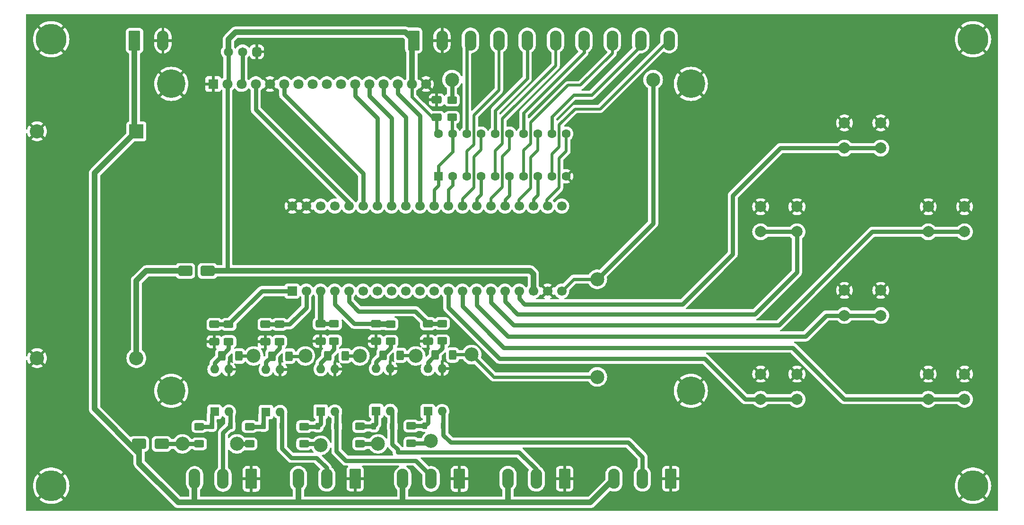
<source format=gbr>
G04 #@! TF.GenerationSoftware,KiCad,Pcbnew,8.0.4*
G04 #@! TF.CreationDate,2024-09-06T09:29:33+02:00*
G04 #@! TF.ProjectId,skaner3d,736b616e-6572-4336-942e-6b696361645f,rev?*
G04 #@! TF.SameCoordinates,Original*
G04 #@! TF.FileFunction,Copper,L2,Bot*
G04 #@! TF.FilePolarity,Positive*
%FSLAX46Y46*%
G04 Gerber Fmt 4.6, Leading zero omitted, Abs format (unit mm)*
G04 Created by KiCad (PCBNEW 8.0.4) date 2024-09-06 09:29:33*
%MOMM*%
%LPD*%
G01*
G04 APERTURE LIST*
G04 Aperture macros list*
%AMRoundRect*
0 Rectangle with rounded corners*
0 $1 Rounding radius*
0 $2 $3 $4 $5 $6 $7 $8 $9 X,Y pos of 4 corners*
0 Add a 4 corners polygon primitive as box body*
4,1,4,$2,$3,$4,$5,$6,$7,$8,$9,$2,$3,0*
0 Add four circle primitives for the rounded corners*
1,1,$1+$1,$2,$3*
1,1,$1+$1,$4,$5*
1,1,$1+$1,$6,$7*
1,1,$1+$1,$8,$9*
0 Add four rect primitives between the rounded corners*
20,1,$1+$1,$2,$3,$4,$5,0*
20,1,$1+$1,$4,$5,$6,$7,0*
20,1,$1+$1,$6,$7,$8,$9,0*
20,1,$1+$1,$8,$9,$2,$3,0*%
G04 Aperture macros list end*
G04 #@! TA.AperFunction,ComponentPad*
%ADD10C,5.500000*%
G04 #@! TD*
G04 #@! TA.AperFunction,ComponentPad*
%ADD11R,1.800000X1.800000*%
G04 #@! TD*
G04 #@! TA.AperFunction,ComponentPad*
%ADD12C,1.800000*%
G04 #@! TD*
G04 #@! TA.AperFunction,ComponentPad*
%ADD13C,5.100000*%
G04 #@! TD*
G04 #@! TA.AperFunction,ComponentPad*
%ADD14RoundRect,0.249999X-0.790001X-1.550001X0.790001X-1.550001X0.790001X1.550001X-0.790001X1.550001X0*%
G04 #@! TD*
G04 #@! TA.AperFunction,ComponentPad*
%ADD15O,2.080000X3.600000*%
G04 #@! TD*
G04 #@! TA.AperFunction,ComponentPad*
%ADD16R,1.700000X1.700000*%
G04 #@! TD*
G04 #@! TA.AperFunction,ComponentPad*
%ADD17C,1.700000*%
G04 #@! TD*
G04 #@! TA.AperFunction,ComponentPad*
%ADD18R,1.600000X1.600000*%
G04 #@! TD*
G04 #@! TA.AperFunction,ComponentPad*
%ADD19O,1.600000X1.600000*%
G04 #@! TD*
G04 #@! TA.AperFunction,ComponentPad*
%ADD20RoundRect,0.249999X0.790001X1.550001X-0.790001X1.550001X-0.790001X-1.550001X0.790001X-1.550001X0*%
G04 #@! TD*
G04 #@! TA.AperFunction,ComponentPad*
%ADD21C,2.000000*%
G04 #@! TD*
G04 #@! TA.AperFunction,ComponentPad*
%ADD22C,1.600000*%
G04 #@! TD*
G04 #@! TA.AperFunction,ComponentPad*
%ADD23RoundRect,0.412500X0.412500X0.412500X-0.412500X0.412500X-0.412500X-0.412500X0.412500X-0.412500X0*%
G04 #@! TD*
G04 #@! TA.AperFunction,ComponentPad*
%ADD24C,1.650000*%
G04 #@! TD*
G04 #@! TA.AperFunction,ComponentPad*
%ADD25R,2.540000X2.540000*%
G04 #@! TD*
G04 #@! TA.AperFunction,ComponentPad*
%ADD26C,2.540000*%
G04 #@! TD*
G04 #@! TA.AperFunction,SMDPad,CuDef*
%ADD27RoundRect,0.225000X-0.225000X-0.375000X0.225000X-0.375000X0.225000X0.375000X-0.225000X0.375000X0*%
G04 #@! TD*
G04 #@! TA.AperFunction,SMDPad,CuDef*
%ADD28RoundRect,0.250000X-0.625000X0.400000X-0.625000X-0.400000X0.625000X-0.400000X0.625000X0.400000X0*%
G04 #@! TD*
G04 #@! TA.AperFunction,SMDPad,CuDef*
%ADD29RoundRect,0.250000X0.400000X0.625000X-0.400000X0.625000X-0.400000X-0.625000X0.400000X-0.625000X0*%
G04 #@! TD*
G04 #@! TA.AperFunction,SMDPad,CuDef*
%ADD30RoundRect,0.250000X0.625000X-0.400000X0.625000X0.400000X-0.625000X0.400000X-0.625000X-0.400000X0*%
G04 #@! TD*
G04 #@! TA.AperFunction,SMDPad,CuDef*
%ADD31RoundRect,0.250000X-0.650000X0.412500X-0.650000X-0.412500X0.650000X-0.412500X0.650000X0.412500X0*%
G04 #@! TD*
G04 #@! TA.AperFunction,SMDPad,CuDef*
%ADD32RoundRect,0.250000X1.000000X0.650000X-1.000000X0.650000X-1.000000X-0.650000X1.000000X-0.650000X0*%
G04 #@! TD*
G04 #@! TA.AperFunction,ViaPad*
%ADD33C,2.500000*%
G04 #@! TD*
G04 #@! TA.AperFunction,Conductor*
%ADD34C,0.800000*%
G04 #@! TD*
G04 #@! TA.AperFunction,Conductor*
%ADD35C,1.000000*%
G04 #@! TD*
G04 #@! TA.AperFunction,Conductor*
%ADD36C,0.600000*%
G04 #@! TD*
G04 #@! TA.AperFunction,Conductor*
%ADD37C,0.500000*%
G04 #@! TD*
G04 APERTURE END LIST*
D10*
X53500000Y-45000000D03*
D11*
X82500000Y-53040000D03*
D12*
X85040000Y-53040000D03*
X87580000Y-53040000D03*
X90120000Y-53040000D03*
X92660000Y-53040000D03*
X95200000Y-53040000D03*
X97740000Y-53040000D03*
X100280000Y-53040000D03*
X102820000Y-53040000D03*
X105360000Y-53040000D03*
X107900000Y-53040000D03*
X110440000Y-53040000D03*
X112980000Y-53040000D03*
X115520000Y-53040000D03*
X118060000Y-53040000D03*
X120600000Y-53040000D03*
D13*
X75000000Y-53000000D03*
X168000000Y-53000000D03*
X75000000Y-108000000D03*
X168000000Y-108000000D03*
D14*
X118390000Y-45222500D03*
D15*
X123470000Y-45222500D03*
X128550000Y-45222500D03*
X133630000Y-45222500D03*
X138710000Y-45222500D03*
X143790000Y-45222500D03*
X148870000Y-45222500D03*
X153950000Y-45222500D03*
X159030000Y-45222500D03*
X164110000Y-45222500D03*
D10*
X218500000Y-45000000D03*
D16*
X96620000Y-90120000D03*
D17*
X99160000Y-90120000D03*
X101700000Y-90120000D03*
X104240000Y-90120000D03*
X106780000Y-90120000D03*
X109320000Y-90120000D03*
X111860000Y-90120000D03*
X114400000Y-90120000D03*
X116940000Y-90120000D03*
X119480000Y-90120000D03*
X122020000Y-90120000D03*
X124560000Y-90120000D03*
X127100000Y-90120000D03*
X129640000Y-90120000D03*
X132180000Y-90120000D03*
X134720000Y-90120000D03*
X137260000Y-90120000D03*
X139800000Y-90120000D03*
X142340000Y-90120000D03*
X144880000Y-90120000D03*
X144880000Y-74880000D03*
X142340000Y-74880000D03*
X139800000Y-74880000D03*
X137260000Y-74880000D03*
X134720000Y-74880000D03*
X132180000Y-74880000D03*
X129640000Y-74880000D03*
X127100000Y-74880000D03*
X124560000Y-74880000D03*
X122020000Y-74880000D03*
X119480000Y-74880000D03*
X116940000Y-74880000D03*
X114400000Y-74880000D03*
X111860000Y-74880000D03*
X109320000Y-74880000D03*
X106780000Y-74880000D03*
X104240000Y-74880000D03*
X101700000Y-74880000D03*
X99160000Y-74880000D03*
X96620000Y-74880000D03*
D18*
X101741089Y-111725504D03*
D19*
X104281089Y-111725504D03*
X104281089Y-104105504D03*
X101741089Y-104105504D03*
D10*
X53500000Y-125000000D03*
D20*
X145410000Y-123750000D03*
D15*
X140330000Y-123750000D03*
X135250000Y-123750000D03*
D10*
X218500000Y-125000000D03*
D14*
X68420000Y-45250000D03*
D15*
X73500000Y-45250000D03*
D18*
X91936780Y-111800000D03*
D19*
X94476780Y-111800000D03*
X94476780Y-104180000D03*
X91936780Y-104180000D03*
D18*
X111671780Y-111620000D03*
D19*
X114211780Y-111620000D03*
X114211780Y-104000000D03*
X111671780Y-104000000D03*
D18*
X82755605Y-111762328D03*
D19*
X85295605Y-111762328D03*
X85295605Y-104142328D03*
X82755605Y-104142328D03*
D20*
X107910000Y-123750000D03*
D15*
X102830000Y-123750000D03*
X97750000Y-123750000D03*
D21*
X180500000Y-105000000D03*
X187000000Y-105000000D03*
X180500000Y-109500000D03*
X187000000Y-109500000D03*
D20*
X164410000Y-123750000D03*
D15*
X159330000Y-123750000D03*
X154250000Y-123750000D03*
D21*
X210500000Y-75000000D03*
X217000000Y-75000000D03*
X210500000Y-79500000D03*
X217000000Y-79500000D03*
X210500000Y-105000000D03*
X217000000Y-105000000D03*
X210500000Y-109500000D03*
X217000000Y-109500000D03*
D18*
X120937793Y-111652469D03*
D19*
X123477793Y-111652469D03*
X123477793Y-104032469D03*
X120937793Y-104032469D03*
D18*
X122820000Y-69555000D03*
D22*
X125360000Y-69555000D03*
X127900000Y-69555000D03*
X130440000Y-69555000D03*
X132980000Y-69555000D03*
X135520000Y-69555000D03*
X138060000Y-69555000D03*
X140600000Y-69555000D03*
X143140000Y-69555000D03*
X145680000Y-69555000D03*
X145680000Y-61935000D03*
X143140000Y-61935000D03*
X140600000Y-61935000D03*
X138060000Y-61935000D03*
X135520000Y-61935000D03*
X132980000Y-61935000D03*
X130440000Y-61935000D03*
X127900000Y-61935000D03*
X125360000Y-61935000D03*
X122820000Y-61935000D03*
D23*
X90290000Y-47250000D03*
D24*
X87750000Y-47250000D03*
X85210000Y-47250000D03*
D25*
X68750000Y-61500000D03*
D26*
X50970000Y-61500000D03*
X50970000Y-102140000D03*
X68750000Y-102140000D03*
D20*
X126580000Y-123777500D03*
D15*
X121500000Y-123777500D03*
X116420000Y-123777500D03*
D21*
X195500000Y-60000000D03*
X202000000Y-60000000D03*
X195500000Y-64500000D03*
X202000000Y-64500000D03*
X195500000Y-90000000D03*
X202000000Y-90000000D03*
X195500000Y-94500000D03*
X202000000Y-94500000D03*
D20*
X89330000Y-123777500D03*
D15*
X84250000Y-123777500D03*
X79170000Y-123777500D03*
D21*
X180500000Y-75000000D03*
X187000000Y-75000000D03*
X180500000Y-79500000D03*
X187000000Y-79500000D03*
D27*
X91500000Y-114250000D03*
X94800000Y-114250000D03*
D28*
X108785083Y-114381477D03*
X108785083Y-117481477D03*
D29*
X125358134Y-101588032D03*
X122258134Y-101588032D03*
D28*
X89000000Y-114400000D03*
X89000000Y-117500000D03*
D30*
X94372962Y-99185244D03*
X94372962Y-96085244D03*
D31*
X122500000Y-55875000D03*
X122500000Y-59000000D03*
X111637024Y-95988219D03*
X111637024Y-99113219D03*
X91841972Y-96094716D03*
X91841972Y-99219716D03*
D27*
X82250000Y-114250000D03*
X85550000Y-114250000D03*
D30*
X104149368Y-99079477D03*
X104149368Y-95979477D03*
X85265539Y-99194716D03*
X85265539Y-96094716D03*
D28*
X117940423Y-114293746D03*
X117940423Y-117393746D03*
D27*
X101271293Y-114356745D03*
X104571293Y-114356745D03*
D32*
X73250000Y-117500000D03*
X69250000Y-117500000D03*
D29*
X87103986Y-101763029D03*
X84003986Y-101763029D03*
D31*
X101736994Y-95977988D03*
X101736994Y-99102988D03*
D29*
X106108980Y-101708454D03*
X103008980Y-101708454D03*
D28*
X80000000Y-114400000D03*
X80000000Y-117500000D03*
X98750087Y-114407208D03*
X98750087Y-117507208D03*
D27*
X111260534Y-114352605D03*
X114560534Y-114352605D03*
D29*
X96099506Y-101780603D03*
X92999506Y-101780603D03*
D32*
X81500000Y-86500000D03*
X77500000Y-86500000D03*
D31*
X82709255Y-96094716D03*
X82709255Y-99219716D03*
D27*
X120384845Y-114280324D03*
X123684845Y-114280324D03*
D30*
X123461780Y-99050000D03*
X123461780Y-95950000D03*
X114250000Y-99135378D03*
X114250000Y-96035378D03*
D28*
X125250000Y-55900000D03*
X125250000Y-59000000D03*
D29*
X115989034Y-101623394D03*
X112889034Y-101623394D03*
D31*
X120942738Y-95978304D03*
X120942738Y-99103304D03*
D33*
X77000000Y-117500000D03*
X112000000Y-117500000D03*
X101750000Y-117750000D03*
X86750000Y-117500000D03*
X121500000Y-117000000D03*
X118750000Y-101750000D03*
X151250000Y-88000000D03*
X125250000Y-52250000D03*
X108750000Y-101750000D03*
X89750000Y-101750000D03*
X99000000Y-101750000D03*
X128750000Y-101500000D03*
X161250000Y-52250000D03*
X151250000Y-105500000D03*
D34*
X84250000Y-115550000D02*
X85550000Y-114250000D01*
X85295605Y-111762328D02*
X85550000Y-112016723D01*
X85550000Y-112016723D02*
X85550000Y-114250000D01*
X84250000Y-123777500D02*
X84250000Y-115550000D01*
X80000000Y-114400000D02*
X82100000Y-114400000D01*
X82250000Y-112267933D02*
X82250000Y-114250000D01*
X82755605Y-111762328D02*
X82250000Y-112267933D01*
X82100000Y-114400000D02*
X82250000Y-114250000D01*
X94800000Y-112123220D02*
X94800000Y-114250000D01*
X94800000Y-118300000D02*
X96500000Y-120000000D01*
X101000000Y-120000000D02*
X102830000Y-121830000D01*
X94476780Y-111800000D02*
X94800000Y-112123220D01*
X96500000Y-120000000D02*
X101000000Y-120000000D01*
X102830000Y-121830000D02*
X102830000Y-123750000D01*
X94800000Y-114250000D02*
X94800000Y-118300000D01*
X91350000Y-114400000D02*
X91500000Y-114250000D01*
X89000000Y-114400000D02*
X91350000Y-114400000D01*
X91936780Y-111800000D02*
X91500000Y-112236780D01*
X91500000Y-112236780D02*
X91500000Y-114250000D01*
X101220830Y-114407208D02*
X101271293Y-114356745D01*
X101741089Y-113886949D02*
X101271293Y-114356745D01*
X98750087Y-114407208D02*
X101220830Y-114407208D01*
X101741089Y-111725504D02*
X101741089Y-113886949D01*
X106250000Y-120500000D02*
X104571293Y-118821293D01*
X104571293Y-118821293D02*
X104571293Y-114356745D01*
X104571293Y-112015708D02*
X104571293Y-114356745D01*
X118750000Y-120500000D02*
X106250000Y-120500000D01*
X104281089Y-111725504D02*
X104571293Y-112015708D01*
X121500000Y-123250000D02*
X118750000Y-120500000D01*
X121500000Y-123777500D02*
X121500000Y-123250000D01*
X114560534Y-117560534D02*
X114560534Y-114352605D01*
X140330000Y-122080000D02*
X137250000Y-119000000D01*
X114211780Y-111620000D02*
X114560534Y-111968754D01*
X114560534Y-111968754D02*
X114560534Y-114352605D01*
X137250000Y-119000000D02*
X115500000Y-119000000D01*
X115500000Y-118500000D02*
X114560534Y-117560534D01*
X115500000Y-119000000D02*
X115500000Y-118500000D01*
X140330000Y-123750000D02*
X140330000Y-122080000D01*
X111671780Y-111620000D02*
X111671780Y-113941359D01*
X111231662Y-114381477D02*
X111260534Y-114352605D01*
X108785083Y-114381477D02*
X111231662Y-114381477D01*
X111671780Y-113941359D02*
X111260534Y-114352605D01*
X120937793Y-113727376D02*
X120384845Y-114280324D01*
X120937793Y-111652469D02*
X120937793Y-113727376D01*
X120371423Y-114293746D02*
X120384845Y-114280324D01*
X117940423Y-114293746D02*
X120371423Y-114293746D01*
X156750000Y-117250000D02*
X125000000Y-117250000D01*
X125000000Y-117250000D02*
X123684845Y-115934845D01*
X123684845Y-111859521D02*
X123684845Y-114280324D01*
X159330000Y-123750000D02*
X159330000Y-119830000D01*
X123684845Y-115934845D02*
X123684845Y-114280324D01*
X159330000Y-119830000D02*
X156750000Y-117250000D01*
X123477793Y-111652469D02*
X123684845Y-111859521D01*
X82755605Y-103011410D02*
X84003986Y-101763029D01*
X85265539Y-100501476D02*
X84003986Y-101763029D01*
X85265539Y-99194716D02*
X85265539Y-100501476D01*
X82755605Y-104142328D02*
X82755605Y-103011410D01*
X91936780Y-102843329D02*
X92999506Y-101780603D01*
X94372962Y-100407147D02*
X92999506Y-101780603D01*
X94372962Y-99185244D02*
X94372962Y-100407147D01*
X91936780Y-104180000D02*
X91936780Y-102843329D01*
X104149368Y-99079477D02*
X104149368Y-100568066D01*
X101741089Y-104105504D02*
X101741089Y-102976345D01*
X101741089Y-102976345D02*
X103008980Y-101708454D01*
X104149368Y-100568066D02*
X103008980Y-101708454D01*
X114250000Y-100262428D02*
X112889034Y-101623394D01*
X111671780Y-102840648D02*
X112889034Y-101623394D01*
X111671780Y-104000000D02*
X111671780Y-102840648D01*
X114250000Y-99135378D02*
X114250000Y-100262428D01*
X120937793Y-102908373D02*
X122258134Y-101588032D01*
X120937793Y-104032469D02*
X120937793Y-102908373D01*
X123461780Y-100384386D02*
X122258134Y-101588032D01*
X123461780Y-99050000D02*
X123461780Y-100384386D01*
X108785083Y-117481477D02*
X111981477Y-117481477D01*
X101507208Y-117507208D02*
X101750000Y-117750000D01*
X89000000Y-117500000D02*
X86750000Y-117500000D01*
X98750087Y-117507208D02*
X101507208Y-117507208D01*
X111981477Y-117481477D02*
X112000000Y-117500000D01*
X121106254Y-117393746D02*
X121500000Y-117000000D01*
X77000000Y-117500000D02*
X80000000Y-117500000D01*
X73250000Y-117500000D02*
X77000000Y-117500000D01*
X117940423Y-117393746D02*
X121106254Y-117393746D01*
X96620000Y-90120000D02*
X91240255Y-90120000D01*
X91240255Y-90120000D02*
X85265539Y-96094716D01*
X85265539Y-96094716D02*
X82709255Y-96094716D01*
X91851444Y-96085244D02*
X91841972Y-96094716D01*
X94372962Y-96085244D02*
X91851444Y-96085244D01*
X96164756Y-96085244D02*
X94372962Y-96085244D01*
D35*
X94372962Y-96004005D02*
X94372962Y-96085244D01*
D34*
X99160000Y-90120000D02*
X99160000Y-93090000D01*
X99160000Y-93090000D02*
X96164756Y-96085244D01*
D35*
X101700000Y-90120000D02*
X101937588Y-90357588D01*
D34*
X104149368Y-95979477D02*
X101738483Y-95979477D01*
D35*
X101700000Y-90120000D02*
X101700000Y-95940994D01*
X101700000Y-95940994D02*
X101736994Y-95977988D01*
D34*
X101738483Y-95979477D02*
X101736994Y-95977988D01*
D35*
X114250000Y-96035378D02*
X111684183Y-96035378D01*
D34*
X107738219Y-95988219D02*
X111637024Y-95988219D01*
X104240000Y-90120000D02*
X104240000Y-92490000D01*
D35*
X111684183Y-96035378D02*
X111637024Y-95988219D01*
D34*
X104240000Y-92490000D02*
X107738219Y-95988219D01*
D35*
X114202841Y-95988219D02*
X114250000Y-96035378D01*
D34*
X106780000Y-90120000D02*
X106780000Y-92030000D01*
X120942738Y-95978304D02*
X123433476Y-95978304D01*
X123433476Y-95978304D02*
X123461780Y-95950000D01*
X106780000Y-92030000D02*
X108500000Y-93750000D01*
X108500000Y-93750000D02*
X118714434Y-93750000D01*
X118714434Y-93750000D02*
X120942738Y-95978304D01*
D35*
X69250000Y-121000000D02*
X76250000Y-128000000D01*
X79170000Y-127830000D02*
X79000000Y-128000000D01*
X76250000Y-128000000D02*
X79000000Y-128000000D01*
X116500000Y-128000000D02*
X135250000Y-128000000D01*
X135250000Y-128000000D02*
X150000000Y-128000000D01*
X61250000Y-69000000D02*
X61250000Y-111250000D01*
X69250000Y-119250000D02*
X69250000Y-121000000D01*
X68420000Y-61170000D02*
X68750000Y-61500000D01*
X97750000Y-123750000D02*
X97750000Y-127750000D01*
X68420000Y-45250000D02*
X68420000Y-61170000D01*
X98000000Y-128000000D02*
X116500000Y-128000000D01*
X79000000Y-128000000D02*
X98000000Y-128000000D01*
X61250000Y-111250000D02*
X69250000Y-119250000D01*
X150000000Y-128000000D02*
X154250000Y-123750000D01*
X79170000Y-123777500D02*
X79170000Y-127830000D01*
X97750000Y-127750000D02*
X98000000Y-128000000D01*
X69250000Y-117500000D02*
X69250000Y-121000000D01*
X116420000Y-127920000D02*
X116500000Y-128000000D01*
X116420000Y-123777500D02*
X116420000Y-127920000D01*
X135250000Y-123750000D02*
X135250000Y-128000000D01*
X68750000Y-61500000D02*
X61250000Y-69000000D01*
X70500000Y-86500000D02*
X77500000Y-86500000D01*
X68750000Y-88250000D02*
X70500000Y-86500000D01*
X68750000Y-102140000D02*
X68750000Y-88250000D01*
D36*
X122500000Y-61615000D02*
X122820000Y-61935000D01*
D35*
X139800000Y-87050000D02*
X139800000Y-90120000D01*
X85000000Y-86500000D02*
X139250000Y-86500000D01*
D34*
X85210000Y-52870000D02*
X85040000Y-53040000D01*
D36*
X121750000Y-59000000D02*
X118060000Y-55310000D01*
D34*
X85210000Y-47250000D02*
X85210000Y-52870000D01*
X85040000Y-53040000D02*
X85040000Y-86460000D01*
D35*
X118060000Y-45552500D02*
X118390000Y-45222500D01*
X118060000Y-53040000D02*
X118060000Y-45552500D01*
X81500000Y-86500000D02*
X85000000Y-86500000D01*
X85210000Y-45040000D02*
X85210000Y-47250000D01*
D36*
X118060000Y-55310000D02*
X118060000Y-53040000D01*
X122500000Y-59000000D02*
X121750000Y-59000000D01*
D35*
X118390000Y-45222500D02*
X116917500Y-43750000D01*
D36*
X122500000Y-59000000D02*
X122500000Y-61615000D01*
D35*
X86500000Y-43750000D02*
X85210000Y-45040000D01*
X139250000Y-86500000D02*
X139800000Y-87050000D01*
X116917500Y-43750000D02*
X86500000Y-43750000D01*
D34*
X85040000Y-86460000D02*
X85000000Y-86500000D01*
D36*
X147000000Y-88000000D02*
X150500000Y-88000000D01*
D34*
X161250000Y-52250000D02*
X161250000Y-78000000D01*
D36*
X108708454Y-101708454D02*
X108750000Y-101750000D01*
X144880000Y-90120000D02*
X147000000Y-88000000D01*
X87103986Y-101763029D02*
X89736971Y-101763029D01*
X115989034Y-101623394D02*
X118623394Y-101623394D01*
D34*
X125250000Y-55900000D02*
X125250000Y-52250000D01*
D36*
X128750000Y-101500000D02*
X125446166Y-101500000D01*
X98969397Y-101780603D02*
X99000000Y-101750000D01*
X89736971Y-101763029D02*
X89750000Y-101750000D01*
X132750000Y-105500000D02*
X128750000Y-101500000D01*
D34*
X161250000Y-78000000D02*
X151250000Y-88000000D01*
D36*
X151250000Y-105500000D02*
X132750000Y-105500000D01*
X118623394Y-101623394D02*
X118750000Y-101750000D01*
X96099506Y-101780603D02*
X98969397Y-101780603D01*
X106108980Y-101708454D02*
X108708454Y-101708454D01*
X150500000Y-88000000D02*
X151250000Y-88000000D01*
X125446166Y-101500000D02*
X125358134Y-101588032D01*
D34*
X124560000Y-93060000D02*
X133750000Y-102250000D01*
X170500000Y-102250000D02*
X177750000Y-109500000D01*
X124560000Y-90120000D02*
X124560000Y-93060000D01*
X177750000Y-109500000D02*
X180500000Y-109500000D01*
X133750000Y-102250000D02*
X170500000Y-102250000D01*
X180500000Y-109500000D02*
X187000000Y-109500000D01*
X127100000Y-92850000D02*
X134500000Y-100250000D01*
X210500000Y-109500000D02*
X217000000Y-109500000D01*
X186250000Y-100250000D02*
X195500000Y-109500000D01*
X195500000Y-109500000D02*
X210500000Y-109500000D01*
X127100000Y-90120000D02*
X127100000Y-92850000D01*
X134500000Y-100250000D02*
X186250000Y-100250000D01*
X135250000Y-98250000D02*
X188500000Y-98250000D01*
X188500000Y-98250000D02*
X192250000Y-94500000D01*
X129640000Y-92640000D02*
X135250000Y-98250000D01*
X129640000Y-90120000D02*
X129640000Y-92640000D01*
X192250000Y-94500000D02*
X195500000Y-94500000D01*
X195500000Y-94500000D02*
X202000000Y-94500000D01*
X132180000Y-92180000D02*
X136250000Y-96250000D01*
X210500000Y-79500000D02*
X217000000Y-79500000D01*
X183750000Y-96250000D02*
X200500000Y-79500000D01*
X200500000Y-79500000D02*
X210500000Y-79500000D01*
X136250000Y-96250000D02*
X183750000Y-96250000D01*
X132180000Y-90120000D02*
X132180000Y-92180000D01*
X187000000Y-86750000D02*
X187000000Y-79500000D01*
X137000000Y-94250000D02*
X179500000Y-94250000D01*
X134720000Y-90120000D02*
X134720000Y-91970000D01*
X134720000Y-91970000D02*
X137000000Y-94250000D01*
X179500000Y-94250000D02*
X187000000Y-86750000D01*
X187000000Y-79500000D02*
X180500000Y-79500000D01*
X137260000Y-91510000D02*
X138250000Y-92500000D01*
X138250000Y-92500000D02*
X166500000Y-92500000D01*
X184000000Y-64500000D02*
X195500000Y-64500000D01*
X166500000Y-92500000D02*
X175500000Y-83500000D01*
X195500000Y-64500000D02*
X202000000Y-64500000D01*
X137260000Y-90120000D02*
X137260000Y-91510000D01*
X175500000Y-73000000D02*
X184000000Y-64500000D01*
X175500000Y-83500000D02*
X175500000Y-73000000D01*
X115520000Y-53040000D02*
X115520000Y-54770000D01*
X119480000Y-58730000D02*
X119480000Y-74880000D01*
X115520000Y-54770000D02*
X119480000Y-58730000D01*
X106780000Y-74280000D02*
X106780000Y-74880000D01*
X90120000Y-53040000D02*
X90120000Y-57620000D01*
X90120000Y-57620000D02*
X106780000Y-74280000D01*
X87750000Y-47250000D02*
X87750000Y-52870000D01*
X87750000Y-52870000D02*
X87580000Y-53040000D01*
X114400000Y-59150000D02*
X114400000Y-74880000D01*
X110440000Y-53040000D02*
X110440000Y-55190000D01*
X110440000Y-55190000D02*
X114400000Y-59150000D01*
X109320000Y-69070000D02*
X109320000Y-74880000D01*
X95200000Y-54950000D02*
X109320000Y-69070000D01*
X95200000Y-53040000D02*
X95200000Y-54950000D01*
X112980000Y-53040000D02*
X112980000Y-54980000D01*
X112980000Y-54980000D02*
X116940000Y-58940000D01*
X116940000Y-58940000D02*
X116940000Y-74880000D01*
X107900000Y-55150000D02*
X111860000Y-59110000D01*
X111860000Y-59110000D02*
X111860000Y-74880000D01*
X107900000Y-53040000D02*
X107900000Y-55150000D01*
D36*
X122020000Y-71980000D02*
X122020000Y-74880000D01*
X125360000Y-65140000D02*
X125360000Y-61935000D01*
X122820000Y-67680000D02*
X125360000Y-65140000D01*
X122820000Y-69555000D02*
X122820000Y-71180000D01*
X125250000Y-59000000D02*
X125250000Y-61825000D01*
X122820000Y-69555000D02*
X122820000Y-67680000D01*
X125250000Y-61825000D02*
X125360000Y-61935000D01*
X122820000Y-71180000D02*
X122020000Y-71980000D01*
X134720000Y-73780000D02*
X134720000Y-74880000D01*
X135520000Y-72980000D02*
X134720000Y-73780000D01*
X135520000Y-69555000D02*
X135520000Y-72980000D01*
X124560000Y-71940000D02*
X124560000Y-74880000D01*
X125360000Y-71140000D02*
X124560000Y-71940000D01*
X125360000Y-69555000D02*
X125360000Y-71140000D01*
D37*
X137250000Y-73750000D02*
X139310000Y-71690000D01*
X140600000Y-64900000D02*
X140600000Y-61935000D01*
X139310000Y-66190000D02*
X140600000Y-64900000D01*
X137250000Y-74870000D02*
X137250000Y-73750000D01*
X139310000Y-71690000D02*
X139310000Y-66190000D01*
X137260000Y-74880000D02*
X137250000Y-74870000D01*
X127100000Y-73650000D02*
X129150000Y-71600000D01*
X129150000Y-66100000D02*
X130440000Y-64810000D01*
X129150000Y-71600000D02*
X129150000Y-66100000D01*
X130440000Y-64810000D02*
X130440000Y-61935000D01*
X127100000Y-74880000D02*
X127100000Y-73650000D01*
D36*
X129640000Y-73610000D02*
X129640000Y-74880000D01*
X130440000Y-69555000D02*
X130440000Y-72810000D01*
X130440000Y-72810000D02*
X129640000Y-73610000D01*
D37*
X132180000Y-73570000D02*
X134270000Y-71480000D01*
X134270000Y-65980000D02*
X135520000Y-64730000D01*
X132180000Y-74880000D02*
X132180000Y-73570000D01*
X134270000Y-71480000D02*
X134270000Y-65980000D01*
X135520000Y-64730000D02*
X135520000Y-61935000D01*
X142250000Y-74790000D02*
X142250000Y-73750000D01*
X144390000Y-71610000D02*
X144390000Y-66360000D01*
X142340000Y-74880000D02*
X142250000Y-74790000D01*
X142250000Y-73750000D02*
X144390000Y-71610000D01*
X145680000Y-65070000D02*
X145680000Y-61935000D01*
X144390000Y-66360000D02*
X145680000Y-65070000D01*
D36*
X140600000Y-69555000D02*
X140600000Y-72900000D01*
X139800000Y-73700000D02*
X139800000Y-74880000D01*
X140600000Y-72900000D02*
X139800000Y-73700000D01*
X148870000Y-47380000D02*
X148870000Y-45222500D01*
X138060000Y-58190000D02*
X148870000Y-47380000D01*
X138060000Y-61935000D02*
X138060000Y-58190000D01*
D37*
X153950000Y-47550000D02*
X153950000Y-45222500D01*
X146000000Y-53250000D02*
X148250000Y-53250000D01*
X139310000Y-63690000D02*
X139310000Y-59940000D01*
X138060000Y-64940000D02*
X139310000Y-63690000D01*
X148250000Y-53250000D02*
X153950000Y-47550000D01*
X138060000Y-69555000D02*
X138060000Y-64940000D01*
X139310000Y-59940000D02*
X146000000Y-53250000D01*
D36*
X127900000Y-45872500D02*
X128550000Y-45222500D01*
X127900000Y-61935000D02*
X127900000Y-45872500D01*
X138710000Y-52040000D02*
X138710000Y-45222500D01*
X132980000Y-57770000D02*
X138710000Y-52040000D01*
X132980000Y-61935000D02*
X132980000Y-57770000D01*
D37*
X143140000Y-69555000D02*
X143140000Y-65610000D01*
X151750000Y-57500000D02*
X164027500Y-45222500D01*
X164027500Y-45222500D02*
X164110000Y-45222500D01*
X147250000Y-57500000D02*
X151750000Y-57500000D01*
X143140000Y-65610000D02*
X144430000Y-64320000D01*
X144430000Y-64320000D02*
X144430000Y-60320000D01*
X144430000Y-60320000D02*
X147250000Y-57500000D01*
D36*
X143140000Y-58860000D02*
X147000000Y-55000000D01*
X150250000Y-55000000D02*
X159030000Y-46220000D01*
X147000000Y-55000000D02*
X150250000Y-55000000D01*
X143140000Y-61935000D02*
X143140000Y-58860000D01*
X159030000Y-46220000D02*
X159030000Y-45222500D01*
D37*
X129150000Y-58600000D02*
X133630000Y-54120000D01*
X133630000Y-54120000D02*
X133630000Y-45222500D01*
X127900000Y-65100000D02*
X129150000Y-63850000D01*
X129150000Y-63850000D02*
X129150000Y-58600000D01*
X127900000Y-69555000D02*
X127900000Y-65100000D01*
X134270000Y-59230000D02*
X143790000Y-49710000D01*
X132980000Y-69555000D02*
X132980000Y-65020000D01*
X143790000Y-49710000D02*
X143790000Y-45222500D01*
X132980000Y-65020000D02*
X134270000Y-63730000D01*
X134270000Y-63730000D02*
X134270000Y-59230000D01*
D36*
X101750000Y-74830000D02*
X101700000Y-74880000D01*
G04 #@! TA.AperFunction,Conductor*
G36*
X141874075Y-90312993D02*
G01*
X141939901Y-90427007D01*
X142032993Y-90520099D01*
X142147007Y-90585925D01*
X142210590Y-90602962D01*
X141578625Y-91234925D01*
X141662421Y-91293600D01*
X141811503Y-91363118D01*
X141863942Y-91409290D01*
X141883094Y-91476484D01*
X141862878Y-91543365D01*
X141809713Y-91588700D01*
X141759098Y-91599500D01*
X140382086Y-91599500D01*
X140315047Y-91579815D01*
X140269292Y-91527011D01*
X140259348Y-91457853D01*
X140288373Y-91394297D01*
X140329681Y-91363118D01*
X140477830Y-91294035D01*
X140671401Y-91158495D01*
X140838495Y-90991401D01*
X140968732Y-90805403D01*
X141023307Y-90761780D01*
X141092805Y-90754586D01*
X141155160Y-90786109D01*
X141171880Y-90805405D01*
X141225073Y-90881373D01*
X141857037Y-90249409D01*
X141874075Y-90312993D01*
G37*
G04 #@! TD.AperFunction*
G04 #@! TA.AperFunction,Conductor*
G36*
X143454925Y-90881373D02*
G01*
X143508119Y-90805405D01*
X143562696Y-90761781D01*
X143632195Y-90754588D01*
X143694549Y-90786110D01*
X143711269Y-90805405D01*
X143841505Y-90991401D01*
X144008599Y-91158495D01*
X144097693Y-91220879D01*
X144202165Y-91294032D01*
X144202167Y-91294033D01*
X144202170Y-91294035D01*
X144274037Y-91327547D01*
X144350319Y-91363118D01*
X144402758Y-91409290D01*
X144421910Y-91476484D01*
X144401694Y-91543365D01*
X144348529Y-91588700D01*
X144297914Y-91599500D01*
X142920902Y-91599500D01*
X142853863Y-91579815D01*
X142808108Y-91527011D01*
X142798164Y-91457853D01*
X142827189Y-91394297D01*
X142868497Y-91363118D01*
X143017578Y-91293600D01*
X143017582Y-91293598D01*
X143101373Y-91234926D01*
X143101373Y-91234925D01*
X142469409Y-90602962D01*
X142532993Y-90585925D01*
X142647007Y-90520099D01*
X142740099Y-90427007D01*
X142805925Y-90312993D01*
X142822962Y-90249410D01*
X143454925Y-90881373D01*
G37*
G04 #@! TD.AperFunction*
G04 #@! TA.AperFunction,Conductor*
G36*
X92100889Y-53271591D02*
G01*
X92179881Y-53408408D01*
X92291592Y-53520119D01*
X92428409Y-53599111D01*
X92448940Y-53604612D01*
X91861201Y-54192351D01*
X91891649Y-54216050D01*
X92095697Y-54326476D01*
X92095706Y-54326479D01*
X92315139Y-54401811D01*
X92543993Y-54440000D01*
X92776007Y-54440000D01*
X93004860Y-54401811D01*
X93224293Y-54326479D01*
X93224301Y-54326476D01*
X93428355Y-54216047D01*
X93458797Y-54192351D01*
X93458798Y-54192350D01*
X92871060Y-53604612D01*
X92891591Y-53599111D01*
X93028408Y-53520119D01*
X93140119Y-53408408D01*
X93219111Y-53271591D01*
X93224612Y-53251059D01*
X93811185Y-53837632D01*
X93825891Y-53815125D01*
X93879037Y-53769768D01*
X93948268Y-53760344D01*
X94011604Y-53789846D01*
X94033509Y-53815124D01*
X94075511Y-53879414D01*
X94091021Y-53903153D01*
X94248216Y-54073913D01*
X94251655Y-54076589D01*
X94292472Y-54133295D01*
X94299500Y-54174448D01*
X94299500Y-55038696D01*
X94334103Y-55212658D01*
X94334105Y-55212666D01*
X94368046Y-55294606D01*
X94368046Y-55294607D01*
X94401984Y-55376542D01*
X94401985Y-55376544D01*
X94461063Y-55464960D01*
X94461064Y-55464961D01*
X94500534Y-55524034D01*
X94500535Y-55524035D01*
X94500536Y-55524036D01*
X101454848Y-62478348D01*
X108383181Y-69406680D01*
X108416666Y-69468003D01*
X108419500Y-69494361D01*
X108419500Y-73819241D01*
X108399815Y-73886280D01*
X108383181Y-73906922D01*
X108281505Y-74008597D01*
X108151575Y-74194158D01*
X108096998Y-74237783D01*
X108027500Y-74244977D01*
X107965145Y-74213454D01*
X107948425Y-74194158D01*
X107818494Y-74008597D01*
X107651402Y-73841506D01*
X107651401Y-73841505D01*
X107542245Y-73765073D01*
X107517540Y-73747774D01*
X107485560Y-73715087D01*
X107479466Y-73705966D01*
X91056819Y-57283319D01*
X91023334Y-57221996D01*
X91020500Y-57195638D01*
X91020500Y-54174448D01*
X91040185Y-54107409D01*
X91068343Y-54076590D01*
X91071784Y-54073913D01*
X91228979Y-53903153D01*
X91286490Y-53815124D01*
X91339635Y-53769769D01*
X91408866Y-53760345D01*
X91472202Y-53789846D01*
X91494107Y-53815125D01*
X91508812Y-53837633D01*
X92095387Y-53251058D01*
X92100889Y-53271591D01*
G37*
G04 #@! TD.AperFunction*
G04 #@! TA.AperFunction,Conductor*
G36*
X116518757Y-44770185D02*
G01*
X116539399Y-44786819D01*
X116813181Y-45060601D01*
X116846666Y-45121924D01*
X116849500Y-45148282D01*
X116849500Y-46822517D01*
X116860000Y-46925296D01*
X116915185Y-47091832D01*
X116915187Y-47091837D01*
X116930602Y-47116828D01*
X116993547Y-47218879D01*
X117007289Y-47241157D01*
X117023181Y-47257049D01*
X117056666Y-47318372D01*
X117059500Y-47344730D01*
X117059500Y-52010621D01*
X117039815Y-52077660D01*
X117026730Y-52094603D01*
X116951022Y-52176844D01*
X116951020Y-52176846D01*
X116893809Y-52264416D01*
X116840662Y-52309773D01*
X116771431Y-52319197D01*
X116708095Y-52289695D01*
X116686191Y-52264416D01*
X116628983Y-52176852D01*
X116628980Y-52176849D01*
X116628979Y-52176847D01*
X116471784Y-52006087D01*
X116471779Y-52006083D01*
X116471777Y-52006081D01*
X116288634Y-51863535D01*
X116288628Y-51863531D01*
X116084504Y-51753064D01*
X116084495Y-51753061D01*
X115864984Y-51677702D01*
X115677404Y-51646401D01*
X115636049Y-51639500D01*
X115403951Y-51639500D01*
X115362596Y-51646401D01*
X115175015Y-51677702D01*
X114955504Y-51753061D01*
X114955495Y-51753064D01*
X114751371Y-51863531D01*
X114751365Y-51863535D01*
X114568222Y-52006081D01*
X114568219Y-52006084D01*
X114568216Y-52006086D01*
X114568216Y-52006087D01*
X114543791Y-52032620D01*
X114411016Y-52176852D01*
X114353809Y-52264416D01*
X114300662Y-52309773D01*
X114231431Y-52319197D01*
X114168095Y-52289695D01*
X114146191Y-52264416D01*
X114088983Y-52176852D01*
X114088980Y-52176849D01*
X114088979Y-52176847D01*
X113931784Y-52006087D01*
X113931779Y-52006083D01*
X113931777Y-52006081D01*
X113748634Y-51863535D01*
X113748628Y-51863531D01*
X113544504Y-51753064D01*
X113544495Y-51753061D01*
X113324984Y-51677702D01*
X113137404Y-51646401D01*
X113096049Y-51639500D01*
X112863951Y-51639500D01*
X112822596Y-51646401D01*
X112635015Y-51677702D01*
X112415504Y-51753061D01*
X112415495Y-51753064D01*
X112211371Y-51863531D01*
X112211365Y-51863535D01*
X112028222Y-52006081D01*
X112028219Y-52006084D01*
X112028216Y-52006086D01*
X112028216Y-52006087D01*
X112003791Y-52032620D01*
X111871016Y-52176852D01*
X111813809Y-52264416D01*
X111760662Y-52309773D01*
X111691431Y-52319197D01*
X111628095Y-52289695D01*
X111606191Y-52264416D01*
X111548983Y-52176852D01*
X111548980Y-52176849D01*
X111548979Y-52176847D01*
X111391784Y-52006087D01*
X111391779Y-52006083D01*
X111391777Y-52006081D01*
X111208634Y-51863535D01*
X111208628Y-51863531D01*
X111004504Y-51753064D01*
X111004495Y-51753061D01*
X110784984Y-51677702D01*
X110597404Y-51646401D01*
X110556049Y-51639500D01*
X110323951Y-51639500D01*
X110282596Y-51646401D01*
X110095015Y-51677702D01*
X109875504Y-51753061D01*
X109875495Y-51753064D01*
X109671371Y-51863531D01*
X109671365Y-51863535D01*
X109488222Y-52006081D01*
X109488219Y-52006084D01*
X109488216Y-52006086D01*
X109488216Y-52006087D01*
X109463791Y-52032620D01*
X109331016Y-52176852D01*
X109273809Y-52264416D01*
X109220662Y-52309773D01*
X109151431Y-52319197D01*
X109088095Y-52289695D01*
X109066191Y-52264416D01*
X109008983Y-52176852D01*
X109008980Y-52176849D01*
X109008979Y-52176847D01*
X108851784Y-52006087D01*
X108851779Y-52006083D01*
X108851777Y-52006081D01*
X108668634Y-51863535D01*
X108668628Y-51863531D01*
X108464504Y-51753064D01*
X108464495Y-51753061D01*
X108244984Y-51677702D01*
X108057404Y-51646401D01*
X108016049Y-51639500D01*
X107783951Y-51639500D01*
X107742596Y-51646401D01*
X107555015Y-51677702D01*
X107335504Y-51753061D01*
X107335495Y-51753064D01*
X107131371Y-51863531D01*
X107131365Y-51863535D01*
X106948222Y-52006081D01*
X106948219Y-52006084D01*
X106948216Y-52006086D01*
X106948216Y-52006087D01*
X106923791Y-52032620D01*
X106791016Y-52176852D01*
X106733809Y-52264416D01*
X106680662Y-52309773D01*
X106611431Y-52319197D01*
X106548095Y-52289695D01*
X106526191Y-52264416D01*
X106468983Y-52176852D01*
X106468980Y-52176849D01*
X106468979Y-52176847D01*
X106311784Y-52006087D01*
X106311779Y-52006083D01*
X106311777Y-52006081D01*
X106128634Y-51863535D01*
X106128628Y-51863531D01*
X105924504Y-51753064D01*
X105924495Y-51753061D01*
X105704984Y-51677702D01*
X105517404Y-51646401D01*
X105476049Y-51639500D01*
X105243951Y-51639500D01*
X105202596Y-51646401D01*
X105015015Y-51677702D01*
X104795504Y-51753061D01*
X104795495Y-51753064D01*
X104591371Y-51863531D01*
X104591365Y-51863535D01*
X104408222Y-52006081D01*
X104408219Y-52006084D01*
X104408216Y-52006086D01*
X104408216Y-52006087D01*
X104383791Y-52032620D01*
X104251016Y-52176852D01*
X104193809Y-52264416D01*
X104140662Y-52309773D01*
X104071431Y-52319197D01*
X104008095Y-52289695D01*
X103986191Y-52264416D01*
X103928983Y-52176852D01*
X103928980Y-52176849D01*
X103928979Y-52176847D01*
X103771784Y-52006087D01*
X103771779Y-52006083D01*
X103771777Y-52006081D01*
X103588634Y-51863535D01*
X103588628Y-51863531D01*
X103384504Y-51753064D01*
X103384495Y-51753061D01*
X103164984Y-51677702D01*
X102977404Y-51646401D01*
X102936049Y-51639500D01*
X102703951Y-51639500D01*
X102662596Y-51646401D01*
X102475015Y-51677702D01*
X102255504Y-51753061D01*
X102255495Y-51753064D01*
X102051371Y-51863531D01*
X102051365Y-51863535D01*
X101868222Y-52006081D01*
X101868219Y-52006084D01*
X101868216Y-52006086D01*
X101868216Y-52006087D01*
X101843791Y-52032620D01*
X101711016Y-52176852D01*
X101653809Y-52264416D01*
X101600662Y-52309773D01*
X101531431Y-52319197D01*
X101468095Y-52289695D01*
X101446191Y-52264416D01*
X101388983Y-52176852D01*
X101388980Y-52176849D01*
X101388979Y-52176847D01*
X101231784Y-52006087D01*
X101231779Y-52006083D01*
X101231777Y-52006081D01*
X101048634Y-51863535D01*
X101048628Y-51863531D01*
X100844504Y-51753064D01*
X100844495Y-51753061D01*
X100624984Y-51677702D01*
X100437404Y-51646401D01*
X100396049Y-51639500D01*
X100163951Y-51639500D01*
X100122596Y-51646401D01*
X99935015Y-51677702D01*
X99715504Y-51753061D01*
X99715495Y-51753064D01*
X99511371Y-51863531D01*
X99511365Y-51863535D01*
X99328222Y-52006081D01*
X99328219Y-52006084D01*
X99328216Y-52006086D01*
X99328216Y-52006087D01*
X99303791Y-52032620D01*
X99171016Y-52176852D01*
X99113809Y-52264416D01*
X99060662Y-52309773D01*
X98991431Y-52319197D01*
X98928095Y-52289695D01*
X98906191Y-52264416D01*
X98848983Y-52176852D01*
X98848980Y-52176849D01*
X98848979Y-52176847D01*
X98691784Y-52006087D01*
X98691779Y-52006083D01*
X98691777Y-52006081D01*
X98508634Y-51863535D01*
X98508628Y-51863531D01*
X98304504Y-51753064D01*
X98304495Y-51753061D01*
X98084984Y-51677702D01*
X97897404Y-51646401D01*
X97856049Y-51639500D01*
X97623951Y-51639500D01*
X97582596Y-51646401D01*
X97395015Y-51677702D01*
X97175504Y-51753061D01*
X97175495Y-51753064D01*
X96971371Y-51863531D01*
X96971365Y-51863535D01*
X96788222Y-52006081D01*
X96788219Y-52006084D01*
X96788216Y-52006086D01*
X96788216Y-52006087D01*
X96763791Y-52032620D01*
X96631016Y-52176852D01*
X96573809Y-52264416D01*
X96520662Y-52309773D01*
X96451431Y-52319197D01*
X96388095Y-52289695D01*
X96366191Y-52264416D01*
X96308983Y-52176852D01*
X96308980Y-52176849D01*
X96308979Y-52176847D01*
X96151784Y-52006087D01*
X96151779Y-52006083D01*
X96151777Y-52006081D01*
X95968634Y-51863535D01*
X95968628Y-51863531D01*
X95764504Y-51753064D01*
X95764495Y-51753061D01*
X95544984Y-51677702D01*
X95357404Y-51646401D01*
X95316049Y-51639500D01*
X95083951Y-51639500D01*
X95042596Y-51646401D01*
X94855015Y-51677702D01*
X94635504Y-51753061D01*
X94635495Y-51753064D01*
X94431371Y-51863531D01*
X94431365Y-51863535D01*
X94248222Y-52006081D01*
X94248219Y-52006084D01*
X94248216Y-52006086D01*
X94248216Y-52006087D01*
X94096734Y-52170642D01*
X94091015Y-52176854D01*
X94033509Y-52264874D01*
X93980363Y-52310230D01*
X93911132Y-52319654D01*
X93847796Y-52290152D01*
X93825892Y-52264874D01*
X93811186Y-52242365D01*
X93224612Y-52828939D01*
X93219111Y-52808409D01*
X93140119Y-52671592D01*
X93028408Y-52559881D01*
X92891591Y-52480889D01*
X92871058Y-52475387D01*
X93458797Y-51887647D01*
X93458797Y-51887645D01*
X93428360Y-51863955D01*
X93428354Y-51863951D01*
X93224302Y-51753523D01*
X93224293Y-51753520D01*
X93004860Y-51678188D01*
X92776007Y-51640000D01*
X92543993Y-51640000D01*
X92315139Y-51678188D01*
X92095706Y-51753520D01*
X92095697Y-51753523D01*
X91891650Y-51863949D01*
X91861200Y-51887647D01*
X92448941Y-52475387D01*
X92428409Y-52480889D01*
X92291592Y-52559881D01*
X92179881Y-52671592D01*
X92100889Y-52808409D01*
X92095387Y-52828941D01*
X91508811Y-52242365D01*
X91494106Y-52264873D01*
X91440959Y-52310230D01*
X91371728Y-52319653D01*
X91308392Y-52290150D01*
X91286489Y-52264873D01*
X91286190Y-52264416D01*
X91228979Y-52176847D01*
X91071784Y-52006087D01*
X91071779Y-52006083D01*
X91071777Y-52006081D01*
X90888634Y-51863535D01*
X90888628Y-51863531D01*
X90684504Y-51753064D01*
X90684495Y-51753061D01*
X90464984Y-51677702D01*
X90277404Y-51646401D01*
X90236049Y-51639500D01*
X90003951Y-51639500D01*
X89962596Y-51646401D01*
X89775015Y-51677702D01*
X89555504Y-51753061D01*
X89555495Y-51753064D01*
X89351371Y-51863531D01*
X89351365Y-51863535D01*
X89168222Y-52006081D01*
X89168219Y-52006084D01*
X89168216Y-52006086D01*
X89168216Y-52006087D01*
X89143791Y-52032620D01*
X89011016Y-52176852D01*
X88953809Y-52264416D01*
X88900662Y-52309773D01*
X88831431Y-52319197D01*
X88768095Y-52289695D01*
X88746191Y-52264416D01*
X88688979Y-52176846D01*
X88688977Y-52176844D01*
X88683268Y-52170642D01*
X88652347Y-52107987D01*
X88650500Y-52086662D01*
X88650500Y-48275401D01*
X88670185Y-48208362D01*
X88686819Y-48187720D01*
X88712318Y-48162221D01*
X88769270Y-48105269D01*
X88830165Y-48018301D01*
X88884741Y-47974678D01*
X88954239Y-47967484D01*
X89016594Y-47999007D01*
X89042224Y-48033131D01*
X89107998Y-48162221D01*
X89228709Y-48311288D01*
X89228711Y-48311290D01*
X89377778Y-48432001D01*
X89548688Y-48519083D01*
X89733969Y-48568730D01*
X89813637Y-48574999D01*
X90039999Y-48574999D01*
X90040000Y-48574998D01*
X90040000Y-47596409D01*
X90125956Y-47646037D01*
X90234048Y-47675000D01*
X90345952Y-47675000D01*
X90454044Y-47646037D01*
X90540000Y-47596409D01*
X90540000Y-48574999D01*
X90766353Y-48574999D01*
X90766371Y-48574998D01*
X90846029Y-48568730D01*
X91031311Y-48519083D01*
X91202221Y-48432001D01*
X91351288Y-48311290D01*
X91351290Y-48311288D01*
X91472001Y-48162221D01*
X91559083Y-47991311D01*
X91608730Y-47806030D01*
X91614999Y-47726368D01*
X91615000Y-47726355D01*
X91615000Y-47500000D01*
X90636410Y-47500000D01*
X90686037Y-47414044D01*
X90715000Y-47305952D01*
X90715000Y-47194048D01*
X90686037Y-47085956D01*
X90636410Y-47000000D01*
X91614999Y-47000000D01*
X91614999Y-46773647D01*
X91614998Y-46773628D01*
X91608730Y-46693970D01*
X91559083Y-46508688D01*
X91472001Y-46337778D01*
X91351290Y-46188711D01*
X91351288Y-46188709D01*
X91202221Y-46067998D01*
X91031311Y-45980916D01*
X90846030Y-45931269D01*
X90766368Y-45925000D01*
X90540000Y-45925000D01*
X90540000Y-46903590D01*
X90454044Y-46853963D01*
X90345952Y-46825000D01*
X90234048Y-46825000D01*
X90125956Y-46853963D01*
X90040000Y-46903590D01*
X90040000Y-45925000D01*
X89813647Y-45925000D01*
X89813628Y-45925001D01*
X89733970Y-45931269D01*
X89548688Y-45980916D01*
X89377778Y-46067998D01*
X89228711Y-46188709D01*
X89228709Y-46188711D01*
X89107998Y-46337778D01*
X89042224Y-46466868D01*
X88994249Y-46517664D01*
X88926428Y-46534459D01*
X88860293Y-46511922D01*
X88830164Y-46481697D01*
X88772924Y-46399950D01*
X88769270Y-46394731D01*
X88605269Y-46230730D01*
X88415282Y-46097699D01*
X88205079Y-45999680D01*
X88205076Y-45999679D01*
X88205074Y-45999678D01*
X87981051Y-45939651D01*
X87981044Y-45939650D01*
X87750002Y-45919437D01*
X87749998Y-45919437D01*
X87518955Y-45939650D01*
X87518948Y-45939651D01*
X87294917Y-45999681D01*
X87084718Y-46097699D01*
X87084714Y-46097701D01*
X86894735Y-46230726D01*
X86894729Y-46230731D01*
X86730731Y-46394729D01*
X86730726Y-46394735D01*
X86597701Y-46584714D01*
X86597698Y-46584720D01*
X86592381Y-46596123D01*
X86546207Y-46648562D01*
X86479013Y-46667712D01*
X86412133Y-46647495D01*
X86367619Y-46596123D01*
X86362301Y-46584720D01*
X86362298Y-46584714D01*
X86232925Y-46399950D01*
X86210598Y-46333744D01*
X86210500Y-46328827D01*
X86210500Y-45505782D01*
X86230185Y-45438743D01*
X86246819Y-45418101D01*
X86878102Y-44786819D01*
X86939425Y-44753334D01*
X86965783Y-44750500D01*
X116451718Y-44750500D01*
X116518757Y-44770185D01*
G37*
G04 #@! TD.AperFunction*
G04 #@! TA.AperFunction,Conductor*
G36*
X114757868Y-101130572D02*
G01*
X114813801Y-101172444D01*
X114838218Y-101237908D01*
X114838534Y-101246754D01*
X114838534Y-102298395D01*
X114838535Y-102298412D01*
X114849034Y-102401190D01*
X114849035Y-102401193D01*
X114901128Y-102558398D01*
X114904220Y-102567728D01*
X114964518Y-102665488D01*
X114982958Y-102732879D01*
X114962035Y-102799542D01*
X114908393Y-102844312D01*
X114839063Y-102852973D01*
X114806575Y-102842965D01*
X114658110Y-102773735D01*
X114461780Y-102721127D01*
X114461780Y-103684314D01*
X114457386Y-103679920D01*
X114366174Y-103627259D01*
X114264441Y-103600000D01*
X114159119Y-103600000D01*
X114057386Y-103627259D01*
X113966174Y-103679920D01*
X113961780Y-103684314D01*
X113961780Y-102701369D01*
X113953383Y-102689869D01*
X113949230Y-102620123D01*
X113964533Y-102582828D01*
X113973848Y-102567728D01*
X114029033Y-102401191D01*
X114039534Y-102298403D01*
X114039533Y-101797754D01*
X114059217Y-101730716D01*
X114075848Y-101710078D01*
X114626853Y-101159072D01*
X114688176Y-101125588D01*
X114757868Y-101130572D01*
G37*
G04 #@! TD.AperFunction*
G04 #@! TA.AperFunction,Conductor*
G36*
X94868340Y-101287781D02*
G01*
X94924273Y-101329653D01*
X94948690Y-101395117D01*
X94949006Y-101403963D01*
X94949006Y-102455604D01*
X94949007Y-102455621D01*
X94959506Y-102558399D01*
X94959507Y-102558402D01*
X95014691Y-102724934D01*
X95014695Y-102724943D01*
X95038032Y-102762778D01*
X95056472Y-102830170D01*
X95035549Y-102896834D01*
X94981907Y-102941603D01*
X94912576Y-102950264D01*
X94900399Y-102947649D01*
X94726780Y-102901127D01*
X94726780Y-103864314D01*
X94722386Y-103859920D01*
X94631174Y-103807259D01*
X94529441Y-103780000D01*
X94424119Y-103780000D01*
X94322386Y-103807259D01*
X94231174Y-103859920D01*
X94226780Y-103864314D01*
X94226780Y-102901127D01*
X94226714Y-102901076D01*
X94157095Y-102899419D01*
X94099233Y-102860256D01*
X94071729Y-102796028D01*
X94082472Y-102728897D01*
X94084312Y-102724948D01*
X94084320Y-102724937D01*
X94139505Y-102558400D01*
X94150006Y-102455612D01*
X94150005Y-101954963D01*
X94169689Y-101887925D01*
X94186319Y-101867288D01*
X94737327Y-101316280D01*
X94798648Y-101282797D01*
X94868340Y-101287781D01*
G37*
G04 #@! TD.AperFunction*
G04 #@! TA.AperFunction,Conductor*
G36*
X85872820Y-101270206D02*
G01*
X85928753Y-101312078D01*
X85953170Y-101377542D01*
X85953486Y-101386388D01*
X85953486Y-102438030D01*
X85953487Y-102438047D01*
X85963986Y-102540825D01*
X85963987Y-102540828D01*
X86012546Y-102687368D01*
X86019172Y-102707363D01*
X86094369Y-102829278D01*
X86112809Y-102896669D01*
X86091886Y-102963332D01*
X86038244Y-103008102D01*
X85968914Y-103016763D01*
X85936426Y-103006755D01*
X85741935Y-102916063D01*
X85545605Y-102863455D01*
X85545605Y-103826642D01*
X85541211Y-103822248D01*
X85449999Y-103769587D01*
X85348266Y-103742328D01*
X85242944Y-103742328D01*
X85141211Y-103769587D01*
X85049999Y-103822248D01*
X85045605Y-103826642D01*
X85045605Y-102812559D01*
X85064067Y-102747462D01*
X85088795Y-102707371D01*
X85088794Y-102707371D01*
X85088800Y-102707363D01*
X85143985Y-102540826D01*
X85154486Y-102438038D01*
X85154485Y-101937388D01*
X85174169Y-101870350D01*
X85190799Y-101849713D01*
X85741807Y-101298705D01*
X85803128Y-101265222D01*
X85872820Y-101270206D01*
G37*
G04 #@! TD.AperFunction*
G04 #@! TA.AperFunction,Conductor*
G36*
X104877814Y-101215634D02*
G01*
X104933747Y-101257506D01*
X104958164Y-101322970D01*
X104958480Y-101331816D01*
X104958480Y-102383455D01*
X104958481Y-102383472D01*
X104968980Y-102486250D01*
X104968981Y-102486252D01*
X105024165Y-102652785D01*
X105024167Y-102652790D01*
X105041992Y-102681689D01*
X105105475Y-102784612D01*
X105116269Y-102802111D01*
X105118713Y-102804555D01*
X105119854Y-102806645D01*
X105120746Y-102807773D01*
X105120553Y-102807925D01*
X105152198Y-102865878D01*
X105147214Y-102935570D01*
X105105342Y-102991503D01*
X105039878Y-103015920D01*
X104971605Y-103001068D01*
X104959909Y-102993811D01*
X104933576Y-102975372D01*
X104933572Y-102975370D01*
X104727417Y-102879238D01*
X104531089Y-102826631D01*
X104531089Y-103789818D01*
X104526695Y-103785424D01*
X104435483Y-103732763D01*
X104333750Y-103705504D01*
X104228428Y-103705504D01*
X104126695Y-103732763D01*
X104035483Y-103785424D01*
X104031089Y-103789818D01*
X104031089Y-102789615D01*
X104049549Y-102724520D01*
X104093794Y-102652788D01*
X104148979Y-102486251D01*
X104159480Y-102383463D01*
X104159479Y-101882815D01*
X104179163Y-101815777D01*
X104195798Y-101795135D01*
X104746799Y-101244135D01*
X104808122Y-101210650D01*
X104877814Y-101215634D01*
G37*
G04 #@! TD.AperFunction*
G04 #@! TA.AperFunction,Conductor*
G36*
X222942539Y-40520185D02*
G01*
X222988294Y-40572989D01*
X222999500Y-40624500D01*
X222999500Y-129375500D01*
X222979815Y-129442539D01*
X222927011Y-129488294D01*
X222875500Y-129499500D01*
X49124500Y-129499500D01*
X49057461Y-129479815D01*
X49011706Y-129427011D01*
X49000500Y-129375500D01*
X49000500Y-124999997D01*
X50245227Y-124999997D01*
X50245227Y-125000002D01*
X50264306Y-125351900D01*
X50264308Y-125351917D01*
X50321319Y-125699667D01*
X50321325Y-125699693D01*
X50415600Y-126039243D01*
X50415602Y-126039250D01*
X50546043Y-126366634D01*
X50546052Y-126366652D01*
X50711124Y-126678011D01*
X50908896Y-126969702D01*
X51031914Y-127114532D01*
X52205748Y-125940698D01*
X52279588Y-126042330D01*
X52457670Y-126220412D01*
X52559300Y-126294251D01*
X51382625Y-127470926D01*
X51382625Y-127470928D01*
X51392900Y-127480660D01*
X51673460Y-127693938D01*
X51673464Y-127693941D01*
X51975445Y-127875635D01*
X52295273Y-128023603D01*
X52629256Y-128136136D01*
X52973437Y-128211896D01*
X53323788Y-128249999D01*
X53323795Y-128250000D01*
X53676205Y-128250000D01*
X53676211Y-128249999D01*
X54026562Y-128211896D01*
X54370743Y-128136136D01*
X54704726Y-128023603D01*
X55024554Y-127875635D01*
X55326535Y-127693941D01*
X55326539Y-127693938D01*
X55607093Y-127480665D01*
X55607105Y-127480654D01*
X55617373Y-127470927D01*
X55617373Y-127470926D01*
X54440698Y-126294251D01*
X54542330Y-126220412D01*
X54720412Y-126042330D01*
X54794251Y-125940699D01*
X55968084Y-127114532D01*
X55968085Y-127114531D01*
X56091102Y-126969704D01*
X56288875Y-126678011D01*
X56453947Y-126366652D01*
X56453956Y-126366634D01*
X56584397Y-126039250D01*
X56584399Y-126039243D01*
X56678674Y-125699693D01*
X56678680Y-125699667D01*
X56735691Y-125351917D01*
X56735693Y-125351900D01*
X56754773Y-125000002D01*
X56754773Y-124999997D01*
X56735693Y-124648099D01*
X56735691Y-124648082D01*
X56678680Y-124300332D01*
X56678674Y-124300306D01*
X56584399Y-123960756D01*
X56584397Y-123960749D01*
X56453956Y-123633365D01*
X56453947Y-123633347D01*
X56288875Y-123321988D01*
X56091099Y-123030291D01*
X55968085Y-122885467D01*
X55968084Y-122885466D01*
X54794250Y-124059300D01*
X54720412Y-123957670D01*
X54542330Y-123779588D01*
X54440698Y-123705748D01*
X55617374Y-122529073D01*
X55617373Y-122529072D01*
X55607099Y-122519340D01*
X55607087Y-122519330D01*
X55326539Y-122306061D01*
X55326535Y-122306058D01*
X55024554Y-122124364D01*
X54704726Y-121976396D01*
X54370743Y-121863863D01*
X54026562Y-121788103D01*
X53676211Y-121750000D01*
X53323788Y-121750000D01*
X52973437Y-121788103D01*
X52629256Y-121863863D01*
X52295273Y-121976396D01*
X51975445Y-122124364D01*
X51673464Y-122306058D01*
X51673460Y-122306061D01*
X51392906Y-122519334D01*
X51382625Y-122529071D01*
X51382625Y-122529073D01*
X52559301Y-123705748D01*
X52457670Y-123779588D01*
X52279588Y-123957670D01*
X52205748Y-124059300D01*
X51031914Y-122885466D01*
X51031913Y-122885466D01*
X50908896Y-123030296D01*
X50711124Y-123321988D01*
X50546052Y-123633347D01*
X50546043Y-123633365D01*
X50415602Y-123960749D01*
X50415600Y-123960756D01*
X50321325Y-124300306D01*
X50321319Y-124300332D01*
X50264308Y-124648082D01*
X50264306Y-124648099D01*
X50245227Y-124999997D01*
X49000500Y-124999997D01*
X49000500Y-102565893D01*
X49020185Y-102498854D01*
X49072989Y-102453099D01*
X49142147Y-102443155D01*
X49205703Y-102472180D01*
X49243477Y-102530958D01*
X49245391Y-102538301D01*
X49273890Y-102663166D01*
X49273896Y-102663185D01*
X49370814Y-102910128D01*
X49370813Y-102910128D01*
X49503457Y-103139871D01*
X49553642Y-103202803D01*
X49553643Y-103202803D01*
X50487037Y-102269409D01*
X50504075Y-102332993D01*
X50569901Y-102447007D01*
X50662993Y-102540099D01*
X50777007Y-102605925D01*
X50840590Y-102622962D01*
X49906438Y-103557112D01*
X50082525Y-103677166D01*
X50082526Y-103677167D01*
X50321530Y-103792264D01*
X50321528Y-103792264D01*
X50575025Y-103870458D01*
X50575031Y-103870459D01*
X50837351Y-103909999D01*
X50837358Y-103910000D01*
X51102642Y-103910000D01*
X51102648Y-103909999D01*
X51364968Y-103870459D01*
X51364974Y-103870458D01*
X51618470Y-103792264D01*
X51857479Y-103677164D01*
X52033560Y-103557112D01*
X51099409Y-102622962D01*
X51162993Y-102605925D01*
X51277007Y-102540099D01*
X51370099Y-102447007D01*
X51435925Y-102332993D01*
X51452962Y-102269409D01*
X52386355Y-103202803D01*
X52386356Y-103202802D01*
X52436545Y-103139869D01*
X52569185Y-102910128D01*
X52666103Y-102663185D01*
X52666109Y-102663166D01*
X52725138Y-102404540D01*
X52725139Y-102404535D01*
X52744963Y-102140004D01*
X52744963Y-102139995D01*
X52725139Y-101875464D01*
X52725138Y-101875459D01*
X52666109Y-101616833D01*
X52666103Y-101616814D01*
X52569185Y-101369871D01*
X52569186Y-101369871D01*
X52436543Y-101140129D01*
X52436536Y-101140118D01*
X52386356Y-101077196D01*
X52386355Y-101077195D01*
X51452962Y-102010589D01*
X51435925Y-101947007D01*
X51370099Y-101832993D01*
X51277007Y-101739901D01*
X51162993Y-101674075D01*
X51099410Y-101657037D01*
X52033560Y-100722886D01*
X51857484Y-100602839D01*
X51857474Y-100602832D01*
X51618469Y-100487735D01*
X51618471Y-100487735D01*
X51364974Y-100409541D01*
X51364968Y-100409540D01*
X51102648Y-100370000D01*
X50837351Y-100370000D01*
X50575031Y-100409540D01*
X50575025Y-100409541D01*
X50321529Y-100487735D01*
X50082526Y-100602832D01*
X50082518Y-100602837D01*
X49906438Y-100722886D01*
X50840590Y-101657037D01*
X50777007Y-101674075D01*
X50662993Y-101739901D01*
X50569901Y-101832993D01*
X50504075Y-101947007D01*
X50487037Y-102010590D01*
X49553643Y-101077196D01*
X49503456Y-101140128D01*
X49370814Y-101369871D01*
X49273896Y-101616814D01*
X49273890Y-101616833D01*
X49245391Y-101741698D01*
X49211282Y-101802677D01*
X49149621Y-101835535D01*
X49079984Y-101829840D01*
X49024480Y-101787400D01*
X49000732Y-101721690D01*
X49000500Y-101714106D01*
X49000500Y-68901456D01*
X60249500Y-68901456D01*
X60249500Y-68901459D01*
X60249500Y-111348541D01*
X60259961Y-111401131D01*
X60260142Y-111402038D01*
X60260142Y-111402040D01*
X60287947Y-111541829D01*
X60287949Y-111541836D01*
X60297036Y-111563774D01*
X60297037Y-111563778D01*
X60297038Y-111563778D01*
X60363364Y-111723907D01*
X60363371Y-111723920D01*
X60472859Y-111887780D01*
X60472860Y-111887781D01*
X60472861Y-111887782D01*
X60612218Y-112027139D01*
X60612219Y-112027139D01*
X60619286Y-112034206D01*
X60619285Y-112034206D01*
X60619289Y-112034209D01*
X68213181Y-119628101D01*
X68246666Y-119689424D01*
X68249500Y-119715782D01*
X68249500Y-121098544D01*
X68287946Y-121291827D01*
X68287948Y-121291834D01*
X68287949Y-121291836D01*
X68290501Y-121297998D01*
X68290505Y-121298014D01*
X68290508Y-121298013D01*
X68363364Y-121473907D01*
X68363371Y-121473920D01*
X68472860Y-121637781D01*
X68472863Y-121637785D01*
X68616537Y-121781459D01*
X68616559Y-121781479D01*
X75469735Y-128634655D01*
X75469764Y-128634686D01*
X75612214Y-128777136D01*
X75612218Y-128777139D01*
X75776079Y-128886628D01*
X75776092Y-128886635D01*
X75904833Y-128939961D01*
X75947744Y-128957735D01*
X75958164Y-128962051D01*
X76054812Y-128981275D01*
X76103135Y-128990887D01*
X76151458Y-129000500D01*
X76151459Y-129000500D01*
X150098542Y-129000500D01*
X150117870Y-128996655D01*
X150195188Y-128981275D01*
X150291836Y-128962051D01*
X150345165Y-128939961D01*
X150473914Y-128886632D01*
X150637782Y-128777139D01*
X150777139Y-128637782D01*
X150777139Y-128637780D01*
X150787347Y-128627573D01*
X150787348Y-128627570D01*
X153474799Y-125940120D01*
X153536120Y-125906637D01*
X153605812Y-125911621D01*
X153618771Y-125917317D01*
X153623681Y-125919819D01*
X153658655Y-125937639D01*
X153743293Y-125965139D01*
X153889265Y-126012568D01*
X154000186Y-126030136D01*
X154128755Y-126050500D01*
X154128760Y-126050500D01*
X154371245Y-126050500D01*
X154487347Y-126032110D01*
X154610735Y-126012568D01*
X154841347Y-125937638D01*
X155057398Y-125827554D01*
X155253569Y-125685028D01*
X155425028Y-125513569D01*
X155567554Y-125317398D01*
X155677638Y-125101347D01*
X155752568Y-124870735D01*
X155786144Y-124658745D01*
X155790500Y-124631245D01*
X155790500Y-122868754D01*
X155768432Y-122729431D01*
X155752568Y-122629265D01*
X155686574Y-122426155D01*
X155677639Y-122398655D01*
X155677638Y-122398653D01*
X155567554Y-122182602D01*
X155489233Y-122074802D01*
X155425033Y-121986437D01*
X155425029Y-121986432D01*
X155253567Y-121814970D01*
X155253562Y-121814966D01*
X155057401Y-121672448D01*
X155057400Y-121672447D01*
X155057398Y-121672446D01*
X154895315Y-121589860D01*
X154841344Y-121562360D01*
X154610736Y-121487432D01*
X154371245Y-121449500D01*
X154371240Y-121449500D01*
X154128760Y-121449500D01*
X154128755Y-121449500D01*
X153889263Y-121487432D01*
X153658655Y-121562360D01*
X153442598Y-121672448D01*
X153246437Y-121814966D01*
X153246432Y-121814970D01*
X153074970Y-121986432D01*
X153074966Y-121986437D01*
X152932448Y-122182598D01*
X152822360Y-122398655D01*
X152747432Y-122629263D01*
X152709500Y-122868754D01*
X152709500Y-123824217D01*
X152689815Y-123891256D01*
X152673181Y-123911898D01*
X149621899Y-126963181D01*
X149560576Y-126996666D01*
X149534218Y-126999500D01*
X136374500Y-126999500D01*
X136307461Y-126979815D01*
X136261706Y-126927011D01*
X136250500Y-126875500D01*
X136250500Y-125739459D01*
X136270185Y-125672420D01*
X136286819Y-125651778D01*
X136324410Y-125614187D01*
X136425028Y-125513569D01*
X136567554Y-125317398D01*
X136677638Y-125101347D01*
X136752568Y-124870735D01*
X136786144Y-124658745D01*
X136790500Y-124631245D01*
X136790500Y-122868754D01*
X136768432Y-122729431D01*
X136752568Y-122629265D01*
X136686574Y-122426155D01*
X136677639Y-122398655D01*
X136677638Y-122398653D01*
X136567554Y-122182602D01*
X136489233Y-122074802D01*
X136425033Y-121986437D01*
X136425029Y-121986432D01*
X136253567Y-121814970D01*
X136253562Y-121814966D01*
X136057401Y-121672448D01*
X136057400Y-121672447D01*
X136057398Y-121672446D01*
X135895315Y-121589860D01*
X135841344Y-121562360D01*
X135610736Y-121487432D01*
X135371245Y-121449500D01*
X135371240Y-121449500D01*
X135128760Y-121449500D01*
X135128755Y-121449500D01*
X134889263Y-121487432D01*
X134658655Y-121562360D01*
X134442598Y-121672448D01*
X134246437Y-121814966D01*
X134246432Y-121814970D01*
X134074970Y-121986432D01*
X134074966Y-121986437D01*
X133932448Y-122182598D01*
X133822360Y-122398655D01*
X133747432Y-122629263D01*
X133709500Y-122868754D01*
X133709500Y-124631245D01*
X133747432Y-124870736D01*
X133822360Y-125101344D01*
X133932448Y-125317401D01*
X134074966Y-125513562D01*
X134074970Y-125513567D01*
X134213181Y-125651778D01*
X134246666Y-125713101D01*
X134249500Y-125739459D01*
X134249500Y-126875500D01*
X134229815Y-126942539D01*
X134177011Y-126988294D01*
X134125500Y-126999500D01*
X117544500Y-126999500D01*
X117477461Y-126979815D01*
X117431706Y-126927011D01*
X117420500Y-126875500D01*
X117420500Y-125766959D01*
X117440185Y-125699920D01*
X117456819Y-125679278D01*
X117521910Y-125614187D01*
X117595028Y-125541069D01*
X117737554Y-125344898D01*
X117847638Y-125128847D01*
X117922568Y-124898235D01*
X117942110Y-124774847D01*
X117960500Y-124658745D01*
X117960500Y-122896254D01*
X117938432Y-122756931D01*
X117922568Y-122656765D01*
X117847638Y-122426153D01*
X117737554Y-122210102D01*
X117639254Y-122074803D01*
X117595033Y-122013937D01*
X117595029Y-122013932D01*
X117423567Y-121842470D01*
X117423562Y-121842466D01*
X117227401Y-121699948D01*
X117227400Y-121699947D01*
X117227398Y-121699946D01*
X117105393Y-121637781D01*
X117099906Y-121634985D01*
X117049110Y-121587010D01*
X117032315Y-121519189D01*
X117054853Y-121453054D01*
X117109568Y-121409603D01*
X117156201Y-121400500D01*
X118325638Y-121400500D01*
X118392677Y-121420185D01*
X118413319Y-121436819D01*
X119923181Y-122946680D01*
X119956666Y-123008003D01*
X119959500Y-123034361D01*
X119959500Y-124658745D01*
X119997432Y-124898236D01*
X120072360Y-125128844D01*
X120182448Y-125344901D01*
X120324966Y-125541062D01*
X120324970Y-125541067D01*
X120496432Y-125712529D01*
X120496437Y-125712533D01*
X120611106Y-125795844D01*
X120692602Y-125855054D01*
X120859557Y-125940122D01*
X120908655Y-125965139D01*
X120967794Y-125984354D01*
X121139265Y-126040068D01*
X121250186Y-126057636D01*
X121378755Y-126078000D01*
X121378760Y-126078000D01*
X121621245Y-126078000D01*
X121737347Y-126059610D01*
X121860735Y-126040068D01*
X122091347Y-125965138D01*
X122307398Y-125855054D01*
X122503569Y-125712528D01*
X122675028Y-125541069D01*
X122817554Y-125344898D01*
X122927638Y-125128847D01*
X123002568Y-124898235D01*
X123022110Y-124774847D01*
X123040500Y-124658745D01*
X123040500Y-122896254D01*
X123018432Y-122756931D01*
X123002568Y-122656765D01*
X122927638Y-122426153D01*
X122817554Y-122210102D01*
X122793877Y-122177513D01*
X125040000Y-122177513D01*
X125040000Y-123527500D01*
X125925879Y-123527500D01*
X125906901Y-123573318D01*
X125880000Y-123708556D01*
X125880000Y-123846444D01*
X125906901Y-123981682D01*
X125925879Y-124027500D01*
X125040001Y-124027500D01*
X125040001Y-125377486D01*
X125050494Y-125480196D01*
X125050494Y-125480198D01*
X125105640Y-125646619D01*
X125105645Y-125646630D01*
X125197680Y-125795840D01*
X125197683Y-125795844D01*
X125321655Y-125919816D01*
X125321659Y-125919819D01*
X125470869Y-126011854D01*
X125470880Y-126011859D01*
X125637302Y-126067005D01*
X125740019Y-126077499D01*
X126329999Y-126077499D01*
X126330000Y-126077498D01*
X126330000Y-124431620D01*
X126375818Y-124450599D01*
X126511056Y-124477500D01*
X126648944Y-124477500D01*
X126784182Y-124450599D01*
X126830000Y-124431620D01*
X126830000Y-126077499D01*
X127419972Y-126077499D01*
X127419986Y-126077498D01*
X127522696Y-126067005D01*
X127522698Y-126067005D01*
X127689119Y-126011859D01*
X127689130Y-126011854D01*
X127838340Y-125919819D01*
X127838344Y-125919816D01*
X127962316Y-125795844D01*
X127962319Y-125795840D01*
X128054354Y-125646630D01*
X128054359Y-125646619D01*
X128109505Y-125480197D01*
X128119999Y-125377486D01*
X128120000Y-125377473D01*
X128120000Y-124027500D01*
X127234121Y-124027500D01*
X127253099Y-123981682D01*
X127280000Y-123846444D01*
X127280000Y-123708556D01*
X127253099Y-123573318D01*
X127234121Y-123527500D01*
X128119999Y-123527500D01*
X128119999Y-122177528D01*
X128119998Y-122177513D01*
X128109505Y-122074803D01*
X128109505Y-122074801D01*
X128054359Y-121908380D01*
X128054354Y-121908369D01*
X127962319Y-121759159D01*
X127962316Y-121759155D01*
X127838344Y-121635183D01*
X127838340Y-121635180D01*
X127689130Y-121543145D01*
X127689119Y-121543140D01*
X127522697Y-121487994D01*
X127419986Y-121477500D01*
X126830000Y-121477500D01*
X126830000Y-123123379D01*
X126784182Y-123104401D01*
X126648944Y-123077500D01*
X126511056Y-123077500D01*
X126375818Y-123104401D01*
X126330000Y-123123379D01*
X126330000Y-121477500D01*
X125740028Y-121477500D01*
X125740012Y-121477501D01*
X125637303Y-121487994D01*
X125637301Y-121487994D01*
X125470880Y-121543140D01*
X125470869Y-121543145D01*
X125321659Y-121635180D01*
X125321655Y-121635183D01*
X125197683Y-121759155D01*
X125197680Y-121759159D01*
X125105645Y-121908369D01*
X125105640Y-121908380D01*
X125050494Y-122074802D01*
X125040000Y-122177513D01*
X122793877Y-122177513D01*
X122719254Y-122074803D01*
X122675033Y-122013937D01*
X122675029Y-122013932D01*
X122503567Y-121842470D01*
X122503562Y-121842466D01*
X122307401Y-121699948D01*
X122307400Y-121699947D01*
X122307398Y-121699946D01*
X122180288Y-121635180D01*
X122091344Y-121589860D01*
X121860736Y-121514932D01*
X121621245Y-121477000D01*
X121621240Y-121477000D01*
X121378760Y-121477000D01*
X121378755Y-121477000D01*
X121139261Y-121514932D01*
X121139257Y-121514933D01*
X121135413Y-121516182D01*
X121065572Y-121518170D01*
X121009427Y-121485928D01*
X119635681Y-120112181D01*
X119602196Y-120050858D01*
X119607180Y-119981166D01*
X119649052Y-119925233D01*
X119714516Y-119900816D01*
X119723362Y-119900500D01*
X136825638Y-119900500D01*
X136892677Y-119920185D01*
X136913319Y-119936819D01*
X138999273Y-122022772D01*
X139032758Y-122084095D01*
X139027774Y-122153787D01*
X139014648Y-122178244D01*
X139014989Y-122178453D01*
X139012445Y-122182603D01*
X138902360Y-122398655D01*
X138827432Y-122629263D01*
X138789500Y-122868754D01*
X138789500Y-124631245D01*
X138827432Y-124870736D01*
X138902360Y-125101344D01*
X139012448Y-125317401D01*
X139154966Y-125513562D01*
X139154970Y-125513567D01*
X139326432Y-125685029D01*
X139326437Y-125685033D01*
X139441106Y-125768344D01*
X139522602Y-125827554D01*
X139738653Y-125937638D01*
X139738655Y-125937639D01*
X139823293Y-125965139D01*
X139969265Y-126012568D01*
X140080186Y-126030136D01*
X140208755Y-126050500D01*
X140208760Y-126050500D01*
X140451245Y-126050500D01*
X140567347Y-126032110D01*
X140690735Y-126012568D01*
X140921347Y-125937638D01*
X141137398Y-125827554D01*
X141333569Y-125685028D01*
X141505028Y-125513569D01*
X141647554Y-125317398D01*
X141757638Y-125101347D01*
X141832568Y-124870735D01*
X141866144Y-124658745D01*
X141870500Y-124631245D01*
X141870500Y-122868754D01*
X141848432Y-122729431D01*
X141832568Y-122629265D01*
X141766574Y-122426155D01*
X141757639Y-122398655D01*
X141757638Y-122398653D01*
X141647554Y-122182602D01*
X141623877Y-122150013D01*
X143870000Y-122150013D01*
X143870000Y-123500000D01*
X144755879Y-123500000D01*
X144736901Y-123545818D01*
X144710000Y-123681056D01*
X144710000Y-123818944D01*
X144736901Y-123954182D01*
X144755879Y-124000000D01*
X143870001Y-124000000D01*
X143870001Y-125349986D01*
X143880494Y-125452696D01*
X143880494Y-125452698D01*
X143935640Y-125619119D01*
X143935645Y-125619130D01*
X144027680Y-125768340D01*
X144027683Y-125768344D01*
X144151655Y-125892316D01*
X144151659Y-125892319D01*
X144300869Y-125984354D01*
X144300880Y-125984359D01*
X144467302Y-126039505D01*
X144570019Y-126049999D01*
X145159999Y-126049999D01*
X145160000Y-126049998D01*
X145160000Y-124404120D01*
X145205818Y-124423099D01*
X145341056Y-124450000D01*
X145478944Y-124450000D01*
X145614182Y-124423099D01*
X145660000Y-124404120D01*
X145660000Y-126049999D01*
X146249972Y-126049999D01*
X146249986Y-126049998D01*
X146352696Y-126039505D01*
X146352698Y-126039505D01*
X146519119Y-125984359D01*
X146519130Y-125984354D01*
X146668340Y-125892319D01*
X146668344Y-125892316D01*
X146792316Y-125768344D01*
X146792319Y-125768340D01*
X146884354Y-125619130D01*
X146884359Y-125619119D01*
X146939505Y-125452697D01*
X146949999Y-125349986D01*
X146950000Y-125349973D01*
X146950000Y-124000000D01*
X146064121Y-124000000D01*
X146083099Y-123954182D01*
X146110000Y-123818944D01*
X146110000Y-123681056D01*
X146083099Y-123545818D01*
X146064121Y-123500000D01*
X146949999Y-123500000D01*
X146949999Y-122150028D01*
X146949998Y-122150013D01*
X146939505Y-122047303D01*
X146939505Y-122047301D01*
X146884359Y-121880880D01*
X146884354Y-121880869D01*
X146792319Y-121731659D01*
X146792316Y-121731655D01*
X146668344Y-121607683D01*
X146668340Y-121607680D01*
X146519130Y-121515645D01*
X146519119Y-121515640D01*
X146352697Y-121460494D01*
X146249986Y-121450000D01*
X145660000Y-121450000D01*
X145660000Y-123095879D01*
X145614182Y-123076901D01*
X145478944Y-123050000D01*
X145341056Y-123050000D01*
X145205818Y-123076901D01*
X145160000Y-123095879D01*
X145160000Y-121450000D01*
X144570028Y-121450000D01*
X144570012Y-121450001D01*
X144467303Y-121460494D01*
X144467301Y-121460494D01*
X144300880Y-121515640D01*
X144300869Y-121515645D01*
X144151659Y-121607680D01*
X144151655Y-121607683D01*
X144027683Y-121731655D01*
X144027680Y-121731659D01*
X143935645Y-121880869D01*
X143935640Y-121880880D01*
X143880494Y-122047302D01*
X143870000Y-122150013D01*
X141623877Y-122150013D01*
X141569233Y-122074802D01*
X141505033Y-121986437D01*
X141505029Y-121986432D01*
X141333567Y-121814970D01*
X141333562Y-121814966D01*
X141161736Y-121690128D01*
X141131519Y-121658701D01*
X141128013Y-121653453D01*
X141053640Y-121542147D01*
X141029465Y-121505966D01*
X140972999Y-121449500D01*
X140904035Y-121380536D01*
X140222961Y-120699462D01*
X137885682Y-118362181D01*
X137852197Y-118300858D01*
X137857181Y-118231166D01*
X137899053Y-118175233D01*
X137964517Y-118150816D01*
X137973363Y-118150500D01*
X156325638Y-118150500D01*
X156392677Y-118170185D01*
X156413319Y-118186819D01*
X158393181Y-120166681D01*
X158426666Y-120228004D01*
X158429500Y-120254362D01*
X158429500Y-121676907D01*
X158409815Y-121743946D01*
X158378387Y-121777223D01*
X158363413Y-121788103D01*
X158326428Y-121814974D01*
X158154970Y-121986432D01*
X158154966Y-121986437D01*
X158012448Y-122182598D01*
X157902360Y-122398655D01*
X157827432Y-122629263D01*
X157789500Y-122868754D01*
X157789500Y-124631245D01*
X157827432Y-124870736D01*
X157902360Y-125101344D01*
X158012448Y-125317401D01*
X158154966Y-125513562D01*
X158154970Y-125513567D01*
X158326432Y-125685029D01*
X158326437Y-125685033D01*
X158441106Y-125768344D01*
X158522602Y-125827554D01*
X158738653Y-125937638D01*
X158738655Y-125937639D01*
X158823293Y-125965139D01*
X158969265Y-126012568D01*
X159080186Y-126030136D01*
X159208755Y-126050500D01*
X159208760Y-126050500D01*
X159451245Y-126050500D01*
X159567347Y-126032110D01*
X159690735Y-126012568D01*
X159921347Y-125937638D01*
X160137398Y-125827554D01*
X160333569Y-125685028D01*
X160505028Y-125513569D01*
X160647554Y-125317398D01*
X160757638Y-125101347D01*
X160832568Y-124870735D01*
X160866144Y-124658745D01*
X160870500Y-124631245D01*
X160870500Y-122868754D01*
X160848432Y-122729431D01*
X160832568Y-122629265D01*
X160766574Y-122426155D01*
X160757639Y-122398655D01*
X160757638Y-122398653D01*
X160647554Y-122182602D01*
X160623877Y-122150013D01*
X162870000Y-122150013D01*
X162870000Y-123500000D01*
X163755879Y-123500000D01*
X163736901Y-123545818D01*
X163710000Y-123681056D01*
X163710000Y-123818944D01*
X163736901Y-123954182D01*
X163755879Y-124000000D01*
X162870001Y-124000000D01*
X162870001Y-125349986D01*
X162880494Y-125452696D01*
X162880494Y-125452698D01*
X162935640Y-125619119D01*
X162935645Y-125619130D01*
X163027680Y-125768340D01*
X163027683Y-125768344D01*
X163151655Y-125892316D01*
X163151659Y-125892319D01*
X163300869Y-125984354D01*
X163300880Y-125984359D01*
X163467302Y-126039505D01*
X163570019Y-126049999D01*
X164159999Y-126049999D01*
X164160000Y-126049998D01*
X164160000Y-124404120D01*
X164205818Y-124423099D01*
X164341056Y-124450000D01*
X164478944Y-124450000D01*
X164614182Y-124423099D01*
X164660000Y-124404120D01*
X164660000Y-126049999D01*
X165249972Y-126049999D01*
X165249986Y-126049998D01*
X165352696Y-126039505D01*
X165352698Y-126039505D01*
X165519119Y-125984359D01*
X165519130Y-125984354D01*
X165668340Y-125892319D01*
X165668344Y-125892316D01*
X165792316Y-125768344D01*
X165792319Y-125768340D01*
X165884354Y-125619130D01*
X165884359Y-125619119D01*
X165939505Y-125452697D01*
X165949999Y-125349986D01*
X165950000Y-125349973D01*
X165950000Y-124999997D01*
X215245227Y-124999997D01*
X215245227Y-125000002D01*
X215264306Y-125351900D01*
X215264308Y-125351917D01*
X215321319Y-125699667D01*
X215321325Y-125699693D01*
X215415600Y-126039243D01*
X215415602Y-126039250D01*
X215546043Y-126366634D01*
X215546052Y-126366652D01*
X215711124Y-126678011D01*
X215908896Y-126969702D01*
X216031914Y-127114532D01*
X217205748Y-125940698D01*
X217279588Y-126042330D01*
X217457670Y-126220412D01*
X217559300Y-126294251D01*
X216382625Y-127470926D01*
X216382625Y-127470928D01*
X216392900Y-127480660D01*
X216673460Y-127693938D01*
X216673464Y-127693941D01*
X216975445Y-127875635D01*
X217295273Y-128023603D01*
X217629256Y-128136136D01*
X217973437Y-128211896D01*
X218323788Y-128249999D01*
X218323795Y-128250000D01*
X218676205Y-128250000D01*
X218676211Y-128249999D01*
X219026562Y-128211896D01*
X219370743Y-128136136D01*
X219704726Y-128023603D01*
X220024554Y-127875635D01*
X220326535Y-127693941D01*
X220326539Y-127693938D01*
X220607093Y-127480665D01*
X220607105Y-127480654D01*
X220617373Y-127470927D01*
X220617373Y-127470926D01*
X219440698Y-126294251D01*
X219542330Y-126220412D01*
X219720412Y-126042330D01*
X219794251Y-125940699D01*
X220968084Y-127114532D01*
X220968085Y-127114531D01*
X221091102Y-126969704D01*
X221288875Y-126678011D01*
X221453947Y-126366652D01*
X221453956Y-126366634D01*
X221584397Y-126039250D01*
X221584399Y-126039243D01*
X221678674Y-125699693D01*
X221678680Y-125699667D01*
X221735691Y-125351917D01*
X221735693Y-125351900D01*
X221754773Y-125000002D01*
X221754773Y-124999997D01*
X221735693Y-124648099D01*
X221735691Y-124648082D01*
X221678680Y-124300332D01*
X221678674Y-124300306D01*
X221584399Y-123960756D01*
X221584397Y-123960749D01*
X221453956Y-123633365D01*
X221453947Y-123633347D01*
X221288875Y-123321988D01*
X221091099Y-123030291D01*
X220968085Y-122885467D01*
X220968084Y-122885466D01*
X219794250Y-124059300D01*
X219720412Y-123957670D01*
X219542330Y-123779588D01*
X219440698Y-123705748D01*
X220617374Y-122529073D01*
X220617373Y-122529072D01*
X220607099Y-122519340D01*
X220607087Y-122519330D01*
X220326539Y-122306061D01*
X220326535Y-122306058D01*
X220024554Y-122124364D01*
X219704726Y-121976396D01*
X219370743Y-121863863D01*
X219026562Y-121788103D01*
X218676211Y-121750000D01*
X218323788Y-121750000D01*
X217973437Y-121788103D01*
X217629256Y-121863863D01*
X217295273Y-121976396D01*
X216975445Y-122124364D01*
X216673464Y-122306058D01*
X216673460Y-122306061D01*
X216392906Y-122519334D01*
X216382625Y-122529071D01*
X216382625Y-122529073D01*
X217559301Y-123705748D01*
X217457670Y-123779588D01*
X217279588Y-123957670D01*
X217205748Y-124059300D01*
X216031914Y-122885466D01*
X216031913Y-122885466D01*
X215908896Y-123030296D01*
X215711124Y-123321988D01*
X215546052Y-123633347D01*
X215546043Y-123633365D01*
X215415602Y-123960749D01*
X215415600Y-123960756D01*
X215321325Y-124300306D01*
X215321319Y-124300332D01*
X215264308Y-124648082D01*
X215264306Y-124648099D01*
X215245227Y-124999997D01*
X165950000Y-124999997D01*
X165950000Y-124000000D01*
X165064121Y-124000000D01*
X165083099Y-123954182D01*
X165110000Y-123818944D01*
X165110000Y-123681056D01*
X165083099Y-123545818D01*
X165064121Y-123500000D01*
X165949999Y-123500000D01*
X165949999Y-122150028D01*
X165949998Y-122150013D01*
X165939505Y-122047303D01*
X165939505Y-122047301D01*
X165884359Y-121880880D01*
X165884354Y-121880869D01*
X165792319Y-121731659D01*
X165792316Y-121731655D01*
X165668344Y-121607683D01*
X165668340Y-121607680D01*
X165519130Y-121515645D01*
X165519119Y-121515640D01*
X165352697Y-121460494D01*
X165249986Y-121450000D01*
X164660000Y-121450000D01*
X164660000Y-123095879D01*
X164614182Y-123076901D01*
X164478944Y-123050000D01*
X164341056Y-123050000D01*
X164205818Y-123076901D01*
X164160000Y-123095879D01*
X164160000Y-121450000D01*
X163570028Y-121450000D01*
X163570012Y-121450001D01*
X163467303Y-121460494D01*
X163467301Y-121460494D01*
X163300880Y-121515640D01*
X163300869Y-121515645D01*
X163151659Y-121607680D01*
X163151655Y-121607683D01*
X163027683Y-121731655D01*
X163027680Y-121731659D01*
X162935645Y-121880869D01*
X162935640Y-121880880D01*
X162880494Y-122047302D01*
X162870000Y-122150013D01*
X160623877Y-122150013D01*
X160569233Y-122074802D01*
X160505033Y-121986437D01*
X160505029Y-121986432D01*
X160333571Y-121814974D01*
X160333569Y-121814972D01*
X160281613Y-121777223D01*
X160238949Y-121721895D01*
X160230500Y-121676907D01*
X160230500Y-119741307D01*
X160230499Y-119741303D01*
X160207982Y-119628101D01*
X160195895Y-119567334D01*
X160168211Y-119500500D01*
X160161983Y-119485465D01*
X160161978Y-119485455D01*
X160161953Y-119485393D01*
X160128013Y-119403453D01*
X160057560Y-119298013D01*
X160029464Y-119255964D01*
X160029462Y-119255961D01*
X157324038Y-116550537D01*
X157259309Y-116507287D01*
X157176544Y-116451985D01*
X157176542Y-116451984D01*
X157087702Y-116415186D01*
X157087701Y-116415186D01*
X157012666Y-116384105D01*
X157012658Y-116384103D01*
X156838696Y-116349500D01*
X156838692Y-116349500D01*
X156838691Y-116349500D01*
X125424362Y-116349500D01*
X125357323Y-116329815D01*
X125336681Y-116313181D01*
X124621664Y-115598164D01*
X124588179Y-115536841D01*
X124585345Y-115510483D01*
X124585345Y-114943299D01*
X124591639Y-114904295D01*
X124601242Y-114875314D01*
X124625194Y-114803032D01*
X124635345Y-114703669D01*
X124635344Y-113856980D01*
X124634903Y-113852667D01*
X124625194Y-113757616D01*
X124625193Y-113757612D01*
X124591639Y-113656352D01*
X124585345Y-113617348D01*
X124585345Y-112377170D01*
X124605030Y-112310131D01*
X124607773Y-112306043D01*
X124607862Y-112305915D01*
X124608361Y-112305203D01*
X124704532Y-112098965D01*
X124763428Y-111879161D01*
X124783261Y-111652469D01*
X124780420Y-111620001D01*
X124776335Y-111573302D01*
X124763428Y-111425777D01*
X124704532Y-111205973D01*
X124608361Y-110999735D01*
X124506908Y-110854844D01*
X124477838Y-110813327D01*
X124316934Y-110652423D01*
X124130527Y-110521901D01*
X124130525Y-110521900D01*
X123924290Y-110425730D01*
X123924281Y-110425727D01*
X123704490Y-110366835D01*
X123704486Y-110366834D01*
X123704485Y-110366834D01*
X123704484Y-110366833D01*
X123704479Y-110366833D01*
X123477795Y-110347001D01*
X123477791Y-110347001D01*
X123251106Y-110366833D01*
X123251095Y-110366835D01*
X123031304Y-110425727D01*
X123031295Y-110425730D01*
X122825060Y-110521900D01*
X122825058Y-110521901D01*
X122638651Y-110652423D01*
X122477747Y-110813327D01*
X122460518Y-110837933D01*
X122405940Y-110881557D01*
X122336441Y-110888749D01*
X122274087Y-110857226D01*
X122238675Y-110796995D01*
X122235654Y-110780060D01*
X122234801Y-110772128D01*
X122231884Y-110744986D01*
X122224600Y-110725457D01*
X122181590Y-110610140D01*
X122181586Y-110610133D01*
X122095340Y-110494924D01*
X122095337Y-110494921D01*
X121980128Y-110408675D01*
X121980121Y-110408671D01*
X121845275Y-110358377D01*
X121845276Y-110358377D01*
X121785676Y-110351970D01*
X121785674Y-110351969D01*
X121785666Y-110351969D01*
X121785657Y-110351969D01*
X120089922Y-110351969D01*
X120089916Y-110351970D01*
X120030309Y-110358377D01*
X119895464Y-110408671D01*
X119895457Y-110408675D01*
X119780248Y-110494921D01*
X119780245Y-110494924D01*
X119693999Y-110610133D01*
X119693995Y-110610140D01*
X119643701Y-110744986D01*
X119637294Y-110804585D01*
X119637293Y-110804604D01*
X119637293Y-112500339D01*
X119637294Y-112500345D01*
X119643701Y-112559952D01*
X119693995Y-112694797D01*
X119693999Y-112694804D01*
X119780245Y-112810013D01*
X119780248Y-112810016D01*
X119895457Y-112896262D01*
X119895462Y-112896265D01*
X119956626Y-112919077D01*
X120012559Y-112960947D01*
X120036977Y-113026411D01*
X120037293Y-113035259D01*
X120037293Y-113092097D01*
X120017608Y-113159136D01*
X119964804Y-113204891D01*
X119952298Y-113209803D01*
X119851148Y-113243321D01*
X119851139Y-113243325D01*
X119706804Y-113332353D01*
X119706800Y-113332356D01*
X119682230Y-113356927D01*
X119620907Y-113390412D01*
X119594549Y-113393246D01*
X119177653Y-113393246D01*
X119110614Y-113373561D01*
X119089972Y-113356927D01*
X119034080Y-113301035D01*
X119034079Y-113301034D01*
X118937521Y-113241477D01*
X118884759Y-113208933D01*
X118884754Y-113208931D01*
X118845948Y-113196072D01*
X118718220Y-113153747D01*
X118718218Y-113153746D01*
X118615433Y-113143246D01*
X117265421Y-113143246D01*
X117265404Y-113143247D01*
X117162626Y-113153746D01*
X117162623Y-113153747D01*
X116996091Y-113208931D01*
X116996086Y-113208933D01*
X116846765Y-113301035D01*
X116722712Y-113425088D01*
X116630610Y-113574409D01*
X116630609Y-113574412D01*
X116575424Y-113740949D01*
X116575424Y-113740950D01*
X116575423Y-113740950D01*
X116564923Y-113843729D01*
X116564923Y-114743747D01*
X116564924Y-114743765D01*
X116575423Y-114846542D01*
X116575424Y-114846545D01*
X116630608Y-115013077D01*
X116630610Y-115013082D01*
X116644932Y-115036302D01*
X116722711Y-115162402D01*
X116846767Y-115286458D01*
X116996089Y-115378560D01*
X117162626Y-115433745D01*
X117265414Y-115444246D01*
X118615431Y-115444245D01*
X118718220Y-115433745D01*
X118884757Y-115378560D01*
X119034079Y-115286458D01*
X119089972Y-115230565D01*
X119151295Y-115197080D01*
X119177653Y-115194246D01*
X119621393Y-115194246D01*
X119688432Y-115213931D01*
X119700966Y-115224031D01*
X119701138Y-115223814D01*
X119706804Y-115228294D01*
X119851139Y-115317322D01*
X119851142Y-115317323D01*
X119851148Y-115317327D01*
X120012137Y-115370673D01*
X120111500Y-115380824D01*
X120365430Y-115380823D01*
X120432468Y-115400507D01*
X120478223Y-115453311D01*
X120488167Y-115522470D01*
X120459142Y-115586025D01*
X120435282Y-115607276D01*
X120405522Y-115627566D01*
X120213198Y-115806014D01*
X120049614Y-116011143D01*
X119918432Y-116238356D01*
X119849282Y-116414548D01*
X119806466Y-116469762D01*
X119740596Y-116493063D01*
X119733854Y-116493246D01*
X119177653Y-116493246D01*
X119110614Y-116473561D01*
X119089972Y-116456927D01*
X119034080Y-116401035D01*
X119034079Y-116401034D01*
X118929919Y-116336788D01*
X118884759Y-116308933D01*
X118884754Y-116308931D01*
X118875951Y-116306014D01*
X118718220Y-116253747D01*
X118718218Y-116253746D01*
X118615433Y-116243246D01*
X117265421Y-116243246D01*
X117265404Y-116243247D01*
X117162626Y-116253746D01*
X117162623Y-116253747D01*
X116996091Y-116308931D01*
X116996086Y-116308933D01*
X116846765Y-116401035D01*
X116722712Y-116525088D01*
X116630610Y-116674409D01*
X116630609Y-116674412D01*
X116575424Y-116840949D01*
X116575424Y-116840950D01*
X116575423Y-116840950D01*
X116564923Y-116943729D01*
X116564923Y-117843747D01*
X116564924Y-117843765D01*
X116575424Y-117946547D01*
X116576067Y-117949550D01*
X116575924Y-117951446D01*
X116576112Y-117953278D01*
X116575785Y-117953311D01*
X116570848Y-118019225D01*
X116528789Y-118075017D01*
X116463242Y-118099213D01*
X116454813Y-118099500D01*
X116381696Y-118099500D01*
X116314657Y-118079815D01*
X116278594Y-118044391D01*
X116271835Y-118034276D01*
X116220353Y-117957227D01*
X116199465Y-117925966D01*
X116138895Y-117865396D01*
X116074035Y-117800536D01*
X115497353Y-117223853D01*
X115463868Y-117162530D01*
X115461034Y-117136172D01*
X115461034Y-115015580D01*
X115467328Y-114976576D01*
X115478355Y-114943299D01*
X115500883Y-114875313D01*
X115511034Y-114775950D01*
X115511033Y-113929261D01*
X115505555Y-113875638D01*
X115500883Y-113829897D01*
X115500882Y-113829893D01*
X115467328Y-113728633D01*
X115461034Y-113689629D01*
X115461034Y-111998793D01*
X115465259Y-111966700D01*
X115486405Y-111887782D01*
X115497415Y-111846692D01*
X115517248Y-111620000D01*
X115497415Y-111393308D01*
X115447219Y-111205973D01*
X115438521Y-111173511D01*
X115438518Y-111173502D01*
X115426283Y-111147265D01*
X115342348Y-110967266D01*
X115211827Y-110780861D01*
X115211825Y-110780858D01*
X115050921Y-110619954D01*
X114864514Y-110489432D01*
X114864512Y-110489431D01*
X114658277Y-110393261D01*
X114658268Y-110393258D01*
X114438477Y-110334366D01*
X114438473Y-110334365D01*
X114438472Y-110334365D01*
X114438471Y-110334364D01*
X114438466Y-110334364D01*
X114211782Y-110314532D01*
X114211778Y-110314532D01*
X113985093Y-110334364D01*
X113985082Y-110334366D01*
X113765291Y-110393258D01*
X113765282Y-110393261D01*
X113559047Y-110489431D01*
X113559045Y-110489432D01*
X113372638Y-110619954D01*
X113211734Y-110780858D01*
X113194505Y-110805464D01*
X113139927Y-110849088D01*
X113070428Y-110856280D01*
X113008074Y-110824757D01*
X112972662Y-110764526D01*
X112969641Y-110747591D01*
X112965871Y-110712516D01*
X112915577Y-110577671D01*
X112915573Y-110577664D01*
X112829327Y-110462455D01*
X112829324Y-110462452D01*
X112714115Y-110376206D01*
X112714108Y-110376202D01*
X112579262Y-110325908D01*
X112579263Y-110325908D01*
X112519663Y-110319501D01*
X112519661Y-110319500D01*
X112519653Y-110319500D01*
X112519644Y-110319500D01*
X110823909Y-110319500D01*
X110823903Y-110319501D01*
X110764296Y-110325908D01*
X110629451Y-110376202D01*
X110629444Y-110376206D01*
X110514235Y-110462452D01*
X110514232Y-110462455D01*
X110427986Y-110577664D01*
X110427982Y-110577671D01*
X110377688Y-110712517D01*
X110371281Y-110772116D01*
X110371280Y-110772135D01*
X110371280Y-112467870D01*
X110371281Y-112467876D01*
X110377688Y-112527483D01*
X110427982Y-112662328D01*
X110427986Y-112662335D01*
X110514232Y-112777544D01*
X110514235Y-112777547D01*
X110629444Y-112863793D01*
X110629449Y-112863796D01*
X110690613Y-112886608D01*
X110746546Y-112928478D01*
X110770964Y-112993942D01*
X110771280Y-113002790D01*
X110771280Y-113218982D01*
X110751595Y-113286021D01*
X110712378Y-113324520D01*
X110582490Y-113404636D01*
X110582489Y-113404637D01*
X110542469Y-113444658D01*
X110481146Y-113478143D01*
X110454788Y-113480977D01*
X110022313Y-113480977D01*
X109955274Y-113461292D01*
X109934632Y-113444658D01*
X109878740Y-113388766D01*
X109878739Y-113388765D01*
X109774581Y-113324520D01*
X109729419Y-113296664D01*
X109729414Y-113296662D01*
X109727945Y-113296175D01*
X109562880Y-113241478D01*
X109562878Y-113241477D01*
X109460093Y-113230977D01*
X108110081Y-113230977D01*
X108110064Y-113230978D01*
X108007286Y-113241477D01*
X108007283Y-113241478D01*
X107840751Y-113296662D01*
X107840746Y-113296664D01*
X107691425Y-113388766D01*
X107567372Y-113512819D01*
X107475270Y-113662140D01*
X107475268Y-113662145D01*
X107466742Y-113687876D01*
X107420084Y-113828680D01*
X107420084Y-113828681D01*
X107420083Y-113828681D01*
X107409583Y-113931460D01*
X107409583Y-114831478D01*
X107409584Y-114831496D01*
X107420083Y-114934273D01*
X107420084Y-114934276D01*
X107475268Y-115100808D01*
X107475270Y-115100813D01*
X107489238Y-115123459D01*
X107567371Y-115250133D01*
X107691427Y-115374189D01*
X107840749Y-115466291D01*
X108007286Y-115521476D01*
X108110074Y-115531977D01*
X109460091Y-115531976D01*
X109562880Y-115521476D01*
X109729417Y-115466291D01*
X109878739Y-115374189D01*
X109934632Y-115318296D01*
X109995955Y-115284811D01*
X110022313Y-115281977D01*
X110517175Y-115281977D01*
X110582272Y-115300439D01*
X110726828Y-115389603D01*
X110726831Y-115389604D01*
X110726837Y-115389608D01*
X110887826Y-115442954D01*
X110987189Y-115453105D01*
X111533878Y-115453104D01*
X111533886Y-115453103D01*
X111533889Y-115453103D01*
X111592723Y-115447093D01*
X111633242Y-115442954D01*
X111794231Y-115389608D01*
X111938578Y-115300573D01*
X112058502Y-115180649D01*
X112147537Y-115036302D01*
X112200883Y-114875313D01*
X112211034Y-114775950D01*
X112211033Y-114726966D01*
X112230716Y-114659929D01*
X112247346Y-114639290D01*
X112371244Y-114515394D01*
X112373067Y-114512666D01*
X112469793Y-114367906D01*
X112492328Y-114313502D01*
X112497336Y-114301412D01*
X112497336Y-114301411D01*
X112500909Y-114292785D01*
X112537675Y-114204025D01*
X112572280Y-114030050D01*
X112572280Y-113852667D01*
X112572280Y-113002790D01*
X112591965Y-112935751D01*
X112644769Y-112889996D01*
X112652926Y-112886616D01*
X112714111Y-112863796D01*
X112829326Y-112777546D01*
X112915576Y-112662331D01*
X112965871Y-112527483D01*
X112969642Y-112492401D01*
X112996379Y-112427855D01*
X113053770Y-112388006D01*
X113123596Y-112385511D01*
X113183685Y-112421163D01*
X113194506Y-112434536D01*
X113211736Y-112459143D01*
X113372638Y-112620045D01*
X113372641Y-112620047D01*
X113559046Y-112750568D01*
X113588437Y-112764273D01*
X113640877Y-112810443D01*
X113660034Y-112876655D01*
X113660034Y-113689629D01*
X113653740Y-113728633D01*
X113620185Y-113829895D01*
X113610034Y-113929252D01*
X113610034Y-114775942D01*
X113610035Y-114775960D01*
X113620184Y-114875312D01*
X113620185Y-114875315D01*
X113653740Y-114976576D01*
X113660034Y-115015580D01*
X113660034Y-116419661D01*
X113640349Y-116486700D01*
X113587545Y-116532455D01*
X113518387Y-116542399D01*
X113454831Y-116513374D01*
X113439087Y-116496974D01*
X113286801Y-116306014D01*
X113094479Y-116127567D01*
X112963997Y-116038606D01*
X112877704Y-115979772D01*
X112877700Y-115979770D01*
X112877697Y-115979768D01*
X112877696Y-115979767D01*
X112641325Y-115865938D01*
X112641327Y-115865938D01*
X112390623Y-115788606D01*
X112390619Y-115788605D01*
X112390615Y-115788604D01*
X112265823Y-115769794D01*
X112131187Y-115749500D01*
X112131182Y-115749500D01*
X111868818Y-115749500D01*
X111868812Y-115749500D01*
X111707247Y-115773853D01*
X111609385Y-115788604D01*
X111609382Y-115788605D01*
X111609376Y-115788606D01*
X111358673Y-115865938D01*
X111122303Y-115979767D01*
X111122302Y-115979768D01*
X110905520Y-116127567D01*
X110713198Y-116306014D01*
X110549614Y-116511142D01*
X110545090Y-116518979D01*
X110494522Y-116567193D01*
X110437704Y-116580977D01*
X110022313Y-116580977D01*
X109955274Y-116561292D01*
X109934632Y-116544658D01*
X109878740Y-116488766D01*
X109878739Y-116488765D01*
X109781375Y-116428711D01*
X109729419Y-116396664D01*
X109729414Y-116396662D01*
X109727945Y-116396175D01*
X109562880Y-116341478D01*
X109562878Y-116341477D01*
X109460093Y-116330977D01*
X108110081Y-116330977D01*
X108110064Y-116330978D01*
X108007286Y-116341477D01*
X108007283Y-116341478D01*
X107840751Y-116396662D01*
X107840746Y-116396664D01*
X107691425Y-116488766D01*
X107567372Y-116612819D01*
X107475270Y-116762140D01*
X107475268Y-116762145D01*
X107466742Y-116787876D01*
X107420084Y-116928680D01*
X107420084Y-116928681D01*
X107420083Y-116928681D01*
X107409583Y-117031460D01*
X107409583Y-117931478D01*
X107409584Y-117931496D01*
X107420083Y-118034273D01*
X107420084Y-118034276D01*
X107475268Y-118200808D01*
X107475270Y-118200813D01*
X107484608Y-118215952D01*
X107567371Y-118350133D01*
X107691427Y-118474189D01*
X107840749Y-118566291D01*
X108007286Y-118621476D01*
X108110074Y-118631977D01*
X109460091Y-118631976D01*
X109562880Y-118621476D01*
X109729417Y-118566291D01*
X109878739Y-118474189D01*
X109934632Y-118418296D01*
X109995955Y-118384811D01*
X110022313Y-118381977D01*
X110416316Y-118381977D01*
X110483355Y-118401662D01*
X110523701Y-118443975D01*
X110549614Y-118488857D01*
X110670144Y-118639997D01*
X110713198Y-118693985D01*
X110864975Y-118834812D01*
X110905521Y-118872433D01*
X111122296Y-119020228D01*
X111122301Y-119020230D01*
X111122302Y-119020231D01*
X111122303Y-119020232D01*
X111211489Y-119063181D01*
X111358673Y-119134061D01*
X111358674Y-119134061D01*
X111358677Y-119134063D01*
X111609385Y-119211396D01*
X111868818Y-119250500D01*
X112131182Y-119250500D01*
X112390615Y-119211396D01*
X112641323Y-119134063D01*
X112877704Y-119020228D01*
X113094479Y-118872433D01*
X113251710Y-118726544D01*
X113286801Y-118693985D01*
X113286801Y-118693983D01*
X113286805Y-118693981D01*
X113450386Y-118488857D01*
X113581568Y-118261643D01*
X113629717Y-118138960D01*
X113672530Y-118083751D01*
X113738400Y-118060450D01*
X113806411Y-118076460D01*
X113848246Y-118115377D01*
X113861071Y-118134572D01*
X113861072Y-118134573D01*
X114563181Y-118836680D01*
X114596666Y-118898003D01*
X114599500Y-118924361D01*
X114599500Y-119088695D01*
X114634103Y-119262658D01*
X114634106Y-119262667D01*
X114702608Y-119428048D01*
X114710077Y-119497518D01*
X114678801Y-119559997D01*
X114618712Y-119595648D01*
X114588047Y-119599500D01*
X106674362Y-119599500D01*
X106607323Y-119579815D01*
X106586681Y-119563181D01*
X105508112Y-118484612D01*
X105474627Y-118423289D01*
X105471793Y-118396931D01*
X105471793Y-115019720D01*
X105478087Y-114980716D01*
X105487339Y-114952796D01*
X105511642Y-114879453D01*
X105521793Y-114780090D01*
X105521792Y-113933401D01*
X105511642Y-113834037D01*
X105511641Y-113834033D01*
X105478087Y-113732773D01*
X105471793Y-113693769D01*
X105471793Y-112276766D01*
X105483411Y-112224361D01*
X105495298Y-112198870D01*
X105507828Y-112172000D01*
X105566724Y-111952196D01*
X105586557Y-111725504D01*
X105586418Y-111723920D01*
X105577327Y-111620001D01*
X105566724Y-111498812D01*
X105507828Y-111279008D01*
X105411657Y-111072770D01*
X105311872Y-110930261D01*
X105281134Y-110886362D01*
X105120230Y-110725458D01*
X104933823Y-110594936D01*
X104933821Y-110594935D01*
X104727586Y-110498765D01*
X104727577Y-110498762D01*
X104507786Y-110439870D01*
X104507782Y-110439869D01*
X104507781Y-110439869D01*
X104507780Y-110439868D01*
X104507775Y-110439868D01*
X104281091Y-110420036D01*
X104281087Y-110420036D01*
X104054402Y-110439868D01*
X104054391Y-110439870D01*
X103834600Y-110498762D01*
X103834591Y-110498765D01*
X103628356Y-110594935D01*
X103628354Y-110594936D01*
X103441947Y-110725458D01*
X103281043Y-110886362D01*
X103263814Y-110910968D01*
X103209236Y-110954592D01*
X103139737Y-110961784D01*
X103077383Y-110930261D01*
X103041971Y-110870030D01*
X103038950Y-110853095D01*
X103038519Y-110849088D01*
X103035180Y-110818021D01*
X103033430Y-110813330D01*
X102984886Y-110683175D01*
X102984882Y-110683168D01*
X102898636Y-110567959D01*
X102898633Y-110567956D01*
X102783424Y-110481710D01*
X102783417Y-110481706D01*
X102648571Y-110431412D01*
X102648572Y-110431412D01*
X102588972Y-110425005D01*
X102588970Y-110425004D01*
X102588962Y-110425004D01*
X102588953Y-110425004D01*
X100893218Y-110425004D01*
X100893212Y-110425005D01*
X100833605Y-110431412D01*
X100698760Y-110481706D01*
X100698753Y-110481710D01*
X100583544Y-110567956D01*
X100583541Y-110567959D01*
X100497295Y-110683168D01*
X100497291Y-110683175D01*
X100446997Y-110818021D01*
X100440590Y-110877620D01*
X100440589Y-110877639D01*
X100440589Y-112573374D01*
X100440590Y-112573380D01*
X100446997Y-112632987D01*
X100497291Y-112767832D01*
X100497295Y-112767839D01*
X100583541Y-112883048D01*
X100583544Y-112883051D01*
X100698753Y-112969297D01*
X100698758Y-112969300D01*
X100759922Y-112992112D01*
X100815855Y-113033982D01*
X100840273Y-113099446D01*
X100840589Y-113108294D01*
X100840589Y-113196072D01*
X100820904Y-113263111D01*
X100768100Y-113308866D01*
X100755595Y-113313777D01*
X100737601Y-113319739D01*
X100737590Y-113319744D01*
X100593249Y-113408776D01*
X100593248Y-113408777D01*
X100531637Y-113470389D01*
X100470314Y-113503874D01*
X100443956Y-113506708D01*
X99987317Y-113506708D01*
X99920278Y-113487023D01*
X99899636Y-113470389D01*
X99843744Y-113414497D01*
X99843743Y-113414496D01*
X99694421Y-113322394D01*
X99527884Y-113267209D01*
X99527882Y-113267208D01*
X99425097Y-113256708D01*
X98075085Y-113256708D01*
X98075068Y-113256709D01*
X97972290Y-113267208D01*
X97972287Y-113267209D01*
X97805755Y-113322393D01*
X97805750Y-113322395D01*
X97656429Y-113414497D01*
X97532376Y-113538550D01*
X97440274Y-113687871D01*
X97440272Y-113687876D01*
X97433061Y-113709639D01*
X97385088Y-113854411D01*
X97385088Y-113854412D01*
X97385087Y-113854412D01*
X97374587Y-113957191D01*
X97374587Y-114857209D01*
X97374588Y-114857227D01*
X97385087Y-114960004D01*
X97385088Y-114960007D01*
X97437885Y-115119336D01*
X97440273Y-115126542D01*
X97532375Y-115275864D01*
X97656431Y-115399920D01*
X97805753Y-115492022D01*
X97972290Y-115547207D01*
X98075078Y-115557708D01*
X99425095Y-115557707D01*
X99527884Y-115547207D01*
X99694421Y-115492022D01*
X99843743Y-115399920D01*
X99899636Y-115344027D01*
X99960959Y-115310542D01*
X99987317Y-115307708D01*
X100562939Y-115307708D01*
X100628035Y-115326169D01*
X100737596Y-115393748D01*
X100898585Y-115447094D01*
X100997948Y-115457245D01*
X101544637Y-115457244D01*
X101544645Y-115457243D01*
X101544648Y-115457243D01*
X101599053Y-115451685D01*
X101644001Y-115447094D01*
X101804990Y-115393748D01*
X101949337Y-115304713D01*
X102069261Y-115184789D01*
X102158296Y-115040442D01*
X102211642Y-114879453D01*
X102221793Y-114780090D01*
X102221792Y-114731106D01*
X102241475Y-114664069D01*
X102258102Y-114643435D01*
X102440553Y-114460985D01*
X102539102Y-114313496D01*
X102606984Y-114149615D01*
X102641589Y-113975641D01*
X102641589Y-113798257D01*
X102641589Y-113108294D01*
X102661274Y-113041255D01*
X102714078Y-112995500D01*
X102722235Y-112992120D01*
X102783420Y-112969300D01*
X102898635Y-112883050D01*
X102984885Y-112767835D01*
X103035180Y-112632987D01*
X103038951Y-112597905D01*
X103065688Y-112533359D01*
X103123079Y-112493510D01*
X103192905Y-112491015D01*
X103252994Y-112526667D01*
X103263814Y-112540039D01*
X103280235Y-112563491D01*
X103281045Y-112564647D01*
X103441947Y-112725549D01*
X103441950Y-112725551D01*
X103617917Y-112848763D01*
X103661541Y-112903338D01*
X103670793Y-112950337D01*
X103670793Y-113693769D01*
X103664499Y-113732773D01*
X103630944Y-113834035D01*
X103620793Y-113933392D01*
X103620793Y-114780082D01*
X103620794Y-114780100D01*
X103630943Y-114879452D01*
X103630944Y-114879455D01*
X103664499Y-114980716D01*
X103670793Y-115019720D01*
X103670793Y-117198892D01*
X103651108Y-117265931D01*
X103598304Y-117311686D01*
X103529146Y-117321630D01*
X103465590Y-117292605D01*
X103429222Y-117236860D01*
X103429115Y-117236903D01*
X103428910Y-117236382D01*
X103428307Y-117235457D01*
X103427422Y-117232589D01*
X103355753Y-117049980D01*
X103331568Y-116988357D01*
X103200386Y-116761143D01*
X103036805Y-116556019D01*
X103036804Y-116556018D01*
X103036801Y-116556014D01*
X102844479Y-116377567D01*
X102813886Y-116356709D01*
X102627704Y-116229772D01*
X102627700Y-116229770D01*
X102627697Y-116229768D01*
X102627696Y-116229767D01*
X102391325Y-116115938D01*
X102391327Y-116115938D01*
X102140623Y-116038606D01*
X102140619Y-116038605D01*
X102140615Y-116038604D01*
X102015823Y-116019794D01*
X101881187Y-115999500D01*
X101881182Y-115999500D01*
X101618818Y-115999500D01*
X101618812Y-115999500D01*
X101457247Y-116023853D01*
X101359385Y-116038604D01*
X101359382Y-116038605D01*
X101359376Y-116038606D01*
X101108673Y-116115938D01*
X100872303Y-116229767D01*
X100872302Y-116229768D01*
X100655520Y-116377567D01*
X100463198Y-116556014D01*
X100460004Y-116560021D01*
X100402815Y-116600161D01*
X100363057Y-116606708D01*
X99987317Y-116606708D01*
X99920278Y-116587023D01*
X99899636Y-116570389D01*
X99843744Y-116514497D01*
X99843743Y-116514496D01*
X99694421Y-116422394D01*
X99527884Y-116367209D01*
X99527882Y-116367208D01*
X99425097Y-116356708D01*
X98075085Y-116356708D01*
X98075068Y-116356709D01*
X97972290Y-116367208D01*
X97972287Y-116367209D01*
X97805755Y-116422393D01*
X97805750Y-116422395D01*
X97656429Y-116514497D01*
X97532376Y-116638550D01*
X97440274Y-116787871D01*
X97440273Y-116787874D01*
X97385088Y-116954411D01*
X97385088Y-116954412D01*
X97385087Y-116954412D01*
X97374587Y-117057191D01*
X97374587Y-117957209D01*
X97374588Y-117957227D01*
X97385087Y-118060004D01*
X97385088Y-118060007D01*
X97440272Y-118226539D01*
X97440274Y-118226544D01*
X97465484Y-118267416D01*
X97532375Y-118375864D01*
X97656431Y-118499920D01*
X97805753Y-118592022D01*
X97972290Y-118647207D01*
X98075078Y-118657708D01*
X99425095Y-118657707D01*
X99527884Y-118647207D01*
X99694421Y-118592022D01*
X99843743Y-118499920D01*
X99899636Y-118444027D01*
X99960959Y-118410542D01*
X99987317Y-118407708D01*
X100043099Y-118407708D01*
X100110138Y-118427393D01*
X100155893Y-118480197D01*
X100158526Y-118486402D01*
X100168432Y-118511643D01*
X100299614Y-118738857D01*
X100426676Y-118898188D01*
X100453084Y-118962874D01*
X100440328Y-119031569D01*
X100392458Y-119082463D01*
X100329729Y-119099500D01*
X96924362Y-119099500D01*
X96857323Y-119079815D01*
X96836681Y-119063181D01*
X95736819Y-117963319D01*
X95703334Y-117901996D01*
X95700500Y-117875638D01*
X95700500Y-114912975D01*
X95706794Y-114873971D01*
X95715882Y-114846545D01*
X95740349Y-114772708D01*
X95750500Y-114673345D01*
X95750499Y-113826656D01*
X95749417Y-113816068D01*
X95740349Y-113727292D01*
X95740348Y-113727288D01*
X95706794Y-113626028D01*
X95700500Y-113587024D01*
X95700500Y-112274085D01*
X95704723Y-112241999D01*
X95762415Y-112026692D01*
X95782248Y-111800000D01*
X95762415Y-111573308D01*
X95714183Y-111393302D01*
X95703521Y-111353511D01*
X95703518Y-111353502D01*
X95668780Y-111279006D01*
X95607348Y-111147266D01*
X95504046Y-110999734D01*
X95476825Y-110960858D01*
X95315921Y-110799954D01*
X95129514Y-110669432D01*
X95129512Y-110669431D01*
X94923277Y-110573261D01*
X94923268Y-110573258D01*
X94703477Y-110514366D01*
X94703473Y-110514365D01*
X94703472Y-110514365D01*
X94703471Y-110514364D01*
X94703466Y-110514364D01*
X94476782Y-110494532D01*
X94476778Y-110494532D01*
X94250093Y-110514364D01*
X94250082Y-110514366D01*
X94030291Y-110573258D01*
X94030282Y-110573261D01*
X93824047Y-110669431D01*
X93824045Y-110669432D01*
X93637638Y-110799954D01*
X93476734Y-110960858D01*
X93459505Y-110985464D01*
X93404927Y-111029088D01*
X93335428Y-111036280D01*
X93273074Y-111004757D01*
X93237662Y-110944526D01*
X93234641Y-110927591D01*
X93230871Y-110892516D01*
X93180577Y-110757671D01*
X93180573Y-110757664D01*
X93094327Y-110642455D01*
X93094324Y-110642452D01*
X92979115Y-110556206D01*
X92979108Y-110556202D01*
X92844262Y-110505908D01*
X92844263Y-110505908D01*
X92784663Y-110499501D01*
X92784661Y-110499500D01*
X92784653Y-110499500D01*
X92784644Y-110499500D01*
X91088909Y-110499500D01*
X91088903Y-110499501D01*
X91029296Y-110505908D01*
X90894451Y-110556202D01*
X90894444Y-110556206D01*
X90779235Y-110642452D01*
X90779232Y-110642455D01*
X90692986Y-110757664D01*
X90692982Y-110757671D01*
X90642688Y-110892517D01*
X90636281Y-110952116D01*
X90636280Y-110952135D01*
X90636280Y-111950966D01*
X90633897Y-111975157D01*
X90607987Y-112105414D01*
X90607988Y-112105415D01*
X90599500Y-112148090D01*
X90599500Y-113375500D01*
X90579815Y-113442539D01*
X90527011Y-113488294D01*
X90475500Y-113499500D01*
X90237230Y-113499500D01*
X90170191Y-113479815D01*
X90149549Y-113463181D01*
X90093657Y-113407289D01*
X90093656Y-113407288D01*
X89956020Y-113322394D01*
X89944336Y-113315187D01*
X89944331Y-113315185D01*
X89940082Y-113313777D01*
X89777797Y-113260001D01*
X89777795Y-113260000D01*
X89675010Y-113249500D01*
X88324998Y-113249500D01*
X88324981Y-113249501D01*
X88222203Y-113260000D01*
X88222200Y-113260001D01*
X88055668Y-113315185D01*
X88055663Y-113315187D01*
X87906342Y-113407289D01*
X87782289Y-113531342D01*
X87690187Y-113680663D01*
X87690185Y-113680668D01*
X87674291Y-113728633D01*
X87635001Y-113847203D01*
X87635001Y-113847204D01*
X87635000Y-113847204D01*
X87624500Y-113949983D01*
X87624500Y-114850001D01*
X87624501Y-114850019D01*
X87635000Y-114952796D01*
X87635001Y-114952799D01*
X87690185Y-115119331D01*
X87690187Y-115119336D01*
X87716750Y-115162402D01*
X87782288Y-115268656D01*
X87906344Y-115392712D01*
X88055666Y-115484814D01*
X88222203Y-115539999D01*
X88324991Y-115550500D01*
X89675008Y-115550499D01*
X89777797Y-115539999D01*
X89944334Y-115484814D01*
X90093656Y-115392712D01*
X90149549Y-115336819D01*
X90210872Y-115303334D01*
X90237230Y-115300500D01*
X90987025Y-115300500D01*
X91026029Y-115306794D01*
X91127292Y-115340349D01*
X91226655Y-115350500D01*
X91773344Y-115350499D01*
X91773352Y-115350498D01*
X91773355Y-115350498D01*
X91836702Y-115344027D01*
X91872708Y-115340349D01*
X92033697Y-115287003D01*
X92178044Y-115197968D01*
X92297968Y-115078044D01*
X92387003Y-114933697D01*
X92440349Y-114772708D01*
X92450500Y-114673345D01*
X92450499Y-113826656D01*
X92449417Y-113816068D01*
X92440349Y-113727292D01*
X92440348Y-113727288D01*
X92406794Y-113626028D01*
X92400500Y-113587024D01*
X92400500Y-113224499D01*
X92420185Y-113157460D01*
X92472989Y-113111705D01*
X92524500Y-113100499D01*
X92784651Y-113100499D01*
X92784652Y-113100499D01*
X92844263Y-113094091D01*
X92979111Y-113043796D01*
X93094326Y-112957546D01*
X93180576Y-112842331D01*
X93230871Y-112707483D01*
X93234642Y-112672401D01*
X93261379Y-112607855D01*
X93318770Y-112568006D01*
X93388596Y-112565511D01*
X93448685Y-112601163D01*
X93459505Y-112614535D01*
X93472427Y-112632990D01*
X93476736Y-112639143D01*
X93637638Y-112800045D01*
X93637641Y-112800047D01*
X93824046Y-112930568D01*
X93827904Y-112932367D01*
X93880343Y-112978537D01*
X93899500Y-113044749D01*
X93899500Y-113587024D01*
X93893206Y-113626028D01*
X93859651Y-113727290D01*
X93849500Y-113826647D01*
X93849500Y-114673337D01*
X93849501Y-114673355D01*
X93859650Y-114772707D01*
X93859651Y-114772710D01*
X93893206Y-114873971D01*
X93899500Y-114912975D01*
X93899500Y-118388696D01*
X93934103Y-118562659D01*
X93934104Y-118562663D01*
X93934105Y-118562666D01*
X93945099Y-118589206D01*
X93962815Y-118631976D01*
X93962814Y-118631976D01*
X93962815Y-118631977D01*
X94001984Y-118726542D01*
X94001985Y-118726544D01*
X94061063Y-118814960D01*
X94061064Y-118814961D01*
X94100534Y-118874034D01*
X95925962Y-120699462D01*
X95925968Y-120699467D01*
X95938982Y-120708163D01*
X95938985Y-120708164D01*
X96073453Y-120798013D01*
X96155393Y-120831953D01*
X96237334Y-120865895D01*
X96411303Y-120900499D01*
X96411307Y-120900500D01*
X96411308Y-120900500D01*
X96411309Y-120900500D01*
X100575638Y-120900500D01*
X100642677Y-120920185D01*
X100663319Y-120936819D01*
X101604474Y-121877974D01*
X101637959Y-121939297D01*
X101632975Y-122008989D01*
X101617112Y-122038540D01*
X101512445Y-122182602D01*
X101402360Y-122398655D01*
X101327432Y-122629263D01*
X101289500Y-122868754D01*
X101289500Y-124631245D01*
X101327432Y-124870736D01*
X101402360Y-125101344D01*
X101512448Y-125317401D01*
X101654966Y-125513562D01*
X101654970Y-125513567D01*
X101826432Y-125685029D01*
X101826437Y-125685033D01*
X101941106Y-125768344D01*
X102022602Y-125827554D01*
X102238653Y-125937638D01*
X102238655Y-125937639D01*
X102323293Y-125965139D01*
X102469265Y-126012568D01*
X102580186Y-126030136D01*
X102708755Y-126050500D01*
X102708760Y-126050500D01*
X102951245Y-126050500D01*
X103067347Y-126032110D01*
X103190735Y-126012568D01*
X103421347Y-125937638D01*
X103637398Y-125827554D01*
X103833569Y-125685028D01*
X104005028Y-125513569D01*
X104147554Y-125317398D01*
X104257638Y-125101347D01*
X104332568Y-124870735D01*
X104366144Y-124658745D01*
X104370500Y-124631245D01*
X104370500Y-122868754D01*
X104348432Y-122729431D01*
X104332568Y-122629265D01*
X104266574Y-122426155D01*
X104257639Y-122398655D01*
X104257638Y-122398653D01*
X104147554Y-122182602D01*
X104069233Y-122074802D01*
X104005033Y-121986437D01*
X104005029Y-121986432D01*
X103833565Y-121814968D01*
X103773660Y-121771446D01*
X103769480Y-121768408D01*
X103726814Y-121713081D01*
X103720749Y-121692289D01*
X103695895Y-121567334D01*
X103630339Y-121409071D01*
X103628695Y-121404474D01*
X103580238Y-121331954D01*
X103557559Y-121298012D01*
X103557559Y-121298011D01*
X103529465Y-121255965D01*
X103529459Y-121255958D01*
X101961725Y-119688225D01*
X101928240Y-119626902D01*
X101933224Y-119557210D01*
X101975096Y-119501277D01*
X102030921Y-119477929D01*
X102140615Y-119461396D01*
X102391323Y-119384063D01*
X102627704Y-119270228D01*
X102844479Y-119122433D01*
X103036805Y-118943981D01*
X103200386Y-118738857D01*
X103331568Y-118511643D01*
X103427420Y-118267416D01*
X103427421Y-118267411D01*
X103428305Y-118264547D01*
X103428896Y-118263653D01*
X103429115Y-118263097D01*
X103429234Y-118263143D01*
X103466881Y-118206291D01*
X103530828Y-118178139D01*
X103599844Y-118189028D01*
X103652016Y-118235502D01*
X103670793Y-118301107D01*
X103670793Y-118909989D01*
X103705396Y-119083952D01*
X103705397Y-119083956D01*
X103705398Y-119083959D01*
X103726170Y-119134105D01*
X103773277Y-119247835D01*
X103773278Y-119247837D01*
X103806801Y-119298008D01*
X103806802Y-119298009D01*
X103806805Y-119298013D01*
X103855464Y-119370836D01*
X103871830Y-119395331D01*
X103871831Y-119395332D01*
X105010718Y-120534218D01*
X105675964Y-121199464D01*
X105697873Y-121214103D01*
X105697877Y-121214107D01*
X105697878Y-121214106D01*
X105823453Y-121298013D01*
X105905393Y-121331953D01*
X105987334Y-121365895D01*
X106161303Y-121400499D01*
X106161307Y-121400500D01*
X106161308Y-121400500D01*
X106161309Y-121400500D01*
X106559477Y-121400500D01*
X106626516Y-121420185D01*
X106672271Y-121472989D01*
X106682215Y-121542147D01*
X106653190Y-121605703D01*
X106647158Y-121612181D01*
X106527683Y-121731655D01*
X106527680Y-121731659D01*
X106435645Y-121880869D01*
X106435640Y-121880880D01*
X106380494Y-122047302D01*
X106370000Y-122150013D01*
X106370000Y-123500000D01*
X107255879Y-123500000D01*
X107236901Y-123545818D01*
X107210000Y-123681056D01*
X107210000Y-123818944D01*
X107236901Y-123954182D01*
X107255879Y-124000000D01*
X106370001Y-124000000D01*
X106370001Y-125349986D01*
X106380494Y-125452696D01*
X106380494Y-125452698D01*
X106435640Y-125619119D01*
X106435645Y-125619130D01*
X106527680Y-125768340D01*
X106527683Y-125768344D01*
X106651655Y-125892316D01*
X106651659Y-125892319D01*
X106800869Y-125984354D01*
X106800880Y-125984359D01*
X106967302Y-126039505D01*
X107070019Y-126049999D01*
X107659999Y-126049999D01*
X107660000Y-126049998D01*
X107660000Y-124404120D01*
X107705818Y-124423099D01*
X107841056Y-124450000D01*
X107978944Y-124450000D01*
X108114182Y-124423099D01*
X108160000Y-124404120D01*
X108160000Y-126049999D01*
X108749972Y-126049999D01*
X108749986Y-126049998D01*
X108852696Y-126039505D01*
X108852698Y-126039505D01*
X109019119Y-125984359D01*
X109019130Y-125984354D01*
X109168340Y-125892319D01*
X109168344Y-125892316D01*
X109292316Y-125768344D01*
X109292319Y-125768340D01*
X109384354Y-125619130D01*
X109384359Y-125619119D01*
X109439505Y-125452697D01*
X109449999Y-125349986D01*
X109450000Y-125349973D01*
X109450000Y-124000000D01*
X108564121Y-124000000D01*
X108583099Y-123954182D01*
X108610000Y-123818944D01*
X108610000Y-123681056D01*
X108583099Y-123545818D01*
X108564121Y-123500000D01*
X109449999Y-123500000D01*
X109449999Y-122150028D01*
X109449998Y-122150013D01*
X109439505Y-122047303D01*
X109439505Y-122047301D01*
X109384359Y-121880880D01*
X109384354Y-121880869D01*
X109292319Y-121731659D01*
X109292316Y-121731655D01*
X109172842Y-121612181D01*
X109139357Y-121550858D01*
X109144341Y-121481166D01*
X109186213Y-121425233D01*
X109251677Y-121400816D01*
X109260523Y-121400500D01*
X115683799Y-121400500D01*
X115750838Y-121420185D01*
X115796593Y-121472989D01*
X115806537Y-121542147D01*
X115777512Y-121605703D01*
X115740094Y-121634985D01*
X115612598Y-121699948D01*
X115416437Y-121842466D01*
X115416432Y-121842470D01*
X115244970Y-122013932D01*
X115244966Y-122013937D01*
X115102448Y-122210098D01*
X114992360Y-122426155D01*
X114917432Y-122656763D01*
X114879500Y-122896254D01*
X114879500Y-124658745D01*
X114917432Y-124898236D01*
X114992360Y-125128844D01*
X115102448Y-125344901D01*
X115244966Y-125541062D01*
X115244970Y-125541067D01*
X115383181Y-125679278D01*
X115416666Y-125740601D01*
X115419500Y-125766959D01*
X115419500Y-126875500D01*
X115399815Y-126942539D01*
X115347011Y-126988294D01*
X115295500Y-126999500D01*
X98874500Y-126999500D01*
X98807461Y-126979815D01*
X98761706Y-126927011D01*
X98750500Y-126875500D01*
X98750500Y-125739459D01*
X98770185Y-125672420D01*
X98786819Y-125651778D01*
X98824410Y-125614187D01*
X98925028Y-125513569D01*
X99067554Y-125317398D01*
X99177638Y-125101347D01*
X99252568Y-124870735D01*
X99286144Y-124658745D01*
X99290500Y-124631245D01*
X99290500Y-122868754D01*
X99268432Y-122729431D01*
X99252568Y-122629265D01*
X99186574Y-122426155D01*
X99177639Y-122398655D01*
X99177638Y-122398653D01*
X99067554Y-122182602D01*
X98989233Y-122074802D01*
X98925033Y-121986437D01*
X98925029Y-121986432D01*
X98753567Y-121814970D01*
X98753562Y-121814966D01*
X98557401Y-121672448D01*
X98557400Y-121672447D01*
X98557398Y-121672446D01*
X98395315Y-121589860D01*
X98341344Y-121562360D01*
X98110736Y-121487432D01*
X97871245Y-121449500D01*
X97871240Y-121449500D01*
X97628760Y-121449500D01*
X97628755Y-121449500D01*
X97389263Y-121487432D01*
X97158655Y-121562360D01*
X96942598Y-121672448D01*
X96746437Y-121814966D01*
X96746432Y-121814970D01*
X96574970Y-121986432D01*
X96574966Y-121986437D01*
X96432448Y-122182598D01*
X96322360Y-122398655D01*
X96247432Y-122629263D01*
X96209500Y-122868754D01*
X96209500Y-124631245D01*
X96247432Y-124870736D01*
X96322360Y-125101344D01*
X96432448Y-125317401D01*
X96574966Y-125513562D01*
X96574970Y-125513567D01*
X96713181Y-125651778D01*
X96746666Y-125713101D01*
X96749500Y-125739459D01*
X96749500Y-126875500D01*
X96729815Y-126942539D01*
X96677011Y-126988294D01*
X96625500Y-126999500D01*
X80294500Y-126999500D01*
X80227461Y-126979815D01*
X80181706Y-126927011D01*
X80170500Y-126875500D01*
X80170500Y-125766959D01*
X80190185Y-125699920D01*
X80206819Y-125679278D01*
X80271910Y-125614187D01*
X80345028Y-125541069D01*
X80487554Y-125344898D01*
X80597638Y-125128847D01*
X80672568Y-124898235D01*
X80692110Y-124774847D01*
X80710500Y-124658745D01*
X80710500Y-122896254D01*
X80688432Y-122756931D01*
X80672568Y-122656765D01*
X80597638Y-122426153D01*
X80487554Y-122210102D01*
X80389254Y-122074803D01*
X80345033Y-122013937D01*
X80345029Y-122013932D01*
X80173567Y-121842470D01*
X80173562Y-121842466D01*
X79977401Y-121699948D01*
X79977400Y-121699947D01*
X79977398Y-121699946D01*
X79850288Y-121635180D01*
X79761344Y-121589860D01*
X79530736Y-121514932D01*
X79291245Y-121477000D01*
X79291240Y-121477000D01*
X79048760Y-121477000D01*
X79048755Y-121477000D01*
X78809263Y-121514932D01*
X78578655Y-121589860D01*
X78362598Y-121699948D01*
X78166437Y-121842466D01*
X78166432Y-121842470D01*
X77994970Y-122013932D01*
X77994966Y-122013937D01*
X77852448Y-122210098D01*
X77742360Y-122426155D01*
X77667432Y-122656763D01*
X77629500Y-122896254D01*
X77629500Y-124658745D01*
X77667432Y-124898236D01*
X77742360Y-125128844D01*
X77852448Y-125344901D01*
X77994966Y-125541062D01*
X77994970Y-125541067D01*
X78133181Y-125679278D01*
X78166666Y-125740601D01*
X78169500Y-125766959D01*
X78169500Y-126875500D01*
X78149815Y-126942539D01*
X78097011Y-126988294D01*
X78045500Y-126999500D01*
X76715782Y-126999500D01*
X76648743Y-126979815D01*
X76628101Y-126963181D01*
X70286819Y-120621899D01*
X70253334Y-120560576D01*
X70250500Y-120534218D01*
X70250500Y-119017534D01*
X70270185Y-118950495D01*
X70322989Y-118904740D01*
X70361897Y-118894176D01*
X70402797Y-118889999D01*
X70569334Y-118834814D01*
X70718656Y-118742712D01*
X70842712Y-118618656D01*
X70934814Y-118469334D01*
X70989999Y-118302797D01*
X71000500Y-118200009D01*
X71000499Y-116799992D01*
X71000498Y-116799983D01*
X71499500Y-116799983D01*
X71499500Y-118200001D01*
X71499501Y-118200018D01*
X71510000Y-118302796D01*
X71510001Y-118302799D01*
X71565185Y-118469331D01*
X71565187Y-118469336D01*
X71584050Y-118499918D01*
X71657288Y-118618656D01*
X71781344Y-118742712D01*
X71930666Y-118834814D01*
X72097203Y-118889999D01*
X72199991Y-118900500D01*
X74300008Y-118900499D01*
X74402797Y-118889999D01*
X74569334Y-118834814D01*
X74718656Y-118742712D01*
X74842712Y-118618656D01*
X74934814Y-118469334D01*
X74934815Y-118469331D01*
X74938605Y-118463187D01*
X74940399Y-118464293D01*
X74979687Y-118419663D01*
X75045908Y-118400500D01*
X75427010Y-118400500D01*
X75494049Y-118420185D01*
X75534396Y-118462499D01*
X75549614Y-118488857D01*
X75670144Y-118639997D01*
X75713198Y-118693985D01*
X75864975Y-118834812D01*
X75905521Y-118872433D01*
X76122296Y-119020228D01*
X76122301Y-119020230D01*
X76122302Y-119020231D01*
X76122303Y-119020232D01*
X76211489Y-119063181D01*
X76358673Y-119134061D01*
X76358674Y-119134061D01*
X76358677Y-119134063D01*
X76609385Y-119211396D01*
X76868818Y-119250500D01*
X77131182Y-119250500D01*
X77390615Y-119211396D01*
X77641323Y-119134063D01*
X77877704Y-119020228D01*
X78094479Y-118872433D01*
X78251710Y-118726544D01*
X78286801Y-118693985D01*
X78286801Y-118693983D01*
X78286805Y-118693981D01*
X78450386Y-118488857D01*
X78465603Y-118462499D01*
X78516170Y-118414284D01*
X78572990Y-118400500D01*
X78762770Y-118400500D01*
X78829809Y-118420185D01*
X78850451Y-118436819D01*
X78906344Y-118492712D01*
X79055666Y-118584814D01*
X79222203Y-118639999D01*
X79324991Y-118650500D01*
X80675008Y-118650499D01*
X80777797Y-118639999D01*
X80944334Y-118584814D01*
X81093656Y-118492712D01*
X81217712Y-118368656D01*
X81309814Y-118219334D01*
X81364999Y-118052797D01*
X81375500Y-117950009D01*
X81375499Y-117049992D01*
X81364999Y-116947203D01*
X81309814Y-116780666D01*
X81217712Y-116631344D01*
X81093656Y-116507288D01*
X80956020Y-116422394D01*
X80944336Y-116415187D01*
X80944331Y-116415185D01*
X80901626Y-116401034D01*
X80777797Y-116360001D01*
X80777795Y-116360000D01*
X80675010Y-116349500D01*
X79324998Y-116349500D01*
X79324981Y-116349501D01*
X79222203Y-116360000D01*
X79222200Y-116360001D01*
X79055668Y-116415185D01*
X79055663Y-116415187D01*
X78906342Y-116507289D01*
X78850451Y-116563181D01*
X78789128Y-116596666D01*
X78762770Y-116599500D01*
X78572990Y-116599500D01*
X78505951Y-116579815D01*
X78465603Y-116537500D01*
X78450386Y-116511143D01*
X78286805Y-116306019D01*
X78286804Y-116306018D01*
X78286801Y-116306014D01*
X78094479Y-116127567D01*
X77963997Y-116038606D01*
X77877704Y-115979772D01*
X77877700Y-115979770D01*
X77877697Y-115979768D01*
X77877696Y-115979767D01*
X77641325Y-115865938D01*
X77641327Y-115865938D01*
X77390623Y-115788606D01*
X77390619Y-115788605D01*
X77390615Y-115788604D01*
X77265823Y-115769794D01*
X77131187Y-115749500D01*
X77131182Y-115749500D01*
X76868818Y-115749500D01*
X76868812Y-115749500D01*
X76707247Y-115773853D01*
X76609385Y-115788604D01*
X76609382Y-115788605D01*
X76609376Y-115788606D01*
X76358673Y-115865938D01*
X76122303Y-115979767D01*
X76122302Y-115979768D01*
X75905520Y-116127567D01*
X75713198Y-116306014D01*
X75572389Y-116482584D01*
X75549614Y-116511143D01*
X75534794Y-116536813D01*
X75534397Y-116537500D01*
X75483830Y-116585716D01*
X75427010Y-116599500D01*
X75045908Y-116599500D01*
X74978869Y-116579815D01*
X74940363Y-116535728D01*
X74938605Y-116536813D01*
X74934812Y-116530663D01*
X74842712Y-116381344D01*
X74718656Y-116257288D01*
X74569334Y-116165186D01*
X74402797Y-116110001D01*
X74402795Y-116110000D01*
X74300010Y-116099500D01*
X72199998Y-116099500D01*
X72199981Y-116099501D01*
X72097203Y-116110000D01*
X72097200Y-116110001D01*
X71930668Y-116165185D01*
X71930663Y-116165187D01*
X71781342Y-116257289D01*
X71657289Y-116381342D01*
X71565187Y-116530663D01*
X71565185Y-116530668D01*
X71546944Y-116585716D01*
X71510001Y-116697203D01*
X71510001Y-116697204D01*
X71510000Y-116697204D01*
X71499500Y-116799983D01*
X71000498Y-116799983D01*
X70989999Y-116697203D01*
X70934814Y-116530666D01*
X70842712Y-116381344D01*
X70718656Y-116257288D01*
X70569334Y-116165186D01*
X70402797Y-116110001D01*
X70402795Y-116110000D01*
X70300010Y-116099500D01*
X68199998Y-116099500D01*
X68199981Y-116099501D01*
X68097203Y-116110000D01*
X68097200Y-116110001D01*
X67930668Y-116165185D01*
X67930659Y-116165189D01*
X67797291Y-116247451D01*
X67729899Y-116265891D01*
X67663235Y-116244968D01*
X67644514Y-116229593D01*
X65364904Y-113949983D01*
X78624500Y-113949983D01*
X78624500Y-114850001D01*
X78624501Y-114850019D01*
X78635000Y-114952796D01*
X78635001Y-114952799D01*
X78690185Y-115119331D01*
X78690187Y-115119336D01*
X78716750Y-115162402D01*
X78782288Y-115268656D01*
X78906344Y-115392712D01*
X79055666Y-115484814D01*
X79222203Y-115539999D01*
X79324991Y-115550500D01*
X80675008Y-115550499D01*
X80777797Y-115539999D01*
X80944334Y-115484814D01*
X81093656Y-115392712D01*
X81149549Y-115336819D01*
X81210872Y-115303334D01*
X81237230Y-115300500D01*
X81737025Y-115300500D01*
X81776029Y-115306794D01*
X81877292Y-115340349D01*
X81976655Y-115350500D01*
X82523344Y-115350499D01*
X82523352Y-115350498D01*
X82523355Y-115350498D01*
X82586702Y-115344027D01*
X82622708Y-115340349D01*
X82783697Y-115287003D01*
X82928044Y-115197968D01*
X83047968Y-115078044D01*
X83137003Y-114933697D01*
X83190349Y-114772708D01*
X83200500Y-114673345D01*
X83200499Y-113826656D01*
X83199417Y-113816068D01*
X83190349Y-113727292D01*
X83190348Y-113727288D01*
X83156794Y-113626028D01*
X83150500Y-113587024D01*
X83150500Y-113186827D01*
X83170185Y-113119788D01*
X83222989Y-113074033D01*
X83274500Y-113062827D01*
X83603476Y-113062827D01*
X83603477Y-113062827D01*
X83663088Y-113056419D01*
X83797936Y-113006124D01*
X83913151Y-112919874D01*
X83999401Y-112804659D01*
X84049696Y-112669811D01*
X84053467Y-112634729D01*
X84080204Y-112570183D01*
X84137595Y-112530334D01*
X84207421Y-112527839D01*
X84267510Y-112563491D01*
X84278330Y-112576863D01*
X84293067Y-112597910D01*
X84295561Y-112601471D01*
X84456463Y-112762373D01*
X84456466Y-112762375D01*
X84590280Y-112856072D01*
X84596623Y-112860513D01*
X84640248Y-112915089D01*
X84649500Y-112962088D01*
X84649500Y-113587024D01*
X84643206Y-113626028D01*
X84609651Y-113727290D01*
X84599500Y-113826647D01*
X84599500Y-113875638D01*
X84579815Y-113942677D01*
X84563181Y-113963319D01*
X83550535Y-114975964D01*
X83539016Y-114993206D01*
X83539013Y-114993210D01*
X83451990Y-115123447D01*
X83451983Y-115123459D01*
X83426581Y-115184788D01*
X83426581Y-115184789D01*
X83384105Y-115287333D01*
X83384103Y-115287340D01*
X83350307Y-115457244D01*
X83350308Y-115457245D01*
X83349501Y-115461302D01*
X83349500Y-115461313D01*
X83349500Y-121704407D01*
X83329815Y-121771446D01*
X83298387Y-121804723D01*
X83284282Y-121814972D01*
X83246428Y-121842474D01*
X83074970Y-122013932D01*
X83074966Y-122013937D01*
X82932448Y-122210098D01*
X82822360Y-122426155D01*
X82747432Y-122656763D01*
X82709500Y-122896254D01*
X82709500Y-124658745D01*
X82747432Y-124898236D01*
X82822360Y-125128844D01*
X82932448Y-125344901D01*
X83074966Y-125541062D01*
X83074970Y-125541067D01*
X83246432Y-125712529D01*
X83246437Y-125712533D01*
X83361106Y-125795844D01*
X83442602Y-125855054D01*
X83609557Y-125940122D01*
X83658655Y-125965139D01*
X83717794Y-125984354D01*
X83889265Y-126040068D01*
X84000186Y-126057636D01*
X84128755Y-126078000D01*
X84128760Y-126078000D01*
X84371245Y-126078000D01*
X84487347Y-126059610D01*
X84610735Y-126040068D01*
X84841347Y-125965138D01*
X85057398Y-125855054D01*
X85253569Y-125712528D01*
X85425028Y-125541069D01*
X85567554Y-125344898D01*
X85677638Y-125128847D01*
X85752568Y-124898235D01*
X85772110Y-124774847D01*
X85790500Y-124658745D01*
X85790500Y-122896254D01*
X85768432Y-122756931D01*
X85752568Y-122656765D01*
X85677638Y-122426153D01*
X85567554Y-122210102D01*
X85543877Y-122177513D01*
X87790000Y-122177513D01*
X87790000Y-123527500D01*
X88675879Y-123527500D01*
X88656901Y-123573318D01*
X88630000Y-123708556D01*
X88630000Y-123846444D01*
X88656901Y-123981682D01*
X88675879Y-124027500D01*
X87790001Y-124027500D01*
X87790001Y-125377486D01*
X87800494Y-125480196D01*
X87800494Y-125480198D01*
X87855640Y-125646619D01*
X87855645Y-125646630D01*
X87947680Y-125795840D01*
X87947683Y-125795844D01*
X88071655Y-125919816D01*
X88071659Y-125919819D01*
X88220869Y-126011854D01*
X88220880Y-126011859D01*
X88387302Y-126067005D01*
X88490019Y-126077499D01*
X89079999Y-126077499D01*
X89080000Y-126077498D01*
X89080000Y-124431620D01*
X89125818Y-124450599D01*
X89261056Y-124477500D01*
X89398944Y-124477500D01*
X89534182Y-124450599D01*
X89580000Y-124431620D01*
X89580000Y-126077499D01*
X90169972Y-126077499D01*
X90169986Y-126077498D01*
X90272696Y-126067005D01*
X90272698Y-126067005D01*
X90439119Y-126011859D01*
X90439130Y-126011854D01*
X90588340Y-125919819D01*
X90588344Y-125919816D01*
X90712316Y-125795844D01*
X90712319Y-125795840D01*
X90804354Y-125646630D01*
X90804359Y-125646619D01*
X90859505Y-125480197D01*
X90869999Y-125377486D01*
X90870000Y-125377473D01*
X90870000Y-124027500D01*
X89984121Y-124027500D01*
X90003099Y-123981682D01*
X90030000Y-123846444D01*
X90030000Y-123708556D01*
X90003099Y-123573318D01*
X89984121Y-123527500D01*
X90869999Y-123527500D01*
X90869999Y-122177528D01*
X90869998Y-122177513D01*
X90859505Y-122074803D01*
X90859505Y-122074801D01*
X90804359Y-121908380D01*
X90804354Y-121908369D01*
X90712319Y-121759159D01*
X90712316Y-121759155D01*
X90588344Y-121635183D01*
X90588340Y-121635180D01*
X90439130Y-121543145D01*
X90439119Y-121543140D01*
X90272697Y-121487994D01*
X90169986Y-121477500D01*
X89580000Y-121477500D01*
X89580000Y-123123379D01*
X89534182Y-123104401D01*
X89398944Y-123077500D01*
X89261056Y-123077500D01*
X89125818Y-123104401D01*
X89080000Y-123123379D01*
X89080000Y-121477500D01*
X88490028Y-121477500D01*
X88490012Y-121477501D01*
X88387303Y-121487994D01*
X88387301Y-121487994D01*
X88220880Y-121543140D01*
X88220869Y-121543145D01*
X88071659Y-121635180D01*
X88071655Y-121635183D01*
X87947683Y-121759155D01*
X87947680Y-121759159D01*
X87855645Y-121908369D01*
X87855640Y-121908380D01*
X87800494Y-122074802D01*
X87790000Y-122177513D01*
X85543877Y-122177513D01*
X85469254Y-122074803D01*
X85425033Y-122013937D01*
X85425029Y-122013932D01*
X85253571Y-121842474D01*
X85253569Y-121842472D01*
X85201613Y-121804723D01*
X85158949Y-121749395D01*
X85150500Y-121704407D01*
X85150500Y-118656245D01*
X85170185Y-118589206D01*
X85222989Y-118543451D01*
X85292147Y-118533507D01*
X85355703Y-118562532D01*
X85371443Y-118578928D01*
X85428519Y-118650499D01*
X85463198Y-118693985D01*
X85614975Y-118834812D01*
X85655521Y-118872433D01*
X85872296Y-119020228D01*
X85872301Y-119020230D01*
X85872302Y-119020231D01*
X85872303Y-119020232D01*
X85961489Y-119063181D01*
X86108673Y-119134061D01*
X86108674Y-119134061D01*
X86108677Y-119134063D01*
X86359385Y-119211396D01*
X86618818Y-119250500D01*
X86881182Y-119250500D01*
X87140615Y-119211396D01*
X87391323Y-119134063D01*
X87627704Y-119020228D01*
X87844479Y-118872433D01*
X88036805Y-118693981D01*
X88055710Y-118670273D01*
X88112896Y-118630132D01*
X88182708Y-118627280D01*
X88191652Y-118629875D01*
X88222203Y-118639999D01*
X88324991Y-118650500D01*
X89675008Y-118650499D01*
X89777797Y-118639999D01*
X89944334Y-118584814D01*
X90093656Y-118492712D01*
X90217712Y-118368656D01*
X90309814Y-118219334D01*
X90364999Y-118052797D01*
X90375500Y-117950009D01*
X90375499Y-117049992D01*
X90364999Y-116947203D01*
X90309814Y-116780666D01*
X90217712Y-116631344D01*
X90093656Y-116507288D01*
X89956020Y-116422394D01*
X89944336Y-116415187D01*
X89944331Y-116415185D01*
X89901626Y-116401034D01*
X89777797Y-116360001D01*
X89777795Y-116360000D01*
X89675010Y-116349500D01*
X88324998Y-116349500D01*
X88324981Y-116349501D01*
X88222203Y-116360000D01*
X88222198Y-116360001D01*
X88191659Y-116370121D01*
X88121831Y-116372521D01*
X88061790Y-116336788D01*
X88055717Y-116329735D01*
X88036805Y-116306019D01*
X88036804Y-116306018D01*
X88036801Y-116306014D01*
X87844479Y-116127567D01*
X87713997Y-116038606D01*
X87627704Y-115979772D01*
X87627700Y-115979770D01*
X87627697Y-115979768D01*
X87627696Y-115979767D01*
X87391325Y-115865938D01*
X87391327Y-115865938D01*
X87140623Y-115788606D01*
X87140619Y-115788605D01*
X87140615Y-115788604D01*
X87015823Y-115769794D01*
X86881187Y-115749500D01*
X86881182Y-115749500D01*
X86618818Y-115749500D01*
X86618812Y-115749500D01*
X86457247Y-115773853D01*
X86359385Y-115788604D01*
X86359382Y-115788605D01*
X86359376Y-115788606D01*
X86108673Y-115865938D01*
X85872303Y-115979767D01*
X85872302Y-115979768D01*
X85655520Y-116127567D01*
X85463198Y-116306014D01*
X85371447Y-116421067D01*
X85314258Y-116461207D01*
X85244447Y-116464057D01*
X85184177Y-116428711D01*
X85152584Y-116366392D01*
X85150500Y-116343754D01*
X85150500Y-115974361D01*
X85170185Y-115907322D01*
X85186819Y-115886680D01*
X85686681Y-115386818D01*
X85748004Y-115353333D01*
X85774362Y-115350499D01*
X85823338Y-115350499D01*
X85823344Y-115350499D01*
X85823352Y-115350498D01*
X85823355Y-115350498D01*
X85886702Y-115344027D01*
X85922708Y-115340349D01*
X86083697Y-115287003D01*
X86228044Y-115197968D01*
X86347968Y-115078044D01*
X86437003Y-114933697D01*
X86490349Y-114772708D01*
X86500500Y-114673345D01*
X86500499Y-113826656D01*
X86499417Y-113816068D01*
X86490349Y-113727292D01*
X86490348Y-113727288D01*
X86456794Y-113626028D01*
X86450500Y-113587024D01*
X86450500Y-112390382D01*
X86462118Y-112337977D01*
X86477401Y-112305203D01*
X86522344Y-112208824D01*
X86581240Y-111989020D01*
X86601073Y-111762328D01*
X86581240Y-111535636D01*
X86522344Y-111315832D01*
X86426173Y-111109594D01*
X86295652Y-110923189D01*
X86295650Y-110923186D01*
X86134746Y-110762282D01*
X85948339Y-110631760D01*
X85948337Y-110631759D01*
X85742102Y-110535589D01*
X85742093Y-110535586D01*
X85522302Y-110476694D01*
X85522298Y-110476693D01*
X85522297Y-110476693D01*
X85522296Y-110476692D01*
X85522291Y-110476692D01*
X85295607Y-110456860D01*
X85295603Y-110456860D01*
X85068918Y-110476692D01*
X85068907Y-110476694D01*
X84849116Y-110535586D01*
X84849107Y-110535589D01*
X84642872Y-110631759D01*
X84642870Y-110631760D01*
X84456463Y-110762282D01*
X84295559Y-110923186D01*
X84278330Y-110947792D01*
X84223752Y-110991416D01*
X84154253Y-110998608D01*
X84091899Y-110967085D01*
X84056487Y-110906854D01*
X84053466Y-110889919D01*
X84053340Y-110888749D01*
X84049696Y-110854845D01*
X84049043Y-110853095D01*
X83999402Y-110719999D01*
X83999398Y-110719992D01*
X83913152Y-110604783D01*
X83913149Y-110604780D01*
X83797940Y-110518534D01*
X83797933Y-110518530D01*
X83663087Y-110468236D01*
X83663088Y-110468236D01*
X83603488Y-110461829D01*
X83603486Y-110461828D01*
X83603478Y-110461828D01*
X83603469Y-110461828D01*
X81907734Y-110461828D01*
X81907728Y-110461829D01*
X81848121Y-110468236D01*
X81713276Y-110518530D01*
X81713269Y-110518534D01*
X81598060Y-110604780D01*
X81598057Y-110604783D01*
X81511811Y-110719992D01*
X81511807Y-110719999D01*
X81461513Y-110854845D01*
X81455106Y-110914444D01*
X81455105Y-110914463D01*
X81455105Y-111809192D01*
X81445666Y-111856644D01*
X81418046Y-111923325D01*
X81384106Y-112005262D01*
X81384103Y-112005274D01*
X81349500Y-112179236D01*
X81349500Y-113363770D01*
X81329815Y-113430809D01*
X81277011Y-113476564D01*
X81207853Y-113486508D01*
X81144297Y-113457483D01*
X81137819Y-113451451D01*
X81093657Y-113407289D01*
X81093656Y-113407288D01*
X80956020Y-113322394D01*
X80944336Y-113315187D01*
X80944331Y-113315185D01*
X80940082Y-113313777D01*
X80777797Y-113260001D01*
X80777795Y-113260000D01*
X80675010Y-113249500D01*
X79324998Y-113249500D01*
X79324981Y-113249501D01*
X79222203Y-113260000D01*
X79222200Y-113260001D01*
X79055668Y-113315185D01*
X79055663Y-113315187D01*
X78906342Y-113407289D01*
X78782289Y-113531342D01*
X78690187Y-113680663D01*
X78690185Y-113680668D01*
X78674291Y-113728633D01*
X78635001Y-113847203D01*
X78635001Y-113847204D01*
X78635000Y-113847204D01*
X78624500Y-113949983D01*
X65364904Y-113949983D01*
X62286819Y-110871898D01*
X62253334Y-110810575D01*
X62250500Y-110784217D01*
X62250500Y-108000000D01*
X71945194Y-108000000D01*
X71964401Y-108342025D01*
X71964403Y-108342037D01*
X72021783Y-108679754D01*
X72021785Y-108679762D01*
X72116619Y-109008935D01*
X72247711Y-109325424D01*
X72247713Y-109325428D01*
X72413424Y-109625259D01*
X72413427Y-109625264D01*
X72611653Y-109904635D01*
X72611658Y-109904643D01*
X72673075Y-109973369D01*
X72673076Y-109973370D01*
X73634041Y-109012404D01*
X73719130Y-109123293D01*
X73876707Y-109280870D01*
X73987594Y-109365957D01*
X73026629Y-110326923D01*
X73095356Y-110388341D01*
X73095364Y-110388346D01*
X73374735Y-110586572D01*
X73374740Y-110586575D01*
X73674571Y-110752286D01*
X73674575Y-110752288D01*
X73991064Y-110883380D01*
X74320237Y-110978214D01*
X74320245Y-110978216D01*
X74657962Y-111035596D01*
X74657974Y-111035598D01*
X75000000Y-111054805D01*
X75342025Y-111035598D01*
X75342037Y-111035596D01*
X75679754Y-110978216D01*
X75679762Y-110978214D01*
X76008935Y-110883380D01*
X76325424Y-110752288D01*
X76325428Y-110752286D01*
X76625255Y-110586577D01*
X76904640Y-110388342D01*
X76973369Y-110326922D01*
X76012404Y-109365957D01*
X76123293Y-109280870D01*
X76280870Y-109123293D01*
X76365957Y-109012404D01*
X77326922Y-109973369D01*
X77388342Y-109904640D01*
X77586577Y-109625255D01*
X77752286Y-109325428D01*
X77752288Y-109325424D01*
X77883380Y-109008935D01*
X77978214Y-108679762D01*
X77978216Y-108679754D01*
X78035596Y-108342037D01*
X78035598Y-108342025D01*
X78054805Y-108000000D01*
X164945194Y-108000000D01*
X164964401Y-108342025D01*
X164964403Y-108342037D01*
X165021783Y-108679754D01*
X165021785Y-108679762D01*
X165116619Y-109008935D01*
X165247711Y-109325424D01*
X165247713Y-109325428D01*
X165413424Y-109625259D01*
X165413427Y-109625264D01*
X165611653Y-109904635D01*
X165611658Y-109904643D01*
X165673075Y-109973369D01*
X165673076Y-109973370D01*
X166634041Y-109012404D01*
X166719130Y-109123293D01*
X166876707Y-109280870D01*
X166987594Y-109365957D01*
X166026629Y-110326923D01*
X166095356Y-110388341D01*
X166095364Y-110388346D01*
X166374735Y-110586572D01*
X166374740Y-110586575D01*
X166674571Y-110752286D01*
X166674575Y-110752288D01*
X166991064Y-110883380D01*
X167320237Y-110978214D01*
X167320245Y-110978216D01*
X167657962Y-111035596D01*
X167657974Y-111035598D01*
X168000000Y-111054805D01*
X168342025Y-111035598D01*
X168342037Y-111035596D01*
X168679754Y-110978216D01*
X168679762Y-110978214D01*
X169008935Y-110883380D01*
X169325424Y-110752288D01*
X169325428Y-110752286D01*
X169625255Y-110586577D01*
X169904640Y-110388342D01*
X169973369Y-110326922D01*
X169012404Y-109365957D01*
X169123293Y-109280870D01*
X169280870Y-109123293D01*
X169365957Y-109012404D01*
X170326922Y-109973369D01*
X170388342Y-109904640D01*
X170586577Y-109625255D01*
X170752286Y-109325428D01*
X170752288Y-109325424D01*
X170883380Y-109008935D01*
X170978214Y-108679762D01*
X170978216Y-108679754D01*
X171035596Y-108342037D01*
X171035598Y-108342025D01*
X171054805Y-108000000D01*
X171035598Y-107657974D01*
X171035596Y-107657962D01*
X170978216Y-107320245D01*
X170978214Y-107320237D01*
X170883380Y-106991064D01*
X170752288Y-106674575D01*
X170752286Y-106674571D01*
X170586575Y-106374740D01*
X170586572Y-106374735D01*
X170388346Y-106095364D01*
X170388341Y-106095356D01*
X170326923Y-106026629D01*
X169365957Y-106987594D01*
X169280870Y-106876707D01*
X169123293Y-106719130D01*
X169012404Y-106634042D01*
X169973370Y-105673076D01*
X169973369Y-105673075D01*
X169904643Y-105611658D01*
X169904635Y-105611653D01*
X169625264Y-105413427D01*
X169625259Y-105413424D01*
X169325428Y-105247713D01*
X169325424Y-105247711D01*
X169008935Y-105116619D01*
X168679762Y-105021785D01*
X168679754Y-105021783D01*
X168342037Y-104964403D01*
X168342025Y-104964401D01*
X168000000Y-104945194D01*
X167657974Y-104964401D01*
X167657962Y-104964403D01*
X167320245Y-105021783D01*
X167320237Y-105021785D01*
X166991064Y-105116619D01*
X166674575Y-105247711D01*
X166674571Y-105247713D01*
X166374744Y-105413422D01*
X166095360Y-105611655D01*
X166026628Y-105673076D01*
X166987594Y-106634042D01*
X166876707Y-106719130D01*
X166719130Y-106876707D01*
X166634042Y-106987594D01*
X165673076Y-106026628D01*
X165611655Y-106095360D01*
X165413422Y-106374744D01*
X165247713Y-106674571D01*
X165247711Y-106674575D01*
X165116619Y-106991064D01*
X165021785Y-107320237D01*
X165021783Y-107320245D01*
X164964403Y-107657962D01*
X164964401Y-107657974D01*
X164945194Y-108000000D01*
X78054805Y-108000000D01*
X78035598Y-107657974D01*
X78035596Y-107657962D01*
X77978216Y-107320245D01*
X77978214Y-107320237D01*
X77883380Y-106991064D01*
X77752288Y-106674575D01*
X77752286Y-106674571D01*
X77586575Y-106374740D01*
X77586572Y-106374735D01*
X77388346Y-106095364D01*
X77388341Y-106095356D01*
X77326923Y-106026629D01*
X76365957Y-106987594D01*
X76280870Y-106876707D01*
X76123293Y-106719130D01*
X76012404Y-106634042D01*
X76973370Y-105673076D01*
X76973369Y-105673075D01*
X76904643Y-105611658D01*
X76904635Y-105611653D01*
X76625264Y-105413427D01*
X76625259Y-105413424D01*
X76325428Y-105247713D01*
X76325424Y-105247711D01*
X76008935Y-105116619D01*
X75679762Y-105021785D01*
X75679754Y-105021783D01*
X75342037Y-104964403D01*
X75342025Y-104964401D01*
X75000000Y-104945194D01*
X74657974Y-104964401D01*
X74657962Y-104964403D01*
X74320245Y-105021783D01*
X74320237Y-105021785D01*
X73991064Y-105116619D01*
X73674575Y-105247711D01*
X73674571Y-105247713D01*
X73374744Y-105413422D01*
X73095360Y-105611655D01*
X73026628Y-105673076D01*
X73987594Y-106634042D01*
X73876707Y-106719130D01*
X73719130Y-106876707D01*
X73634042Y-106987594D01*
X72673076Y-106026628D01*
X72611655Y-106095360D01*
X72413422Y-106374744D01*
X72247713Y-106674571D01*
X72247711Y-106674575D01*
X72116619Y-106991064D01*
X72021785Y-107320237D01*
X72021783Y-107320245D01*
X71964403Y-107657962D01*
X71964401Y-107657974D01*
X71945194Y-108000000D01*
X62250500Y-108000000D01*
X62250500Y-104142326D01*
X81450137Y-104142326D01*
X81450137Y-104142329D01*
X81469969Y-104369014D01*
X81469971Y-104369025D01*
X81528863Y-104588816D01*
X81528866Y-104588825D01*
X81625036Y-104795060D01*
X81625037Y-104795062D01*
X81755559Y-104981469D01*
X81916463Y-105142373D01*
X81916466Y-105142375D01*
X82102871Y-105272896D01*
X82309109Y-105369067D01*
X82528913Y-105427963D01*
X82667754Y-105440110D01*
X82755603Y-105447796D01*
X82755605Y-105447796D01*
X82755607Y-105447796D01*
X82812278Y-105442837D01*
X82982297Y-105427963D01*
X83202101Y-105369067D01*
X83408339Y-105272896D01*
X83594744Y-105142375D01*
X83755652Y-104981467D01*
X83886173Y-104795062D01*
X83913500Y-104736457D01*
X83959669Y-104684023D01*
X84026862Y-104664870D01*
X84093744Y-104685085D01*
X84138262Y-104736461D01*
X84165470Y-104794810D01*
X84295947Y-104981148D01*
X84456784Y-105141985D01*
X84643122Y-105272462D01*
X84849278Y-105368593D01*
X84849287Y-105368597D01*
X85045604Y-105421200D01*
X85045605Y-105421199D01*
X85045605Y-104458014D01*
X85049999Y-104462408D01*
X85141211Y-104515069D01*
X85242944Y-104542328D01*
X85348266Y-104542328D01*
X85449999Y-104515069D01*
X85541211Y-104462408D01*
X85545605Y-104458014D01*
X85545605Y-105421200D01*
X85741922Y-105368597D01*
X85741931Y-105368593D01*
X85948087Y-105272462D01*
X86134425Y-105141985D01*
X86295262Y-104981148D01*
X86425739Y-104794810D01*
X86521870Y-104588654D01*
X86521874Y-104588645D01*
X86574477Y-104392328D01*
X85611291Y-104392328D01*
X85615685Y-104387934D01*
X85668346Y-104296722D01*
X85695605Y-104194989D01*
X85695605Y-104089667D01*
X85668346Y-103987934D01*
X85615685Y-103896722D01*
X85611291Y-103892328D01*
X86574477Y-103892328D01*
X86574477Y-103892327D01*
X86521874Y-103696010D01*
X86521870Y-103696001D01*
X86425739Y-103489845D01*
X86295262Y-103303507D01*
X86275940Y-103284185D01*
X86242455Y-103222862D01*
X86247439Y-103153170D01*
X86289311Y-103097237D01*
X86354775Y-103072820D01*
X86402621Y-103078797D01*
X86551189Y-103128028D01*
X86653977Y-103138529D01*
X87553994Y-103138528D01*
X87554002Y-103138527D01*
X87554005Y-103138527D01*
X87618418Y-103131947D01*
X87656783Y-103128028D01*
X87823320Y-103072843D01*
X87972642Y-102980741D01*
X88096698Y-102856685D01*
X88133617Y-102796828D01*
X88185564Y-102750104D01*
X88254527Y-102738881D01*
X88318609Y-102766724D01*
X88336099Y-102784608D01*
X88407590Y-102874255D01*
X88463198Y-102943985D01*
X88628366Y-103097237D01*
X88655521Y-103122433D01*
X88872296Y-103270228D01*
X88872301Y-103270230D01*
X88872302Y-103270231D01*
X88872303Y-103270232D01*
X88957861Y-103311434D01*
X89108673Y-103384061D01*
X89108674Y-103384061D01*
X89108677Y-103384063D01*
X89359385Y-103461396D01*
X89618818Y-103500500D01*
X89881182Y-103500500D01*
X90140615Y-103461396D01*
X90391323Y-103384063D01*
X90610270Y-103278624D01*
X90627696Y-103270232D01*
X90627696Y-103270231D01*
X90627704Y-103270228D01*
X90753077Y-103184749D01*
X90819555Y-103163249D01*
X90887105Y-103181103D01*
X90934279Y-103232642D01*
X90946100Y-103301505D01*
X90924504Y-103358325D01*
X90806212Y-103527266D01*
X90806210Y-103527269D01*
X90806210Y-103527270D01*
X90710041Y-103733502D01*
X90710038Y-103733511D01*
X90651146Y-103953302D01*
X90651144Y-103953313D01*
X90631312Y-104179998D01*
X90631312Y-104180001D01*
X90651144Y-104406686D01*
X90651146Y-104406697D01*
X90710038Y-104626488D01*
X90710041Y-104626497D01*
X90806211Y-104832732D01*
X90806212Y-104832734D01*
X90936734Y-105019141D01*
X91097638Y-105180045D01*
X91097641Y-105180047D01*
X91284046Y-105310568D01*
X91490284Y-105406739D01*
X91710088Y-105465635D01*
X91872010Y-105479801D01*
X91936778Y-105485468D01*
X91936780Y-105485468D01*
X91936782Y-105485468D01*
X91993453Y-105480509D01*
X92163472Y-105465635D01*
X92383276Y-105406739D01*
X92589514Y-105310568D01*
X92775919Y-105180047D01*
X92936827Y-105019139D01*
X93067348Y-104832734D01*
X93094675Y-104774129D01*
X93140844Y-104721695D01*
X93208037Y-104702542D01*
X93274919Y-104722757D01*
X93319437Y-104774133D01*
X93346645Y-104832482D01*
X93477122Y-105018820D01*
X93637959Y-105179657D01*
X93824297Y-105310134D01*
X94030453Y-105406265D01*
X94030462Y-105406269D01*
X94226779Y-105458872D01*
X94226780Y-105458871D01*
X94226780Y-104495686D01*
X94231174Y-104500080D01*
X94322386Y-104552741D01*
X94424119Y-104580000D01*
X94529441Y-104580000D01*
X94631174Y-104552741D01*
X94722386Y-104500080D01*
X94726780Y-104495686D01*
X94726780Y-105458872D01*
X94923097Y-105406269D01*
X94923106Y-105406265D01*
X95129262Y-105310134D01*
X95315600Y-105179657D01*
X95476437Y-105018820D01*
X95606914Y-104832482D01*
X95703045Y-104626326D01*
X95703049Y-104626317D01*
X95755652Y-104430000D01*
X94792466Y-104430000D01*
X94796860Y-104425606D01*
X94849521Y-104334394D01*
X94876780Y-104232661D01*
X94876780Y-104127339D01*
X94870929Y-104105502D01*
X100435621Y-104105502D01*
X100435621Y-104105505D01*
X100455453Y-104332190D01*
X100455455Y-104332201D01*
X100514347Y-104551992D01*
X100514350Y-104552001D01*
X100610520Y-104758236D01*
X100610521Y-104758238D01*
X100741043Y-104944645D01*
X100901947Y-105105549D01*
X100901950Y-105105551D01*
X101088355Y-105236072D01*
X101294593Y-105332243D01*
X101294598Y-105332244D01*
X101294600Y-105332245D01*
X101315843Y-105337937D01*
X101514397Y-105391139D01*
X101676319Y-105405305D01*
X101741087Y-105410972D01*
X101741089Y-105410972D01*
X101741091Y-105410972D01*
X101797762Y-105406013D01*
X101967781Y-105391139D01*
X102187585Y-105332243D01*
X102393823Y-105236072D01*
X102580228Y-105105551D01*
X102741136Y-104944643D01*
X102871657Y-104758238D01*
X102898984Y-104699633D01*
X102945153Y-104647199D01*
X103012346Y-104628046D01*
X103079228Y-104648261D01*
X103123746Y-104699637D01*
X103150954Y-104757986D01*
X103281431Y-104944324D01*
X103442268Y-105105161D01*
X103628606Y-105235638D01*
X103834762Y-105331769D01*
X103834771Y-105331773D01*
X104031088Y-105384376D01*
X104031089Y-105384375D01*
X104031089Y-104421190D01*
X104035483Y-104425584D01*
X104126695Y-104478245D01*
X104228428Y-104505504D01*
X104333750Y-104505504D01*
X104435483Y-104478245D01*
X104526695Y-104425584D01*
X104531089Y-104421190D01*
X104531089Y-105384376D01*
X104727406Y-105331773D01*
X104727415Y-105331769D01*
X104933571Y-105235638D01*
X105119909Y-105105161D01*
X105280746Y-104944324D01*
X105411223Y-104757986D01*
X105507354Y-104551830D01*
X105507358Y-104551821D01*
X105559961Y-104355504D01*
X104596775Y-104355504D01*
X104601169Y-104351110D01*
X104653830Y-104259898D01*
X104681089Y-104158165D01*
X104681089Y-104052843D01*
X104666929Y-103999998D01*
X110366312Y-103999998D01*
X110366312Y-104000001D01*
X110386144Y-104226686D01*
X110386146Y-104226697D01*
X110445038Y-104446488D01*
X110445041Y-104446497D01*
X110541211Y-104652732D01*
X110541212Y-104652734D01*
X110671734Y-104839141D01*
X110832638Y-105000045D01*
X110863686Y-105021785D01*
X111019046Y-105130568D01*
X111225284Y-105226739D01*
X111445088Y-105285635D01*
X111607010Y-105299801D01*
X111671778Y-105305468D01*
X111671780Y-105305468D01*
X111671782Y-105305468D01*
X111728453Y-105300509D01*
X111898472Y-105285635D01*
X112118276Y-105226739D01*
X112324514Y-105130568D01*
X112510919Y-105000047D01*
X112671827Y-104839139D01*
X112802348Y-104652734D01*
X112829675Y-104594129D01*
X112875844Y-104541695D01*
X112943037Y-104522542D01*
X113009919Y-104542757D01*
X113054437Y-104594133D01*
X113081645Y-104652482D01*
X113212122Y-104838820D01*
X113372959Y-104999657D01*
X113559297Y-105130134D01*
X113765453Y-105226265D01*
X113765462Y-105226269D01*
X113961779Y-105278872D01*
X113961780Y-105278871D01*
X113961780Y-104315686D01*
X113966174Y-104320080D01*
X114057386Y-104372741D01*
X114159119Y-104400000D01*
X114264441Y-104400000D01*
X114366174Y-104372741D01*
X114457386Y-104320080D01*
X114461780Y-104315686D01*
X114461780Y-105278872D01*
X114658097Y-105226269D01*
X114658106Y-105226265D01*
X114864262Y-105130134D01*
X115050600Y-104999657D01*
X115211437Y-104838820D01*
X115341914Y-104652482D01*
X115438045Y-104446326D01*
X115438049Y-104446317D01*
X115490652Y-104250000D01*
X114527466Y-104250000D01*
X114531860Y-104245606D01*
X114584521Y-104154394D01*
X114611780Y-104052661D01*
X114611780Y-103947339D01*
X114584521Y-103845606D01*
X114531860Y-103754394D01*
X114527466Y-103750000D01*
X115490652Y-103750000D01*
X115490652Y-103749999D01*
X115438049Y-103553682D01*
X115438045Y-103553673D01*
X115341914Y-103347517D01*
X115211433Y-103161174D01*
X115207960Y-103157034D01*
X115208833Y-103156301D01*
X115178084Y-103099988D01*
X115183068Y-103030296D01*
X115224940Y-102974363D01*
X115290404Y-102949946D01*
X115338251Y-102955923D01*
X115436237Y-102988393D01*
X115539025Y-102998894D01*
X116439042Y-102998893D01*
X116439050Y-102998892D01*
X116439053Y-102998892D01*
X116511386Y-102991503D01*
X116541831Y-102988393D01*
X116708368Y-102933208D01*
X116857690Y-102841106D01*
X116981746Y-102717050D01*
X117030372Y-102638214D01*
X117082317Y-102591491D01*
X117151279Y-102580268D01*
X117215362Y-102608111D01*
X117243296Y-102641312D01*
X117266191Y-102680966D01*
X117299614Y-102738857D01*
X117407590Y-102874255D01*
X117463198Y-102943985D01*
X117628366Y-103097237D01*
X117655521Y-103122433D01*
X117872296Y-103270228D01*
X117872301Y-103270230D01*
X117872302Y-103270231D01*
X117872303Y-103270232D01*
X117957861Y-103311434D01*
X118108673Y-103384061D01*
X118108674Y-103384061D01*
X118108677Y-103384063D01*
X118359385Y-103461396D01*
X118618818Y-103500500D01*
X118881182Y-103500500D01*
X119140615Y-103461396D01*
X119391323Y-103384063D01*
X119543039Y-103311000D01*
X119612060Y-103277762D01*
X119681001Y-103266410D01*
X119745135Y-103294132D01*
X119784101Y-103352128D01*
X119785526Y-103421983D01*
X119778243Y-103441885D01*
X119721389Y-103563810D01*
X119711055Y-103585971D01*
X119711051Y-103585980D01*
X119652159Y-103805771D01*
X119652157Y-103805782D01*
X119632325Y-104032467D01*
X119632325Y-104032470D01*
X119652157Y-104259155D01*
X119652159Y-104259166D01*
X119711051Y-104478957D01*
X119711054Y-104478966D01*
X119807224Y-104685201D01*
X119807225Y-104685203D01*
X119937747Y-104871610D01*
X120098651Y-105032514D01*
X120098654Y-105032516D01*
X120285059Y-105163037D01*
X120491297Y-105259208D01*
X120711101Y-105318104D01*
X120867293Y-105331769D01*
X120937791Y-105337937D01*
X120937793Y-105337937D01*
X120937795Y-105337937D01*
X120994466Y-105332978D01*
X121164485Y-105318104D01*
X121384289Y-105259208D01*
X121590527Y-105163037D01*
X121776932Y-105032516D01*
X121937840Y-104871608D01*
X122068361Y-104685203D01*
X122095688Y-104626598D01*
X122141857Y-104574164D01*
X122209050Y-104555011D01*
X122275932Y-104575226D01*
X122320450Y-104626602D01*
X122347658Y-104684951D01*
X122478135Y-104871289D01*
X122638972Y-105032126D01*
X122825310Y-105162603D01*
X123031466Y-105258734D01*
X123031475Y-105258738D01*
X123227792Y-105311341D01*
X123227793Y-105311340D01*
X123227793Y-104348155D01*
X123232187Y-104352549D01*
X123323399Y-104405210D01*
X123425132Y-104432469D01*
X123530454Y-104432469D01*
X123632187Y-104405210D01*
X123723399Y-104352549D01*
X123727793Y-104348155D01*
X123727793Y-105311341D01*
X123924110Y-105258738D01*
X123924119Y-105258734D01*
X124130275Y-105162603D01*
X124316613Y-105032126D01*
X124477450Y-104871289D01*
X124607927Y-104684951D01*
X124704058Y-104478795D01*
X124704062Y-104478786D01*
X124756665Y-104282469D01*
X123793479Y-104282469D01*
X123797873Y-104278075D01*
X123850534Y-104186863D01*
X123877793Y-104085130D01*
X123877793Y-103979808D01*
X123850534Y-103878075D01*
X123797873Y-103786863D01*
X123793479Y-103782469D01*
X124756665Y-103782469D01*
X124756665Y-103782468D01*
X124704062Y-103586151D01*
X124704058Y-103586142D01*
X124607927Y-103379986D01*
X124477450Y-103193648D01*
X124316613Y-103032811D01*
X124130275Y-102902334D01*
X123924121Y-102806203D01*
X123727793Y-102753596D01*
X123727793Y-103716783D01*
X123723399Y-103712389D01*
X123632187Y-103659728D01*
X123530454Y-103632469D01*
X123425132Y-103632469D01*
X123323399Y-103659728D01*
X123232187Y-103712389D01*
X123227793Y-103716783D01*
X123227793Y-102753943D01*
X123247181Y-102687913D01*
X123247054Y-102687835D01*
X123247341Y-102687368D01*
X123247478Y-102686904D01*
X123248578Y-102685363D01*
X123250842Y-102681691D01*
X123250846Y-102681688D01*
X123342948Y-102532366D01*
X123398133Y-102365829D01*
X123408634Y-102263041D01*
X123408633Y-101762391D01*
X123428317Y-101695353D01*
X123444947Y-101674716D01*
X123995954Y-101123710D01*
X124057276Y-101090226D01*
X124126968Y-101095210D01*
X124182901Y-101137082D01*
X124207318Y-101202546D01*
X124207634Y-101211392D01*
X124207634Y-102263033D01*
X124207635Y-102263050D01*
X124218134Y-102365828D01*
X124218135Y-102365831D01*
X124273319Y-102532363D01*
X124273321Y-102532368D01*
X124295134Y-102567732D01*
X124365422Y-102681688D01*
X124489478Y-102805744D01*
X124638800Y-102897846D01*
X124805337Y-102953031D01*
X124908125Y-102963532D01*
X125808142Y-102963531D01*
X125808150Y-102963530D01*
X125808153Y-102963530D01*
X125882610Y-102955924D01*
X125910931Y-102953031D01*
X126077468Y-102897846D01*
X126226790Y-102805744D01*
X126350846Y-102681688D01*
X126442948Y-102532366D01*
X126491616Y-102385493D01*
X126531387Y-102328051D01*
X126595903Y-102301228D01*
X126609321Y-102300500D01*
X127119275Y-102300500D01*
X127186314Y-102320185D01*
X127226661Y-102362499D01*
X127299614Y-102488857D01*
X127376178Y-102584865D01*
X127463198Y-102693985D01*
X127609972Y-102830170D01*
X127655521Y-102872433D01*
X127872296Y-103020228D01*
X127872301Y-103020230D01*
X127872302Y-103020231D01*
X127872303Y-103020232D01*
X127965343Y-103065037D01*
X128108673Y-103134061D01*
X128108674Y-103134061D01*
X128108677Y-103134063D01*
X128359385Y-103211396D01*
X128618818Y-103250500D01*
X128881182Y-103250500D01*
X129140615Y-103211396D01*
X129213436Y-103188932D01*
X129283296Y-103187982D01*
X129337665Y-103219743D01*
X132128211Y-106010289D01*
X132213278Y-106095356D01*
X132239712Y-106121790D01*
X132370814Y-106209390D01*
X132370827Y-106209397D01*
X132493133Y-106260057D01*
X132516503Y-106269737D01*
X132516507Y-106269737D01*
X132516508Y-106269738D01*
X132671154Y-106300500D01*
X132671157Y-106300500D01*
X132671158Y-106300500D01*
X149619275Y-106300500D01*
X149686314Y-106320185D01*
X149726661Y-106362499D01*
X149799614Y-106488857D01*
X149875064Y-106583468D01*
X149963198Y-106693985D01*
X150144753Y-106862441D01*
X150155521Y-106872433D01*
X150372296Y-107020228D01*
X150372301Y-107020230D01*
X150372302Y-107020231D01*
X150372303Y-107020232D01*
X150441394Y-107053504D01*
X150608673Y-107134061D01*
X150608674Y-107134061D01*
X150608677Y-107134063D01*
X150859385Y-107211396D01*
X151118818Y-107250500D01*
X151381182Y-107250500D01*
X151640615Y-107211396D01*
X151891323Y-107134063D01*
X152127704Y-107020228D01*
X152344479Y-106872433D01*
X152536805Y-106693981D01*
X152700386Y-106488857D01*
X152831568Y-106261643D01*
X152927420Y-106017416D01*
X152985802Y-105761630D01*
X153005408Y-105500000D01*
X153004562Y-105488717D01*
X152985803Y-105238379D01*
X152985802Y-105238374D01*
X152985802Y-105238370D01*
X152927420Y-104982584D01*
X152831568Y-104738357D01*
X152700386Y-104511143D01*
X152536805Y-104306019D01*
X152536804Y-104306018D01*
X152536801Y-104306014D01*
X152344479Y-104127567D01*
X152312120Y-104105505D01*
X152127704Y-103979772D01*
X152127700Y-103979770D01*
X152127697Y-103979768D01*
X152127696Y-103979767D01*
X151891325Y-103865938D01*
X151891327Y-103865938D01*
X151640623Y-103788606D01*
X151640619Y-103788605D01*
X151640615Y-103788604D01*
X151514448Y-103769587D01*
X151381187Y-103749500D01*
X151381182Y-103749500D01*
X151118818Y-103749500D01*
X151118812Y-103749500D01*
X150960905Y-103773302D01*
X150859385Y-103788604D01*
X150859382Y-103788605D01*
X150859376Y-103788606D01*
X150608673Y-103865938D01*
X150372303Y-103979767D01*
X150372302Y-103979768D01*
X150155520Y-104127567D01*
X149963198Y-104306014D01*
X149851168Y-104446496D01*
X149799614Y-104511143D01*
X149733015Y-104626497D01*
X149726662Y-104637500D01*
X149676095Y-104685716D01*
X149619275Y-104699500D01*
X133132940Y-104699500D01*
X133065901Y-104679815D01*
X133045259Y-104663181D01*
X130470690Y-102088612D01*
X130437205Y-102027289D01*
X130437479Y-101973340D01*
X130485802Y-101761630D01*
X130487296Y-101741698D01*
X130505408Y-101500004D01*
X130505408Y-101499995D01*
X130485803Y-101238379D01*
X130485802Y-101238374D01*
X130485802Y-101238370D01*
X130427420Y-100982584D01*
X130331568Y-100738357D01*
X130200386Y-100511143D01*
X130036805Y-100306019D01*
X130036804Y-100306018D01*
X130036801Y-100306014D01*
X129844479Y-100127567D01*
X129627704Y-99979772D01*
X129627700Y-99979770D01*
X129627697Y-99979768D01*
X129627696Y-99979767D01*
X129391325Y-99865938D01*
X129391327Y-99865938D01*
X129140623Y-99788606D01*
X129140619Y-99788605D01*
X129140615Y-99788604D01*
X129012783Y-99769336D01*
X128881187Y-99749500D01*
X128881182Y-99749500D01*
X128618818Y-99749500D01*
X128618812Y-99749500D01*
X128457247Y-99773853D01*
X128359385Y-99788604D01*
X128359382Y-99788605D01*
X128359376Y-99788606D01*
X128108673Y-99865938D01*
X127872303Y-99979767D01*
X127872302Y-99979768D01*
X127655520Y-100127567D01*
X127463198Y-100306014D01*
X127300510Y-100510020D01*
X127299614Y-100511143D01*
X127240375Y-100613749D01*
X127226662Y-100637500D01*
X127176095Y-100685716D01*
X127119275Y-100699500D01*
X126546574Y-100699500D01*
X126479535Y-100679815D01*
X126441035Y-100640597D01*
X126417746Y-100602839D01*
X126350846Y-100494376D01*
X126226790Y-100370320D01*
X126122533Y-100306014D01*
X126077470Y-100278219D01*
X126077465Y-100278217D01*
X126075615Y-100277604D01*
X125910931Y-100223033D01*
X125910929Y-100223032D01*
X125808144Y-100212532D01*
X124908132Y-100212532D01*
X124908114Y-100212533D01*
X124805337Y-100223032D01*
X124805334Y-100223033D01*
X124640652Y-100277604D01*
X124570824Y-100280006D01*
X124510782Y-100244274D01*
X124479589Y-100181754D01*
X124487150Y-100112294D01*
X124531062Y-100057949D01*
X124536542Y-100054365D01*
X124555436Y-100042712D01*
X124679492Y-99918656D01*
X124771594Y-99769334D01*
X124826779Y-99602797D01*
X124837280Y-99500009D01*
X124837279Y-98599992D01*
X124835500Y-98582581D01*
X124826779Y-98497203D01*
X124826778Y-98497200D01*
X124816410Y-98465912D01*
X124771594Y-98330666D01*
X124679492Y-98181344D01*
X124555436Y-98057288D01*
X124453904Y-97994663D01*
X124406116Y-97965187D01*
X124406111Y-97965185D01*
X124394121Y-97961212D01*
X124239577Y-97910001D01*
X124239575Y-97910000D01*
X124136790Y-97899500D01*
X122786778Y-97899500D01*
X122786761Y-97899501D01*
X122683983Y-97910000D01*
X122683980Y-97910001D01*
X122517448Y-97965185D01*
X122517443Y-97965187D01*
X122368125Y-98057287D01*
X122281684Y-98143728D01*
X122220360Y-98177212D01*
X122150669Y-98172228D01*
X122106322Y-98143727D01*
X122061083Y-98098488D01*
X121911862Y-98006447D01*
X121911857Y-98006445D01*
X121745435Y-97951298D01*
X121745428Y-97951297D01*
X121642724Y-97940804D01*
X121192738Y-97940804D01*
X121192738Y-100265803D01*
X121194633Y-100265803D01*
X121261672Y-100285488D01*
X121307427Y-100338292D01*
X121317371Y-100407450D01*
X121288346Y-100471006D01*
X121282314Y-100477484D01*
X121265423Y-100494374D01*
X121173321Y-100643695D01*
X121173319Y-100643700D01*
X121158989Y-100686945D01*
X121118135Y-100810235D01*
X121118135Y-100810236D01*
X121118134Y-100810236D01*
X121107634Y-100913015D01*
X121107634Y-101413669D01*
X121087949Y-101480708D01*
X121071315Y-101501350D01*
X120716015Y-101856649D01*
X120654692Y-101890134D01*
X120585000Y-101885150D01*
X120529067Y-101843278D01*
X120504650Y-101777814D01*
X120504681Y-101759699D01*
X120505408Y-101750000D01*
X120505408Y-101749995D01*
X120485803Y-101488379D01*
X120485802Y-101488374D01*
X120485802Y-101488370D01*
X120427420Y-101232584D01*
X120331568Y-100988357D01*
X120200386Y-100761143D01*
X120036805Y-100556019D01*
X120036804Y-100556018D01*
X120036801Y-100556014D01*
X119893565Y-100423112D01*
X119857810Y-100363084D01*
X119860185Y-100293254D01*
X119899936Y-100235794D01*
X119964441Y-100208946D01*
X120016910Y-100214507D01*
X120140040Y-100255309D01*
X120140047Y-100255310D01*
X120242757Y-100265803D01*
X120692737Y-100265803D01*
X120692738Y-100265802D01*
X120692738Y-99353304D01*
X119542739Y-99353304D01*
X119542739Y-99565790D01*
X119553232Y-99668501D01*
X119608379Y-99834923D01*
X119608381Y-99834928D01*
X119700422Y-99984149D01*
X119725703Y-100009430D01*
X119759188Y-100070753D01*
X119754204Y-100140445D01*
X119712332Y-100196378D01*
X119646868Y-100220795D01*
X119584221Y-100208831D01*
X119391325Y-100115938D01*
X119391327Y-100115938D01*
X119140623Y-100038606D01*
X119140619Y-100038605D01*
X119140615Y-100038604D01*
X119015823Y-100019794D01*
X118881187Y-99999500D01*
X118881182Y-99999500D01*
X118618818Y-99999500D01*
X118618812Y-99999500D01*
X118457247Y-100023853D01*
X118359385Y-100038604D01*
X118359382Y-100038605D01*
X118359376Y-100038606D01*
X118108673Y-100115938D01*
X117872303Y-100229767D01*
X117872302Y-100229768D01*
X117655520Y-100377567D01*
X117463198Y-100556014D01*
X117302010Y-100758138D01*
X117244821Y-100798278D01*
X117175010Y-100801128D01*
X117114740Y-100765782D01*
X117087358Y-100719831D01*
X117073848Y-100679060D01*
X116981746Y-100529738D01*
X116857690Y-100405682D01*
X116748433Y-100338292D01*
X116708370Y-100313581D01*
X116708365Y-100313579D01*
X116685535Y-100306014D01*
X116541831Y-100258395D01*
X116541829Y-100258394D01*
X116439044Y-100247894D01*
X115539032Y-100247894D01*
X115539021Y-100247895D01*
X115534728Y-100248334D01*
X115466036Y-100235561D01*
X115415154Y-100187678D01*
X115398236Y-100119887D01*
X115420655Y-100053712D01*
X115434446Y-100037299D01*
X115467712Y-100004034D01*
X115559814Y-99854712D01*
X115614999Y-99688175D01*
X115625500Y-99585387D01*
X115625499Y-98685370D01*
X115622347Y-98654518D01*
X115620948Y-98640817D01*
X119542738Y-98640817D01*
X119542738Y-98853304D01*
X120692738Y-98853304D01*
X120692738Y-97940804D01*
X120242766Y-97940804D01*
X120242750Y-97940805D01*
X120140040Y-97951298D01*
X119973618Y-98006445D01*
X119973613Y-98006447D01*
X119824392Y-98098488D01*
X119700422Y-98222458D01*
X119608381Y-98371679D01*
X119608379Y-98371684D01*
X119553232Y-98538106D01*
X119553231Y-98538113D01*
X119542738Y-98640817D01*
X115620948Y-98640817D01*
X115614999Y-98582581D01*
X115614998Y-98582578D01*
X115586706Y-98497200D01*
X115559814Y-98416044D01*
X115467712Y-98266722D01*
X115343656Y-98142666D01*
X115205237Y-98057289D01*
X115194336Y-98050565D01*
X115194331Y-98050563D01*
X115175177Y-98044216D01*
X115027797Y-97995379D01*
X115027795Y-97995378D01*
X114925010Y-97984878D01*
X113574998Y-97984878D01*
X113574981Y-97984879D01*
X113472203Y-97995378D01*
X113472200Y-97995379D01*
X113305668Y-98050563D01*
X113305663Y-98050565D01*
X113156345Y-98142665D01*
X113060568Y-98238442D01*
X112999244Y-98271926D01*
X112929553Y-98266942D01*
X112886409Y-98235520D01*
X112884448Y-98237482D01*
X112755369Y-98108403D01*
X112606148Y-98016362D01*
X112606143Y-98016360D01*
X112439721Y-97961213D01*
X112439714Y-97961212D01*
X112337010Y-97950719D01*
X111887024Y-97950719D01*
X111887024Y-100275718D01*
X111902007Y-100290701D01*
X111918019Y-100295403D01*
X111963774Y-100348207D01*
X111973718Y-100417365D01*
X111944693Y-100480921D01*
X111938661Y-100487399D01*
X111896323Y-100529736D01*
X111804221Y-100679057D01*
X111804219Y-100679062D01*
X111783228Y-100742409D01*
X111749035Y-100845597D01*
X111749035Y-100845598D01*
X111749034Y-100845598D01*
X111738534Y-100948377D01*
X111738534Y-101449031D01*
X111718849Y-101516070D01*
X111702215Y-101536712D01*
X110972315Y-102266612D01*
X110972310Y-102266618D01*
X110961709Y-102282486D01*
X110961707Y-102282490D01*
X110873770Y-102414095D01*
X110873763Y-102414107D01*
X110842330Y-102489996D01*
X110842330Y-102489997D01*
X110805885Y-102577981D01*
X110804516Y-102584863D01*
X110776244Y-102727001D01*
X110775075Y-102732879D01*
X110771280Y-102751956D01*
X110771280Y-103009951D01*
X110751595Y-103076990D01*
X110734961Y-103097632D01*
X110671734Y-103160858D01*
X110541212Y-103347265D01*
X110541211Y-103347267D01*
X110445041Y-103553502D01*
X110445038Y-103553511D01*
X110386146Y-103773302D01*
X110386144Y-103773313D01*
X110366312Y-103999998D01*
X104666929Y-103999998D01*
X104653830Y-103951110D01*
X104601169Y-103859898D01*
X104596775Y-103855504D01*
X105559961Y-103855504D01*
X105559961Y-103855503D01*
X105507358Y-103659186D01*
X105507354Y-103659177D01*
X105411223Y-103453021D01*
X105280746Y-103266683D01*
X105207333Y-103193270D01*
X105173848Y-103131947D01*
X105178832Y-103062255D01*
X105220704Y-103006322D01*
X105286168Y-102981905D01*
X105354441Y-102996757D01*
X105360111Y-103000051D01*
X105389637Y-103018263D01*
X105389640Y-103018264D01*
X105389646Y-103018268D01*
X105556183Y-103073453D01*
X105658971Y-103083954D01*
X106558988Y-103083953D01*
X106558996Y-103083952D01*
X106558999Y-103083952D01*
X106627152Y-103076990D01*
X106661777Y-103073453D01*
X106828314Y-103018268D01*
X106977636Y-102926166D01*
X107101692Y-102802110D01*
X107117451Y-102776559D01*
X107169396Y-102729835D01*
X107238359Y-102718611D01*
X107302442Y-102746453D01*
X107319937Y-102764342D01*
X107463198Y-102943985D01*
X107628366Y-103097237D01*
X107655521Y-103122433D01*
X107872296Y-103270228D01*
X107872301Y-103270230D01*
X107872302Y-103270231D01*
X107872303Y-103270232D01*
X107957861Y-103311434D01*
X108108673Y-103384061D01*
X108108674Y-103384061D01*
X108108677Y-103384063D01*
X108359385Y-103461396D01*
X108618818Y-103500500D01*
X108881182Y-103500500D01*
X109140615Y-103461396D01*
X109391323Y-103384063D01*
X109610270Y-103278624D01*
X109627696Y-103270232D01*
X109627696Y-103270231D01*
X109627704Y-103270228D01*
X109844479Y-103122433D01*
X109997189Y-102980739D01*
X110036801Y-102943985D01*
X110036801Y-102943983D01*
X110036805Y-102943981D01*
X110200386Y-102738857D01*
X110331568Y-102511643D01*
X110427420Y-102267416D01*
X110485802Y-102011630D01*
X110488672Y-101973338D01*
X110505408Y-101750004D01*
X110505408Y-101749995D01*
X110485803Y-101488379D01*
X110485802Y-101488374D01*
X110485802Y-101488370D01*
X110427420Y-101232584D01*
X110331568Y-100988357D01*
X110200386Y-100761143D01*
X110036805Y-100556019D01*
X110036804Y-100556018D01*
X110036801Y-100556014D01*
X109844479Y-100377567D01*
X109835906Y-100371722D01*
X109627704Y-100229772D01*
X109627700Y-100229770D01*
X109627697Y-100229768D01*
X109627696Y-100229767D01*
X109391325Y-100115938D01*
X109391327Y-100115938D01*
X109140623Y-100038606D01*
X109140619Y-100038605D01*
X109140615Y-100038604D01*
X109015823Y-100019794D01*
X108881187Y-99999500D01*
X108881182Y-99999500D01*
X108618818Y-99999500D01*
X108618812Y-99999500D01*
X108457247Y-100023853D01*
X108359385Y-100038604D01*
X108359382Y-100038605D01*
X108359376Y-100038606D01*
X108108673Y-100115938D01*
X107872303Y-100229767D01*
X107872302Y-100229768D01*
X107655520Y-100377567D01*
X107463198Y-100556014D01*
X107348837Y-100699419D01*
X107291648Y-100739559D01*
X107221837Y-100742409D01*
X107161567Y-100707063D01*
X107146351Y-100687203D01*
X107101692Y-100614798D01*
X106977636Y-100490742D01*
X106867990Y-100423112D01*
X106828316Y-100398641D01*
X106828311Y-100398639D01*
X106794783Y-100387529D01*
X106661777Y-100343455D01*
X106661775Y-100343454D01*
X106558990Y-100332954D01*
X105658978Y-100332954D01*
X105658960Y-100332955D01*
X105556183Y-100343454D01*
X105556180Y-100343455D01*
X105389648Y-100398639D01*
X105389639Y-100398643D01*
X105238964Y-100491580D01*
X105171572Y-100510020D01*
X105104908Y-100489097D01*
X105060139Y-100435455D01*
X105049868Y-100386041D01*
X105049868Y-100260534D01*
X105069553Y-100193495D01*
X105108769Y-100154997D01*
X105243024Y-100072189D01*
X105367080Y-99948133D01*
X105459182Y-99798811D01*
X105514367Y-99632274D01*
X105520146Y-99575705D01*
X110237025Y-99575705D01*
X110247518Y-99678416D01*
X110302665Y-99844838D01*
X110302667Y-99844843D01*
X110394708Y-99994064D01*
X110518678Y-100118034D01*
X110667899Y-100210075D01*
X110667904Y-100210077D01*
X110834326Y-100265224D01*
X110834333Y-100265225D01*
X110937043Y-100275718D01*
X111387023Y-100275718D01*
X111387024Y-100275717D01*
X111387024Y-99363219D01*
X110237025Y-99363219D01*
X110237025Y-99575705D01*
X105520146Y-99575705D01*
X105524868Y-99529486D01*
X105524867Y-98650732D01*
X110237024Y-98650732D01*
X110237024Y-98863219D01*
X111387024Y-98863219D01*
X111387024Y-97950719D01*
X110937052Y-97950719D01*
X110937036Y-97950720D01*
X110834326Y-97961213D01*
X110667904Y-98016360D01*
X110667899Y-98016362D01*
X110518678Y-98108403D01*
X110394708Y-98232373D01*
X110302667Y-98381594D01*
X110302665Y-98381599D01*
X110247518Y-98548021D01*
X110247517Y-98548028D01*
X110237024Y-98650732D01*
X105524867Y-98650732D01*
X105524867Y-98629469D01*
X105514367Y-98526680D01*
X105459182Y-98360143D01*
X105367080Y-98210821D01*
X105243024Y-98086765D01*
X105112295Y-98006131D01*
X105093704Y-97994664D01*
X105093699Y-97994662D01*
X105064173Y-97984878D01*
X104927165Y-97939478D01*
X104927163Y-97939477D01*
X104824378Y-97928977D01*
X103474366Y-97928977D01*
X103474349Y-97928978D01*
X103371571Y-97939477D01*
X103371568Y-97939478D01*
X103205036Y-97994662D01*
X103205031Y-97994664D01*
X103055710Y-98086766D01*
X103037503Y-98104974D01*
X102976180Y-98138459D01*
X102906488Y-98133475D01*
X102862141Y-98104974D01*
X102855339Y-98098172D01*
X102706118Y-98006131D01*
X102706113Y-98006129D01*
X102539691Y-97950982D01*
X102539684Y-97950981D01*
X102436980Y-97940488D01*
X101986994Y-97940488D01*
X101986994Y-100265487D01*
X102068458Y-100265487D01*
X102135497Y-100285172D01*
X102181252Y-100337976D01*
X102191196Y-100407134D01*
X102162171Y-100470690D01*
X102145368Y-100486754D01*
X102140322Y-100490743D01*
X102016269Y-100614796D01*
X101924167Y-100764117D01*
X101924165Y-100764122D01*
X101906081Y-100818697D01*
X101868981Y-100930657D01*
X101868981Y-100930658D01*
X101868980Y-100930658D01*
X101858480Y-101033437D01*
X101858480Y-101534091D01*
X101838795Y-101601130D01*
X101822161Y-101621772D01*
X101041627Y-102402305D01*
X101041621Y-102402313D01*
X101003482Y-102459393D01*
X101003482Y-102459394D01*
X100943079Y-102549792D01*
X100943076Y-102549798D01*
X100928551Y-102584865D01*
X100875194Y-102713678D01*
X100875192Y-102713686D01*
X100843252Y-102874255D01*
X100843253Y-102874256D01*
X100840589Y-102887648D01*
X100840589Y-103115455D01*
X100820904Y-103182494D01*
X100804270Y-103203136D01*
X100741043Y-103266362D01*
X100610521Y-103452769D01*
X100610520Y-103452771D01*
X100514350Y-103659006D01*
X100514347Y-103659015D01*
X100455455Y-103878806D01*
X100455453Y-103878817D01*
X100435621Y-104105502D01*
X94870929Y-104105502D01*
X94849521Y-104025606D01*
X94796860Y-103934394D01*
X94792466Y-103930000D01*
X95755652Y-103930000D01*
X95755652Y-103929999D01*
X95703049Y-103733682D01*
X95703045Y-103733673D01*
X95606913Y-103527517D01*
X95478994Y-103344830D01*
X95456667Y-103278624D01*
X95473677Y-103210856D01*
X95524625Y-103163043D01*
X95593170Y-103150348D01*
X95649497Y-103156103D01*
X96549514Y-103156102D01*
X96549522Y-103156101D01*
X96549525Y-103156101D01*
X96605842Y-103150348D01*
X96652303Y-103145602D01*
X96818840Y-103090417D01*
X96968162Y-102998315D01*
X97092218Y-102874259D01*
X97184320Y-102724937D01*
X97203817Y-102666096D01*
X97243590Y-102608654D01*
X97308106Y-102581831D01*
X97321523Y-102581103D01*
X97386944Y-102581103D01*
X97453983Y-102600788D01*
X97494329Y-102643101D01*
X97549614Y-102738857D01*
X97657590Y-102874255D01*
X97713198Y-102943985D01*
X97878366Y-103097237D01*
X97905521Y-103122433D01*
X98122296Y-103270228D01*
X98122301Y-103270230D01*
X98122302Y-103270231D01*
X98122303Y-103270232D01*
X98207861Y-103311434D01*
X98358673Y-103384061D01*
X98358674Y-103384061D01*
X98358677Y-103384063D01*
X98609385Y-103461396D01*
X98868818Y-103500500D01*
X99131182Y-103500500D01*
X99390615Y-103461396D01*
X99641323Y-103384063D01*
X99860270Y-103278624D01*
X99877696Y-103270232D01*
X99877696Y-103270231D01*
X99877704Y-103270228D01*
X100094479Y-103122433D01*
X100247189Y-102980739D01*
X100286801Y-102943985D01*
X100286801Y-102943983D01*
X100286805Y-102943981D01*
X100450386Y-102738857D01*
X100581568Y-102511643D01*
X100677420Y-102267416D01*
X100735802Y-102011630D01*
X100738672Y-101973338D01*
X100755408Y-101750004D01*
X100755408Y-101749995D01*
X100735803Y-101488379D01*
X100735802Y-101488374D01*
X100735802Y-101488370D01*
X100677420Y-101232584D01*
X100581568Y-100988357D01*
X100450386Y-100761143D01*
X100286805Y-100556019D01*
X100286804Y-100556018D01*
X100286801Y-100556014D01*
X100094479Y-100377567D01*
X100085906Y-100371722D01*
X99877704Y-100229772D01*
X99877700Y-100229770D01*
X99877697Y-100229768D01*
X99877696Y-100229767D01*
X99641325Y-100115938D01*
X99641327Y-100115938D01*
X99390623Y-100038606D01*
X99390619Y-100038605D01*
X99390615Y-100038604D01*
X99265823Y-100019794D01*
X99131187Y-99999500D01*
X99131182Y-99999500D01*
X98868818Y-99999500D01*
X98868812Y-99999500D01*
X98707247Y-100023853D01*
X98609385Y-100038604D01*
X98609382Y-100038605D01*
X98609376Y-100038606D01*
X98358673Y-100115938D01*
X98122303Y-100229767D01*
X98122302Y-100229768D01*
X97905520Y-100377567D01*
X97713198Y-100556014D01*
X97585454Y-100716201D01*
X97549614Y-100761143D01*
X97461931Y-100913015D01*
X97458993Y-100918103D01*
X97408426Y-100966319D01*
X97351606Y-100980103D01*
X97321523Y-100980103D01*
X97254484Y-100960418D01*
X97208729Y-100907614D01*
X97203817Y-100895108D01*
X97184320Y-100836269D01*
X97092218Y-100686947D01*
X96968162Y-100562891D01*
X96832759Y-100479374D01*
X96818842Y-100470790D01*
X96818837Y-100470788D01*
X96803283Y-100465634D01*
X96652303Y-100415604D01*
X96652301Y-100415603D01*
X96549516Y-100405103D01*
X95649504Y-100405103D01*
X95649486Y-100405104D01*
X95546709Y-100415603D01*
X95540084Y-100417022D01*
X95539741Y-100415422D01*
X95478292Y-100417531D01*
X95418253Y-100381794D01*
X95387066Y-100319271D01*
X95394633Y-100249812D01*
X95438550Y-100195470D01*
X95444020Y-100191894D01*
X95466618Y-100177956D01*
X95590674Y-100053900D01*
X95682776Y-99904578D01*
X95737961Y-99738041D01*
X95748462Y-99635253D01*
X95748462Y-99565474D01*
X100336995Y-99565474D01*
X100347488Y-99668185D01*
X100402635Y-99834607D01*
X100402637Y-99834612D01*
X100494678Y-99983833D01*
X100618648Y-100107803D01*
X100767869Y-100199844D01*
X100767874Y-100199846D01*
X100934296Y-100254993D01*
X100934303Y-100254994D01*
X101037013Y-100265487D01*
X101486993Y-100265487D01*
X101486994Y-100265486D01*
X101486994Y-99352988D01*
X100336995Y-99352988D01*
X100336995Y-99565474D01*
X95748462Y-99565474D01*
X95748461Y-98735236D01*
X95738784Y-98640501D01*
X100336994Y-98640501D01*
X100336994Y-98852988D01*
X101486994Y-98852988D01*
X101486994Y-97940488D01*
X101037022Y-97940488D01*
X101037006Y-97940489D01*
X100934296Y-97950982D01*
X100767874Y-98006129D01*
X100767869Y-98006131D01*
X100618648Y-98098172D01*
X100494678Y-98222142D01*
X100402637Y-98371363D01*
X100402635Y-98371368D01*
X100347488Y-98537790D01*
X100347487Y-98537797D01*
X100336994Y-98640501D01*
X95738784Y-98640501D01*
X95737961Y-98632447D01*
X95682776Y-98465910D01*
X95590674Y-98316588D01*
X95466618Y-98192532D01*
X95370871Y-98133475D01*
X95317298Y-98100431D01*
X95317293Y-98100429D01*
X95310482Y-98098172D01*
X95150759Y-98045245D01*
X95150757Y-98045244D01*
X95047972Y-98034744D01*
X93697960Y-98034744D01*
X93697943Y-98034745D01*
X93595165Y-98045244D01*
X93595162Y-98045245D01*
X93428630Y-98100429D01*
X93428625Y-98100431D01*
X93279307Y-98192531D01*
X93196308Y-98275530D01*
X93134984Y-98309014D01*
X93065293Y-98304030D01*
X93020946Y-98275529D01*
X92960317Y-98214900D01*
X92811096Y-98122859D01*
X92811091Y-98122857D01*
X92644669Y-98067710D01*
X92644662Y-98067709D01*
X92541958Y-98057216D01*
X92091972Y-98057216D01*
X92091972Y-100382215D01*
X92114068Y-100404311D01*
X92147553Y-100465634D01*
X92142569Y-100535326D01*
X92114068Y-100579673D01*
X92006795Y-100686945D01*
X91914693Y-100836266D01*
X91914691Y-100836271D01*
X91900639Y-100878678D01*
X91859507Y-101002806D01*
X91859507Y-101002807D01*
X91859506Y-101002807D01*
X91849006Y-101105586D01*
X91849006Y-101606240D01*
X91829321Y-101673279D01*
X91812687Y-101693921D01*
X91714055Y-101792553D01*
X91652732Y-101826038D01*
X91583040Y-101821054D01*
X91527107Y-101779182D01*
X91502721Y-101714138D01*
X91485803Y-101488379D01*
X91485802Y-101488374D01*
X91485802Y-101488370D01*
X91427420Y-101232584D01*
X91331568Y-100988357D01*
X91200386Y-100761143D01*
X91058741Y-100583526D01*
X91032334Y-100518841D01*
X91045089Y-100450146D01*
X91092960Y-100399252D01*
X91155689Y-100382215D01*
X91591971Y-100382215D01*
X91591972Y-100382214D01*
X91591972Y-99469716D01*
X90441973Y-99469716D01*
X90441973Y-99682202D01*
X90452466Y-99784913D01*
X90505914Y-99946207D01*
X90508316Y-100016035D01*
X90472584Y-100076077D01*
X90410064Y-100107270D01*
X90351658Y-100103702D01*
X90140623Y-100038606D01*
X90140619Y-100038605D01*
X90140615Y-100038604D01*
X90015823Y-100019794D01*
X89881187Y-99999500D01*
X89881182Y-99999500D01*
X89618818Y-99999500D01*
X89618812Y-99999500D01*
X89457247Y-100023853D01*
X89359385Y-100038604D01*
X89359382Y-100038605D01*
X89359376Y-100038606D01*
X89108673Y-100115938D01*
X88872303Y-100229767D01*
X88872302Y-100229768D01*
X88655520Y-100377567D01*
X88463198Y-100556014D01*
X88327040Y-100726752D01*
X88269851Y-100766892D01*
X88200040Y-100769742D01*
X88139770Y-100734396D01*
X88124554Y-100714535D01*
X88096698Y-100669373D01*
X87972643Y-100545318D01*
X87972642Y-100545317D01*
X87823320Y-100453215D01*
X87656783Y-100398030D01*
X87656781Y-100398029D01*
X87553996Y-100387529D01*
X86653984Y-100387529D01*
X86653966Y-100387530D01*
X86551189Y-100398029D01*
X86551186Y-100398030D01*
X86405549Y-100446290D01*
X86335721Y-100448692D01*
X86275679Y-100412960D01*
X86244486Y-100350440D01*
X86252047Y-100280980D01*
X86295959Y-100226635D01*
X86301418Y-100223064D01*
X86359195Y-100187428D01*
X86483251Y-100063372D01*
X86575353Y-99914050D01*
X86630538Y-99747513D01*
X86641039Y-99644725D01*
X86641038Y-98757229D01*
X90441972Y-98757229D01*
X90441972Y-98969716D01*
X91591972Y-98969716D01*
X91591972Y-98057216D01*
X91142000Y-98057216D01*
X91141984Y-98057217D01*
X91039274Y-98067710D01*
X90872852Y-98122857D01*
X90872847Y-98122859D01*
X90723626Y-98214900D01*
X90599656Y-98338870D01*
X90507615Y-98488091D01*
X90507613Y-98488096D01*
X90452466Y-98654518D01*
X90452465Y-98654525D01*
X90441972Y-98757229D01*
X86641038Y-98757229D01*
X86641038Y-98744708D01*
X86640070Y-98735236D01*
X86630538Y-98641919D01*
X86630537Y-98641916D01*
X86610874Y-98582578D01*
X86575353Y-98475382D01*
X86483251Y-98326060D01*
X86359195Y-98202004D01*
X86209873Y-98109902D01*
X86043336Y-98054717D01*
X86043334Y-98054716D01*
X85940549Y-98044216D01*
X84590537Y-98044216D01*
X84590520Y-98044217D01*
X84487742Y-98054716D01*
X84487739Y-98054717D01*
X84321207Y-98109901D01*
X84321202Y-98109903D01*
X84171884Y-98202003D01*
X84080974Y-98292913D01*
X84019650Y-98326397D01*
X83949959Y-98321413D01*
X83905612Y-98292912D01*
X83827600Y-98214900D01*
X83678379Y-98122859D01*
X83678374Y-98122857D01*
X83511952Y-98067710D01*
X83511945Y-98067709D01*
X83409241Y-98057216D01*
X82959255Y-98057216D01*
X82959255Y-100382215D01*
X82999070Y-100382215D01*
X83066109Y-100401900D01*
X83111864Y-100454704D01*
X83121808Y-100523862D01*
X83092783Y-100587418D01*
X83086751Y-100593896D01*
X83011275Y-100669371D01*
X82919173Y-100818692D01*
X82919171Y-100818697D01*
X82897315Y-100884656D01*
X82863987Y-100985232D01*
X82863987Y-100985233D01*
X82863986Y-100985233D01*
X82853486Y-101088012D01*
X82853486Y-101588666D01*
X82833801Y-101655705D01*
X82817167Y-101676347D01*
X82056145Y-102437368D01*
X82056139Y-102437375D01*
X82023483Y-102486250D01*
X82023483Y-102486251D01*
X81992672Y-102532363D01*
X81957592Y-102584862D01*
X81925008Y-102663528D01*
X81889710Y-102748743D01*
X81886607Y-102764342D01*
X81859246Y-102901901D01*
X81856429Y-102916063D01*
X81855105Y-102922719D01*
X81855105Y-103152279D01*
X81835420Y-103219318D01*
X81818786Y-103239960D01*
X81755559Y-103303186D01*
X81625037Y-103489593D01*
X81625036Y-103489595D01*
X81528866Y-103695830D01*
X81528863Y-103695839D01*
X81469971Y-103915630D01*
X81469969Y-103915641D01*
X81450137Y-104142326D01*
X62250500Y-104142326D01*
X62250500Y-102139995D01*
X66974535Y-102139995D01*
X66974535Y-102140004D01*
X66994363Y-102404609D01*
X66994364Y-102404614D01*
X66994364Y-102404618D01*
X66994365Y-102404619D01*
X67001840Y-102437368D01*
X67053410Y-102663313D01*
X67053412Y-102663322D01*
X67053414Y-102663327D01*
X67150361Y-102910345D01*
X67283042Y-103140155D01*
X67448492Y-103347623D01*
X67643016Y-103528114D01*
X67862268Y-103677598D01*
X67862273Y-103677600D01*
X67862274Y-103677601D01*
X67862276Y-103677602D01*
X67900127Y-103695830D01*
X68101350Y-103792734D01*
X68354922Y-103870950D01*
X68354923Y-103870950D01*
X68354926Y-103870951D01*
X68617311Y-103910499D01*
X68617316Y-103910499D01*
X68617319Y-103910500D01*
X68617320Y-103910500D01*
X68882680Y-103910500D01*
X68882681Y-103910500D01*
X68882688Y-103910499D01*
X69145073Y-103870951D01*
X69145074Y-103870950D01*
X69145078Y-103870950D01*
X69398650Y-103792734D01*
X69599874Y-103695830D01*
X69637725Y-103677602D01*
X69637725Y-103677601D01*
X69637733Y-103677598D01*
X69856984Y-103528114D01*
X70051508Y-103347623D01*
X70216958Y-103140155D01*
X70349639Y-102910345D01*
X70446586Y-102663327D01*
X70505635Y-102404619D01*
X70505641Y-102404540D01*
X70525465Y-102140004D01*
X70525465Y-102139995D01*
X70505636Y-101875390D01*
X70505635Y-101875385D01*
X70505635Y-101875381D01*
X70446586Y-101616673D01*
X70349639Y-101369655D01*
X70216958Y-101139845D01*
X70051508Y-100932377D01*
X69856984Y-100751886D01*
X69837140Y-100738356D01*
X69804646Y-100716201D01*
X69760345Y-100662171D01*
X69750500Y-100613749D01*
X69750500Y-99682202D01*
X81309256Y-99682202D01*
X81319749Y-99784913D01*
X81374896Y-99951335D01*
X81374898Y-99951340D01*
X81466939Y-100100561D01*
X81590909Y-100224531D01*
X81740130Y-100316572D01*
X81740135Y-100316574D01*
X81906557Y-100371721D01*
X81906564Y-100371722D01*
X82009274Y-100382215D01*
X82459254Y-100382215D01*
X82459255Y-100382214D01*
X82459255Y-99469716D01*
X81309256Y-99469716D01*
X81309256Y-99682202D01*
X69750500Y-99682202D01*
X69750500Y-98757229D01*
X81309255Y-98757229D01*
X81309255Y-98969716D01*
X82459255Y-98969716D01*
X82459255Y-98057216D01*
X82009283Y-98057216D01*
X82009267Y-98057217D01*
X81906557Y-98067710D01*
X81740135Y-98122857D01*
X81740130Y-98122859D01*
X81590909Y-98214900D01*
X81466939Y-98338870D01*
X81374898Y-98488091D01*
X81374896Y-98488096D01*
X81319749Y-98654518D01*
X81319748Y-98654525D01*
X81309255Y-98757229D01*
X69750500Y-98757229D01*
X69750500Y-88715782D01*
X69770185Y-88648743D01*
X69786819Y-88628101D01*
X70878102Y-87536819D01*
X70939425Y-87503334D01*
X70965783Y-87500500D01*
X75765202Y-87500500D01*
X75832241Y-87520185D01*
X75870739Y-87559401D01*
X75907288Y-87618656D01*
X76031344Y-87742712D01*
X76180666Y-87834814D01*
X76347203Y-87889999D01*
X76449991Y-87900500D01*
X78550008Y-87900499D01*
X78652797Y-87889999D01*
X78819334Y-87834814D01*
X78968656Y-87742712D01*
X79092712Y-87618656D01*
X79184814Y-87469334D01*
X79239999Y-87302797D01*
X79250500Y-87200009D01*
X79250499Y-85799992D01*
X79250498Y-85799983D01*
X79749500Y-85799983D01*
X79749500Y-87200001D01*
X79749501Y-87200018D01*
X79760000Y-87302796D01*
X79760001Y-87302799D01*
X79784991Y-87378213D01*
X79815186Y-87469334D01*
X79907288Y-87618656D01*
X80031344Y-87742712D01*
X80180666Y-87834814D01*
X80347203Y-87889999D01*
X80449991Y-87900500D01*
X82550008Y-87900499D01*
X82652797Y-87889999D01*
X82819334Y-87834814D01*
X82968656Y-87742712D01*
X83092712Y-87618656D01*
X83129259Y-87559402D01*
X83181207Y-87512679D01*
X83234798Y-87500500D01*
X84901459Y-87500500D01*
X138675500Y-87500500D01*
X138742539Y-87520185D01*
X138788294Y-87572989D01*
X138799500Y-87624500D01*
X138799500Y-89159241D01*
X138779815Y-89226280D01*
X138763181Y-89246922D01*
X138761505Y-89248597D01*
X138631575Y-89434158D01*
X138576998Y-89477783D01*
X138507500Y-89484977D01*
X138445145Y-89453454D01*
X138428425Y-89434158D01*
X138298494Y-89248597D01*
X138131402Y-89081506D01*
X138131395Y-89081501D01*
X137937834Y-88945967D01*
X137937830Y-88945965D01*
X137937828Y-88945964D01*
X137723663Y-88846097D01*
X137723659Y-88846096D01*
X137723655Y-88846094D01*
X137495413Y-88784938D01*
X137495403Y-88784936D01*
X137260001Y-88764341D01*
X137259999Y-88764341D01*
X137024596Y-88784936D01*
X137024586Y-88784938D01*
X136796344Y-88846094D01*
X136796335Y-88846098D01*
X136582171Y-88945964D01*
X136582169Y-88945965D01*
X136388597Y-89081505D01*
X136221505Y-89248597D01*
X136091575Y-89434158D01*
X136036998Y-89477783D01*
X135967500Y-89484977D01*
X135905145Y-89453454D01*
X135888425Y-89434158D01*
X135758494Y-89248597D01*
X135591402Y-89081506D01*
X135591395Y-89081501D01*
X135397834Y-88945967D01*
X135397830Y-88945965D01*
X135397828Y-88945964D01*
X135183663Y-88846097D01*
X135183659Y-88846096D01*
X135183655Y-88846094D01*
X134955413Y-88784938D01*
X134955403Y-88784936D01*
X134720001Y-88764341D01*
X134719999Y-88764341D01*
X134484596Y-88784936D01*
X134484586Y-88784938D01*
X134256344Y-88846094D01*
X134256335Y-88846098D01*
X134042171Y-88945964D01*
X134042169Y-88945965D01*
X133848597Y-89081505D01*
X133681505Y-89248597D01*
X133551575Y-89434158D01*
X133496998Y-89477783D01*
X133427500Y-89484977D01*
X133365145Y-89453454D01*
X133348425Y-89434158D01*
X133218494Y-89248597D01*
X133051402Y-89081506D01*
X133051395Y-89081501D01*
X132857834Y-88945967D01*
X132857830Y-88945965D01*
X132857828Y-88945964D01*
X132643663Y-88846097D01*
X132643659Y-88846096D01*
X132643655Y-88846094D01*
X132415413Y-88784938D01*
X132415403Y-88784936D01*
X132180001Y-88764341D01*
X132179999Y-88764341D01*
X131944596Y-88784936D01*
X131944586Y-88784938D01*
X131716344Y-88846094D01*
X131716335Y-88846098D01*
X131502171Y-88945964D01*
X131502169Y-88945965D01*
X131308597Y-89081505D01*
X131141505Y-89248597D01*
X131011575Y-89434158D01*
X130956998Y-89477783D01*
X130887500Y-89484977D01*
X130825145Y-89453454D01*
X130808425Y-89434158D01*
X130678494Y-89248597D01*
X130511402Y-89081506D01*
X130511395Y-89081501D01*
X130317834Y-88945967D01*
X130317830Y-88945965D01*
X130317828Y-88945964D01*
X130103663Y-88846097D01*
X130103659Y-88846096D01*
X130103655Y-88846094D01*
X129875413Y-88784938D01*
X129875403Y-88784936D01*
X129640001Y-88764341D01*
X129639999Y-88764341D01*
X129404596Y-88784936D01*
X129404586Y-88784938D01*
X129176344Y-88846094D01*
X129176335Y-88846098D01*
X128962171Y-88945964D01*
X128962169Y-88945965D01*
X128768597Y-89081505D01*
X128601505Y-89248597D01*
X128471575Y-89434158D01*
X128416998Y-89477783D01*
X128347500Y-89484977D01*
X128285145Y-89453454D01*
X128268425Y-89434158D01*
X128138494Y-89248597D01*
X127971402Y-89081506D01*
X127971395Y-89081501D01*
X127777834Y-88945967D01*
X127777830Y-88945965D01*
X127777828Y-88945964D01*
X127563663Y-88846097D01*
X127563659Y-88846096D01*
X127563655Y-88846094D01*
X127335413Y-88784938D01*
X127335403Y-88784936D01*
X127100001Y-88764341D01*
X127099999Y-88764341D01*
X126864596Y-88784936D01*
X126864586Y-88784938D01*
X126636344Y-88846094D01*
X126636335Y-88846098D01*
X126422171Y-88945964D01*
X126422169Y-88945965D01*
X126228597Y-89081505D01*
X126061505Y-89248597D01*
X125931575Y-89434158D01*
X125876998Y-89477783D01*
X125807500Y-89484977D01*
X125745145Y-89453454D01*
X125728425Y-89434158D01*
X125598494Y-89248597D01*
X125431402Y-89081506D01*
X125431395Y-89081501D01*
X125237834Y-88945967D01*
X125237830Y-88945965D01*
X125237828Y-88945964D01*
X125023663Y-88846097D01*
X125023659Y-88846096D01*
X125023655Y-88846094D01*
X124795413Y-88784938D01*
X124795403Y-88784936D01*
X124560001Y-88764341D01*
X124559999Y-88764341D01*
X124324596Y-88784936D01*
X124324586Y-88784938D01*
X124096344Y-88846094D01*
X124096335Y-88846098D01*
X123882171Y-88945964D01*
X123882169Y-88945965D01*
X123688597Y-89081505D01*
X123521505Y-89248597D01*
X123391575Y-89434158D01*
X123336998Y-89477783D01*
X123267500Y-89484977D01*
X123205145Y-89453454D01*
X123188425Y-89434158D01*
X123058494Y-89248597D01*
X122891402Y-89081506D01*
X122891395Y-89081501D01*
X122697834Y-88945967D01*
X122697830Y-88945965D01*
X122697828Y-88945964D01*
X122483663Y-88846097D01*
X122483659Y-88846096D01*
X122483655Y-88846094D01*
X122255413Y-88784938D01*
X122255403Y-88784936D01*
X122020001Y-88764341D01*
X122019999Y-88764341D01*
X121784596Y-88784936D01*
X121784586Y-88784938D01*
X121556344Y-88846094D01*
X121556335Y-88846098D01*
X121342171Y-88945964D01*
X121342169Y-88945965D01*
X121148597Y-89081505D01*
X120981505Y-89248597D01*
X120851575Y-89434158D01*
X120796998Y-89477783D01*
X120727500Y-89484977D01*
X120665145Y-89453454D01*
X120648425Y-89434158D01*
X120518494Y-89248597D01*
X120351402Y-89081506D01*
X120351395Y-89081501D01*
X120157834Y-88945967D01*
X120157830Y-88945965D01*
X120157828Y-88945964D01*
X119943663Y-88846097D01*
X119943659Y-88846096D01*
X119943655Y-88846094D01*
X119715413Y-88784938D01*
X119715403Y-88784936D01*
X119480001Y-88764341D01*
X119479999Y-88764341D01*
X119244596Y-88784936D01*
X119244586Y-88784938D01*
X119016344Y-88846094D01*
X119016335Y-88846098D01*
X118802171Y-88945964D01*
X118802169Y-88945965D01*
X118608597Y-89081505D01*
X118441505Y-89248597D01*
X118311575Y-89434158D01*
X118256998Y-89477783D01*
X118187500Y-89484977D01*
X118125145Y-89453454D01*
X118108425Y-89434158D01*
X117978494Y-89248597D01*
X117811402Y-89081506D01*
X117811395Y-89081501D01*
X117617834Y-88945967D01*
X117617830Y-88945965D01*
X117617828Y-88945964D01*
X117403663Y-88846097D01*
X117403659Y-88846096D01*
X117403655Y-88846094D01*
X117175413Y-88784938D01*
X117175403Y-88784936D01*
X116940001Y-88764341D01*
X116939999Y-88764341D01*
X116704596Y-88784936D01*
X116704586Y-88784938D01*
X116476344Y-88846094D01*
X116476335Y-88846098D01*
X116262171Y-88945964D01*
X116262169Y-88945965D01*
X116068597Y-89081505D01*
X115901505Y-89248597D01*
X115771575Y-89434158D01*
X115716998Y-89477783D01*
X115647500Y-89484977D01*
X115585145Y-89453454D01*
X115568425Y-89434158D01*
X115438494Y-89248597D01*
X115271402Y-89081506D01*
X115271395Y-89081501D01*
X115077834Y-88945967D01*
X115077830Y-88945965D01*
X115077828Y-88945964D01*
X114863663Y-88846097D01*
X114863659Y-88846096D01*
X114863655Y-88846094D01*
X114635413Y-88784938D01*
X114635403Y-88784936D01*
X114400001Y-88764341D01*
X114399999Y-88764341D01*
X114164596Y-88784936D01*
X114164586Y-88784938D01*
X113936344Y-88846094D01*
X113936335Y-88846098D01*
X113722171Y-88945964D01*
X113722169Y-88945965D01*
X113528597Y-89081505D01*
X113361505Y-89248597D01*
X113231575Y-89434158D01*
X113176998Y-89477783D01*
X113107500Y-89484977D01*
X113045145Y-89453454D01*
X113028425Y-89434158D01*
X112898494Y-89248597D01*
X112731402Y-89081506D01*
X112731395Y-89081501D01*
X112537834Y-88945967D01*
X112537830Y-88945965D01*
X112537828Y-88945964D01*
X112323663Y-88846097D01*
X112323659Y-88846096D01*
X112323655Y-88846094D01*
X112095413Y-88784938D01*
X112095403Y-88784936D01*
X111860001Y-88764341D01*
X111859999Y-88764341D01*
X111624596Y-88784936D01*
X111624586Y-88784938D01*
X111396344Y-88846094D01*
X111396335Y-88846098D01*
X111182171Y-88945964D01*
X111182169Y-88945965D01*
X110988597Y-89081505D01*
X110821505Y-89248597D01*
X110691575Y-89434158D01*
X110636998Y-89477783D01*
X110567500Y-89484977D01*
X110505145Y-89453454D01*
X110488425Y-89434158D01*
X110358494Y-89248597D01*
X110191402Y-89081506D01*
X110191395Y-89081501D01*
X109997834Y-88945967D01*
X109997830Y-88945965D01*
X109997828Y-88945964D01*
X109783663Y-88846097D01*
X109783659Y-88846096D01*
X109783655Y-88846094D01*
X109555413Y-88784938D01*
X109555403Y-88784936D01*
X109320001Y-88764341D01*
X109319999Y-88764341D01*
X109084596Y-88784936D01*
X109084586Y-88784938D01*
X108856344Y-88846094D01*
X108856335Y-88846098D01*
X108642171Y-88945964D01*
X108642169Y-88945965D01*
X108448597Y-89081505D01*
X108281505Y-89248597D01*
X108151575Y-89434158D01*
X108096998Y-89477783D01*
X108027500Y-89484977D01*
X107965145Y-89453454D01*
X107948425Y-89434158D01*
X107818494Y-89248597D01*
X107651402Y-89081506D01*
X107651395Y-89081501D01*
X107457834Y-88945967D01*
X107457830Y-88945965D01*
X107457828Y-88945964D01*
X107243663Y-88846097D01*
X107243659Y-88846096D01*
X107243655Y-88846094D01*
X107015413Y-88784938D01*
X107015403Y-88784936D01*
X106780001Y-88764341D01*
X106779999Y-88764341D01*
X106544596Y-88784936D01*
X106544586Y-88784938D01*
X106316344Y-88846094D01*
X106316335Y-88846098D01*
X106102171Y-88945964D01*
X106102169Y-88945965D01*
X105908597Y-89081505D01*
X105741505Y-89248597D01*
X105611575Y-89434158D01*
X105556998Y-89477783D01*
X105487500Y-89484977D01*
X105425145Y-89453454D01*
X105408425Y-89434158D01*
X105278494Y-89248597D01*
X105111402Y-89081506D01*
X105111395Y-89081501D01*
X104917834Y-88945967D01*
X104917830Y-88945965D01*
X104917828Y-88945964D01*
X104703663Y-88846097D01*
X104703659Y-88846096D01*
X104703655Y-88846094D01*
X104475413Y-88784938D01*
X104475403Y-88784936D01*
X104240001Y-88764341D01*
X104239999Y-88764341D01*
X104004596Y-88784936D01*
X104004586Y-88784938D01*
X103776344Y-88846094D01*
X103776335Y-88846098D01*
X103562171Y-88945964D01*
X103562169Y-88945965D01*
X103368597Y-89081505D01*
X103201505Y-89248597D01*
X103071575Y-89434158D01*
X103016998Y-89477783D01*
X102947500Y-89484977D01*
X102885145Y-89453454D01*
X102868425Y-89434158D01*
X102738494Y-89248597D01*
X102571402Y-89081506D01*
X102571395Y-89081501D01*
X102377834Y-88945967D01*
X102377830Y-88945965D01*
X102377828Y-88945964D01*
X102163663Y-88846097D01*
X102163659Y-88846096D01*
X102163655Y-88846094D01*
X101935413Y-88784938D01*
X101935403Y-88784936D01*
X101700001Y-88764341D01*
X101699999Y-88764341D01*
X101464596Y-88784936D01*
X101464586Y-88784938D01*
X101236344Y-88846094D01*
X101236335Y-88846098D01*
X101022171Y-88945964D01*
X101022169Y-88945965D01*
X100828597Y-89081505D01*
X100661505Y-89248597D01*
X100531575Y-89434158D01*
X100476998Y-89477783D01*
X100407500Y-89484977D01*
X100345145Y-89453454D01*
X100328425Y-89434158D01*
X100198494Y-89248597D01*
X100031402Y-89081506D01*
X100031395Y-89081501D01*
X99837834Y-88945967D01*
X99837830Y-88945965D01*
X99837828Y-88945964D01*
X99623663Y-88846097D01*
X99623659Y-88846096D01*
X99623655Y-88846094D01*
X99395413Y-88784938D01*
X99395403Y-88784936D01*
X99160001Y-88764341D01*
X99159999Y-88764341D01*
X98924596Y-88784936D01*
X98924586Y-88784938D01*
X98696344Y-88846094D01*
X98696335Y-88846098D01*
X98482171Y-88945964D01*
X98482169Y-88945965D01*
X98288600Y-89081503D01*
X98166673Y-89203430D01*
X98105350Y-89236914D01*
X98035658Y-89231930D01*
X97979725Y-89190058D01*
X97962810Y-89159081D01*
X97913797Y-89027671D01*
X97913793Y-89027664D01*
X97827547Y-88912455D01*
X97827544Y-88912452D01*
X97712335Y-88826206D01*
X97712328Y-88826202D01*
X97577482Y-88775908D01*
X97577483Y-88775908D01*
X97517883Y-88769501D01*
X97517881Y-88769500D01*
X97517873Y-88769500D01*
X97517864Y-88769500D01*
X95722129Y-88769500D01*
X95722123Y-88769501D01*
X95662516Y-88775908D01*
X95527671Y-88826202D01*
X95527664Y-88826206D01*
X95412455Y-88912452D01*
X95412452Y-88912455D01*
X95326206Y-89027664D01*
X95326202Y-89027671D01*
X95284742Y-89138833D01*
X95242871Y-89194767D01*
X95177407Y-89219184D01*
X95168560Y-89219500D01*
X91151561Y-89219500D01*
X90977596Y-89254103D01*
X90977587Y-89254106D01*
X90813714Y-89321983D01*
X90813701Y-89321990D01*
X90666221Y-89420534D01*
X90666219Y-89420537D01*
X85178856Y-94907897D01*
X85117533Y-94941382D01*
X85091175Y-94944216D01*
X84590537Y-94944216D01*
X84590519Y-94944217D01*
X84487742Y-94954716D01*
X84487739Y-94954717D01*
X84321207Y-95009901D01*
X84321202Y-95009903D01*
X84171881Y-95102005D01*
X84115990Y-95157897D01*
X84054667Y-95191382D01*
X84028309Y-95194216D01*
X83983985Y-95194216D01*
X83916946Y-95174531D01*
X83896304Y-95157897D01*
X83827912Y-95089505D01*
X83827911Y-95089504D01*
X83716230Y-95020619D01*
X83678591Y-94997403D01*
X83678586Y-94997401D01*
X83649446Y-94987745D01*
X83512052Y-94942217D01*
X83512050Y-94942216D01*
X83409265Y-94931716D01*
X82009253Y-94931716D01*
X82009236Y-94931717D01*
X81906458Y-94942216D01*
X81906455Y-94942217D01*
X81739923Y-94997401D01*
X81739918Y-94997403D01*
X81590597Y-95089505D01*
X81466544Y-95213558D01*
X81374442Y-95362879D01*
X81374440Y-95362884D01*
X81355453Y-95420185D01*
X81319256Y-95529419D01*
X81319256Y-95529420D01*
X81319255Y-95529420D01*
X81308755Y-95632199D01*
X81308755Y-96557217D01*
X81308756Y-96557235D01*
X81319255Y-96660012D01*
X81319256Y-96660015D01*
X81374440Y-96826547D01*
X81374442Y-96826552D01*
X81406671Y-96878804D01*
X81466543Y-96975872D01*
X81590599Y-97099928D01*
X81739921Y-97192030D01*
X81906458Y-97247215D01*
X82009246Y-97257716D01*
X83409263Y-97257715D01*
X83512052Y-97247215D01*
X83678589Y-97192030D01*
X83827911Y-97099928D01*
X83896304Y-97031535D01*
X83957627Y-96998050D01*
X83983985Y-96995216D01*
X84028309Y-96995216D01*
X84095348Y-97014901D01*
X84115990Y-97031535D01*
X84171883Y-97087428D01*
X84321205Y-97179530D01*
X84487742Y-97234715D01*
X84590530Y-97245216D01*
X85940547Y-97245215D01*
X86043336Y-97234715D01*
X86209873Y-97179530D01*
X86359195Y-97087428D01*
X86483251Y-96963372D01*
X86575353Y-96814050D01*
X86630538Y-96647513D01*
X86641039Y-96544725D01*
X86641038Y-96044076D01*
X86660722Y-95977038D01*
X86677352Y-95956401D01*
X91576935Y-91056819D01*
X91638258Y-91023334D01*
X91664616Y-91020500D01*
X95168560Y-91020500D01*
X95235599Y-91040185D01*
X95281354Y-91092989D01*
X95284742Y-91101167D01*
X95326202Y-91212328D01*
X95326206Y-91212335D01*
X95412452Y-91327544D01*
X95412455Y-91327547D01*
X95527664Y-91413793D01*
X95527671Y-91413797D01*
X95662517Y-91464091D01*
X95662516Y-91464091D01*
X95669444Y-91464835D01*
X95722127Y-91470500D01*
X97517872Y-91470499D01*
X97577483Y-91464091D01*
X97712331Y-91413796D01*
X97827546Y-91327546D01*
X97913796Y-91212331D01*
X97962810Y-91080916D01*
X98004681Y-91024984D01*
X98070145Y-91000566D01*
X98138418Y-91015417D01*
X98166673Y-91036569D01*
X98223181Y-91093077D01*
X98256666Y-91154400D01*
X98259500Y-91180758D01*
X98259500Y-92665638D01*
X98239815Y-92732677D01*
X98223181Y-92753319D01*
X95828075Y-95148425D01*
X95766752Y-95181910D01*
X95740394Y-95184744D01*
X95610192Y-95184744D01*
X95543153Y-95165059D01*
X95522511Y-95148425D01*
X95466619Y-95092533D01*
X95466618Y-95092532D01*
X95341231Y-95015193D01*
X95317298Y-95000431D01*
X95317293Y-95000429D01*
X95279015Y-94987745D01*
X95150759Y-94945245D01*
X95150757Y-94945244D01*
X95047972Y-94934744D01*
X93697960Y-94934744D01*
X93697943Y-94934745D01*
X93595165Y-94945244D01*
X93595162Y-94945245D01*
X93428630Y-95000429D01*
X93428625Y-95000431D01*
X93279304Y-95092533D01*
X93223413Y-95148425D01*
X93162090Y-95181910D01*
X93135732Y-95184744D01*
X93107230Y-95184744D01*
X93040191Y-95165059D01*
X93019549Y-95148425D01*
X92960629Y-95089505D01*
X92960628Y-95089504D01*
X92848947Y-95020619D01*
X92811308Y-94997403D01*
X92811303Y-94997401D01*
X92782163Y-94987745D01*
X92644769Y-94942217D01*
X92644767Y-94942216D01*
X92541982Y-94931716D01*
X91141970Y-94931716D01*
X91141953Y-94931717D01*
X91039175Y-94942216D01*
X91039172Y-94942217D01*
X90872640Y-94997401D01*
X90872635Y-94997403D01*
X90723314Y-95089505D01*
X90599261Y-95213558D01*
X90507159Y-95362879D01*
X90507157Y-95362884D01*
X90488170Y-95420185D01*
X90451973Y-95529419D01*
X90451973Y-95529420D01*
X90451972Y-95529420D01*
X90441472Y-95632199D01*
X90441472Y-96557217D01*
X90441473Y-96557235D01*
X90451972Y-96660012D01*
X90451973Y-96660015D01*
X90507157Y-96826547D01*
X90507159Y-96826552D01*
X90539388Y-96878804D01*
X90599260Y-96975872D01*
X90723316Y-97099928D01*
X90872638Y-97192030D01*
X91039175Y-97247215D01*
X91141963Y-97257716D01*
X92541980Y-97257715D01*
X92644769Y-97247215D01*
X92811306Y-97192030D01*
X92960628Y-97099928D01*
X93038493Y-97022063D01*
X93099816Y-96988578D01*
X93126174Y-96985744D01*
X93135732Y-96985744D01*
X93202771Y-97005429D01*
X93223413Y-97022063D01*
X93279306Y-97077956D01*
X93428628Y-97170058D01*
X93595165Y-97225243D01*
X93697953Y-97235744D01*
X95047970Y-97235743D01*
X95150759Y-97225243D01*
X95317296Y-97170058D01*
X95466618Y-97077956D01*
X95522511Y-97022063D01*
X95583834Y-96988578D01*
X95610192Y-96985744D01*
X96253449Y-96985744D01*
X96253450Y-96985743D01*
X96427422Y-96951139D01*
X96509362Y-96917197D01*
X96591303Y-96883257D01*
X96676175Y-96826547D01*
X96709053Y-96804579D01*
X96714984Y-96800615D01*
X96738792Y-96784708D01*
X99859464Y-93664035D01*
X99936018Y-93549464D01*
X99958013Y-93516547D01*
X99984754Y-93451987D01*
X100025895Y-93352666D01*
X100060500Y-93178691D01*
X100060500Y-93001308D01*
X100060500Y-91180758D01*
X100080185Y-91113719D01*
X100096819Y-91093077D01*
X100144380Y-91045516D01*
X100198495Y-90991401D01*
X100328425Y-90805842D01*
X100383002Y-90762217D01*
X100452500Y-90755023D01*
X100514855Y-90786546D01*
X100531575Y-90805842D01*
X100661501Y-90991396D01*
X100661506Y-90991402D01*
X100663181Y-90993077D01*
X100663682Y-90993995D01*
X100664982Y-90995544D01*
X100664670Y-90995805D01*
X100696666Y-91054400D01*
X100699500Y-91080758D01*
X100699500Y-94853507D01*
X100679815Y-94920546D01*
X100640600Y-94959044D01*
X100618337Y-94972776D01*
X100494283Y-95096830D01*
X100402181Y-95246151D01*
X100402180Y-95246154D01*
X100346995Y-95412691D01*
X100346995Y-95412692D01*
X100346994Y-95412692D01*
X100336494Y-95515471D01*
X100336494Y-96440489D01*
X100336495Y-96440507D01*
X100346994Y-96543284D01*
X100346995Y-96543287D01*
X100388764Y-96669336D01*
X100402180Y-96709822D01*
X100494282Y-96859144D01*
X100618338Y-96983200D01*
X100767660Y-97075302D01*
X100934197Y-97130487D01*
X101036985Y-97140988D01*
X102437002Y-97140987D01*
X102439636Y-97140718D01*
X102454889Y-97139159D01*
X102539791Y-97130487D01*
X102706328Y-97075302D01*
X102855650Y-96983200D01*
X102873505Y-96965344D01*
X102934825Y-96931859D01*
X103004517Y-96936842D01*
X103048867Y-96965344D01*
X103055712Y-96972189D01*
X103205034Y-97064291D01*
X103371571Y-97119476D01*
X103474359Y-97129977D01*
X104824376Y-97129976D01*
X104927165Y-97119476D01*
X105093702Y-97064291D01*
X105243024Y-96972189D01*
X105367080Y-96848133D01*
X105459182Y-96698811D01*
X105514367Y-96532274D01*
X105524868Y-96429486D01*
X105524867Y-95529469D01*
X105514367Y-95426680D01*
X105486245Y-95341816D01*
X105483844Y-95271990D01*
X105519575Y-95211948D01*
X105582095Y-95180755D01*
X105651555Y-95188315D01*
X105691633Y-95215133D01*
X1070387
... [133097 chars truncated]
</source>
